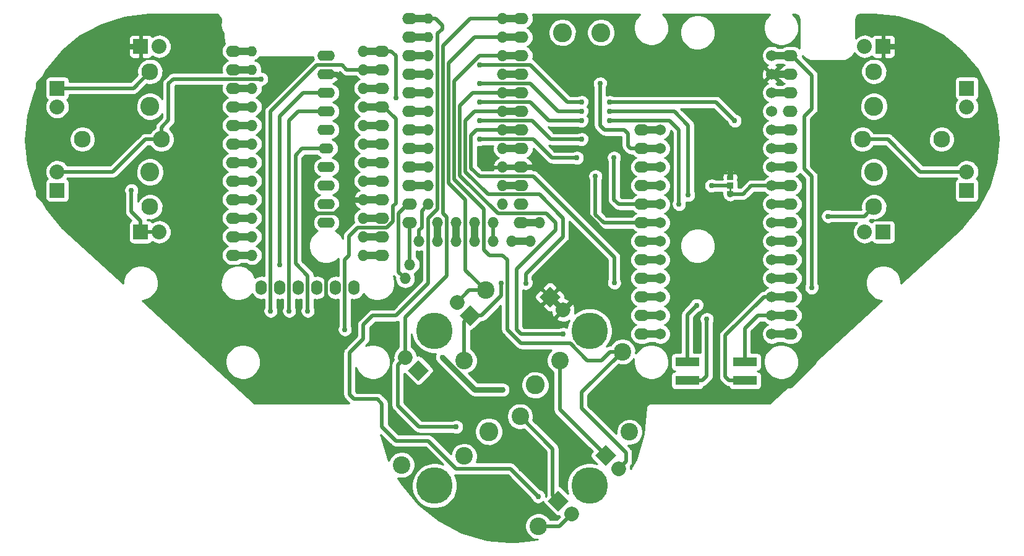
<source format=gtl>
%TF.GenerationSoftware,KiCad,Pcbnew,4.1.0-alpha+201609021633+7109~49~ubuntu16.04.1-product*%
%TF.CreationDate,2016-09-14T14:42:10+05:30*%
%TF.ProjectId,OTS2_main,4F5453325F6D61696E2E6B696361645F,rev?*%
%TF.FileFunction,Copper,L1,Top,Signal*%
%FSLAX46Y46*%
G04 Gerber Fmt 4.6, Leading zero omitted, Abs format (unit mm)*
G04 Created by KiCad (PCBNEW 4.1.0-alpha+201609021633+7109~49~ubuntu16.04.1-product) date Wed Sep 14 14:42:10 2016*
%MOMM*%
%LPD*%
G01*
G04 APERTURE LIST*
%ADD10C,0.101600*%
%ADD11C,2.400000*%
%ADD12C,5.000000*%
%ADD13C,2.600000*%
%ADD14R,3.302000X1.270000*%
%ADD15O,2.413000X1.397000*%
%ADD16O,2.032000X1.397000*%
%ADD17O,2.032000X1.524000*%
%ADD18C,1.524000*%
%ADD19O,1.524000X2.032000*%
%ADD20O,1.524000X1.524000*%
%ADD21O,1.397000X1.397000*%
%ADD22C,2.300000*%
%ADD23C,0.900000*%
%ADD24R,0.900000X0.400000*%
%ADD25R,0.900000X0.900000*%
%ADD26C,2.032000*%
%ADD27R,2.032000X2.032000*%
%ADD28O,2.032000X2.032000*%
%ADD29C,0.762000*%
%ADD30C,1.016000*%
%ADD31C,0.508000*%
%ADD32C,0.762000*%
%ADD33C,0.254000*%
G04 APERTURE END LIST*
D10*
D11*
X93185158Y-78580158D03*
D12*
X81468398Y-66863398D03*
D11*
X85527191Y-84017809D03*
D12*
X102681602Y-88076602D03*
D11*
X98622809Y-70922191D03*
D12*
X81468398Y-88076602D03*
X102681602Y-66863398D03*
D13*
X88893019Y-80651981D03*
X95256981Y-74288019D03*
D11*
X76971199Y-85219890D03*
X85527191Y-70922191D03*
X88468755Y-61319681D03*
X95681245Y-93620319D03*
X108154608Y-80722691D03*
X107178801Y-69720110D03*
D14*
X123952000Y-73660000D03*
X123952000Y-71120000D03*
X116078000Y-71120000D03*
X116078000Y-73660000D03*
D15*
X66675000Y-29210000D03*
X66675000Y-31750000D03*
X66675000Y-34290000D03*
X66675000Y-36830000D03*
X66675000Y-39370000D03*
D16*
X66675000Y-41910000D03*
D15*
X66675000Y-44450000D03*
X66675000Y-46990000D03*
X66675000Y-49530000D03*
X66675000Y-52070000D03*
D17*
X109855000Y-67310000D03*
X109855000Y-64770000D03*
X109855000Y-62230000D03*
X109855000Y-59690000D03*
X109855000Y-57150000D03*
X109855000Y-54610000D03*
X109855000Y-52070000D03*
X109855000Y-49530000D03*
X109855000Y-46990000D03*
X109855000Y-44450000D03*
X109855000Y-41910000D03*
X109855000Y-39370000D03*
X130175000Y-29210000D03*
X130175000Y-31750000D03*
X130175000Y-34290000D03*
X130175000Y-36830000D03*
X130175000Y-39370000D03*
X130175000Y-41910000D03*
X130175000Y-44450000D03*
X130175000Y-46990000D03*
X130175000Y-49530000D03*
X130175000Y-52070000D03*
X130175000Y-54610000D03*
X130175000Y-57150000D03*
X130175000Y-59690000D03*
X130175000Y-62230000D03*
X130175000Y-64770000D03*
X130175000Y-67310000D03*
D18*
X112395000Y-67310000D03*
X112395000Y-64770000D03*
X112395000Y-62230000D03*
X112395000Y-59690000D03*
X112395000Y-57150000D03*
X112395000Y-54610000D03*
X112395000Y-52070000D03*
X112395000Y-49530000D03*
X112395000Y-46990000D03*
X112395000Y-44450000D03*
X112395000Y-41910000D03*
X112395000Y-39370000D03*
X127635000Y-29210000D03*
X127635000Y-31750000D03*
X127635000Y-34290000D03*
X127635000Y-36830000D03*
X127635000Y-39370000D03*
X127635000Y-41910000D03*
X127635000Y-44450000D03*
X127635000Y-46990000D03*
X127635000Y-49530000D03*
X127635000Y-52070000D03*
X127635000Y-54610000D03*
X127635000Y-57150000D03*
X127635000Y-59690000D03*
X127635000Y-62230000D03*
X127635000Y-64770000D03*
X127635000Y-67310000D03*
D17*
X74295000Y-28575000D03*
X74295000Y-31115000D03*
X74295000Y-33655000D03*
X74295000Y-36195000D03*
X74295000Y-38735000D03*
X74295000Y-41275000D03*
X74295000Y-43815000D03*
X74295000Y-46355000D03*
X74295000Y-48895000D03*
X74295000Y-51435000D03*
X74295000Y-53975000D03*
X74295000Y-56515000D03*
D19*
X70485000Y-60960000D03*
X67945000Y-60960000D03*
X65405000Y-60960000D03*
X62865000Y-60960000D03*
X60325000Y-60960000D03*
X57785000Y-60960000D03*
D17*
X53975000Y-56515000D03*
X53975000Y-53975000D03*
X53975000Y-51435000D03*
X53975000Y-48895000D03*
X53975000Y-46355000D03*
X53975000Y-43815000D03*
X53975000Y-41275000D03*
X53975000Y-38735000D03*
X53975000Y-36195000D03*
X53975000Y-33655000D03*
X53975000Y-31115000D03*
X53975000Y-28575000D03*
D20*
X71755000Y-28575000D03*
X71755000Y-31115000D03*
X71755000Y-33655000D03*
X71755000Y-36195000D03*
X71755000Y-38735000D03*
X71755000Y-41275000D03*
X71755000Y-43815000D03*
X71755000Y-46355000D03*
X71755000Y-48895000D03*
X71755000Y-51435000D03*
X71755000Y-53975000D03*
X71755000Y-56515000D03*
X56515000Y-56515000D03*
X56515000Y-53975000D03*
X56515000Y-51435000D03*
X56515000Y-48895000D03*
X56515000Y-46355000D03*
X56515000Y-43815000D03*
X56515000Y-41275000D03*
X56515000Y-38735000D03*
X56515000Y-36195000D03*
X56515000Y-33655000D03*
D21*
X56515000Y-31115000D03*
X56515000Y-28575000D03*
D22*
X44115000Y-40640000D03*
D13*
X42545000Y-36140000D03*
D22*
X42545000Y-31380000D03*
D13*
X42545000Y-45140000D03*
D22*
X42545000Y-49900000D03*
X33285000Y-40640000D03*
X140035000Y-40640000D03*
D13*
X141605000Y-45140000D03*
D22*
X141605000Y-49900000D03*
D13*
X141605000Y-36140000D03*
D22*
X141605000Y-31380000D03*
X150865000Y-40640000D03*
D17*
X93345000Y-24130000D03*
X93345000Y-26670000D03*
X93345000Y-29210000D03*
X93345000Y-31750000D03*
X93345000Y-34290000D03*
X93345000Y-36830000D03*
X93345000Y-39370000D03*
X93345000Y-41910000D03*
X93345000Y-44450000D03*
X93345000Y-46990000D03*
X93345000Y-49530000D03*
X93345000Y-52070000D03*
D20*
X92075000Y-54610000D03*
X89535000Y-54610000D03*
X86995000Y-54610000D03*
X84455000Y-54610000D03*
X81915000Y-54610000D03*
X79375000Y-54610000D03*
D17*
X78105000Y-52069999D03*
X78105000Y-49530000D03*
X78105000Y-46990000D03*
X78105000Y-44450000D03*
X78105000Y-41910000D03*
X78105000Y-39370000D03*
X78105000Y-36830000D03*
X78105000Y-34290000D03*
X78105000Y-31750000D03*
X78105000Y-29210000D03*
X78105000Y-26670000D03*
X78105000Y-24130000D03*
D20*
X90805000Y-24130000D03*
X90805000Y-26670000D03*
X90805000Y-29210000D03*
X90805000Y-31750000D03*
X90805000Y-34290000D03*
X90805000Y-36830000D03*
X90805000Y-39370000D03*
X90805000Y-41910000D03*
X90805000Y-44450000D03*
X90805000Y-46990000D03*
X90805000Y-49530000D03*
X95885000Y-52070000D03*
X94615000Y-54610000D03*
X89535000Y-52070000D03*
X86995000Y-52070000D03*
X84455000Y-52070000D03*
X81915000Y-52070000D03*
X80645000Y-49530000D03*
X78105000Y-57785000D03*
X77470000Y-59690000D03*
X80645000Y-46990000D03*
X80645000Y-44450000D03*
X80645000Y-41910000D03*
X80645000Y-39370000D03*
X80645000Y-36830000D03*
X80645000Y-34290000D03*
X80645000Y-31750000D03*
X80645000Y-29210000D03*
D21*
X80645000Y-26670000D03*
X80645000Y-24130000D03*
D13*
X98950000Y-26035000D03*
X104250000Y-26035000D03*
D23*
X121920000Y-45840000D03*
D24*
X121920000Y-47890000D03*
X121920000Y-46090000D03*
D23*
X121920000Y-48140000D03*
D25*
X121920000Y-46990000D03*
D10*
G36*
X104883949Y-85365790D02*
X103447108Y-83928949D01*
X104883949Y-82492108D01*
X106320790Y-83928949D01*
X104883949Y-85365790D01*
X104883949Y-85365790D01*
G37*
D26*
X106680000Y-85725000D02*
X106680000Y-85725000D01*
D10*
G36*
X98425000Y-91606841D02*
X96988159Y-90170000D01*
X98425000Y-88733159D01*
X99861841Y-90170000D01*
X98425000Y-91606841D01*
X98425000Y-91606841D01*
G37*
D26*
X100221051Y-91966051D02*
X100221051Y-91966051D01*
D10*
G36*
X86360000Y-63333159D02*
X87796841Y-64770000D01*
X86360000Y-66206841D01*
X84923159Y-64770000D01*
X86360000Y-63333159D01*
X86360000Y-63333159D01*
G37*
D26*
X84563949Y-62973949D02*
X84563949Y-62973949D01*
D10*
G36*
X79266040Y-70844221D02*
X80702881Y-72281062D01*
X79266040Y-73717903D01*
X77829199Y-72281062D01*
X79266040Y-70844221D01*
X79266040Y-70844221D01*
G37*
D26*
X77469989Y-70485011D02*
X77469989Y-70485011D01*
D27*
X29845000Y-47625000D03*
D28*
X29845000Y-45085000D03*
D27*
X41275000Y-27940000D03*
D28*
X43815000Y-27940000D03*
D27*
X41275000Y-53340000D03*
D28*
X43815000Y-53340000D03*
D27*
X29845000Y-33655000D03*
D28*
X29845000Y-36195000D03*
D27*
X154305000Y-33655000D03*
D28*
X154305000Y-36195000D03*
D27*
X142875000Y-27940000D03*
D28*
X140335000Y-27940000D03*
D27*
X154305000Y-47625000D03*
D28*
X154305000Y-45085000D03*
D27*
X142875000Y-53340000D03*
D28*
X140335000Y-53340000D03*
D10*
G36*
X97263949Y-63666841D02*
X95827108Y-62230000D01*
X97263949Y-60793159D01*
X98700790Y-62230000D01*
X97263949Y-63666841D01*
X97263949Y-63666841D01*
G37*
D26*
X99060000Y-64026051D02*
X99060000Y-64026051D01*
D29*
X82549994Y-70485000D03*
X90805000Y-74930000D03*
X135890000Y-55245000D03*
X66675000Y-69850000D03*
X41910000Y-56515000D03*
X123825000Y-31750000D03*
X38100000Y-29210000D03*
X46990000Y-29210000D03*
X34290000Y-29210000D03*
X103505000Y-75565000D03*
X98425000Y-80645000D03*
X93345000Y-85725000D03*
X146050000Y-55245000D03*
X148590000Y-55245000D03*
X85725000Y-86995000D03*
X87630000Y-40640000D03*
X100965000Y-43180000D03*
X119380000Y-46990000D03*
X133096000Y-60959986D03*
X104140000Y-33020000D03*
X106073157Y-60276239D03*
X93980000Y-60325000D03*
X90614490Y-60325000D03*
X99060000Y-67310000D03*
X84455000Y-80010000D03*
X95681245Y-89535000D03*
X57785000Y-32385000D03*
X40005000Y-47625000D03*
X101600000Y-35560000D03*
X122555000Y-38100000D03*
X105410000Y-35560000D03*
X87630000Y-30480000D03*
X105410000Y-36830000D03*
X101600000Y-36830000D03*
X87630000Y-33020000D03*
X116205000Y-48260000D03*
X114935000Y-49529990D03*
X135338444Y-51181000D03*
X87630000Y-35560000D03*
X101600000Y-38100000D03*
X105410000Y-38100000D03*
X69215000Y-66675000D03*
X60325000Y-57785000D03*
X61595000Y-64135000D03*
X64135000Y-64135000D03*
X103505000Y-45720000D03*
X117348000Y-63373000D03*
X106045000Y-43180000D03*
X101600000Y-40640000D03*
X87630000Y-38100000D03*
X76200000Y-34925000D03*
X59055000Y-64135000D03*
X118745000Y-65278000D03*
D30*
X71755000Y-33655000D02*
X74295000Y-33655000D01*
X74295000Y-41275000D02*
X71755000Y-41275000D01*
X71755000Y-43815000D02*
X74295000Y-43815000D01*
X74295000Y-46355000D02*
X71755000Y-46355000D01*
X71755000Y-53975000D02*
X74295000Y-53975000D01*
X74295000Y-56515000D02*
X71755000Y-56515000D01*
X53975000Y-56515000D02*
X56515000Y-56515000D01*
X53975000Y-53975000D02*
X56515000Y-53975000D01*
X53975000Y-51435000D02*
X56515000Y-51435000D01*
X53975000Y-48895000D02*
X56515000Y-48895000D01*
X56515000Y-46355000D02*
X53975000Y-46355000D01*
X53975000Y-43815000D02*
X56515000Y-43815000D01*
X56515000Y-41275000D02*
X53975000Y-41275000D01*
X53975000Y-38735000D02*
X56515000Y-38735000D01*
X56515000Y-36195000D02*
X53975000Y-36195000D01*
X53975000Y-33655000D02*
X56515000Y-33655000D01*
X53975000Y-31115000D02*
X56515000Y-31115000D01*
X56515000Y-28575000D02*
X53975000Y-28575000D01*
X109855000Y-67310000D02*
X112395000Y-67310000D01*
X109855000Y-64770000D02*
X112395000Y-64770000D01*
X112395000Y-44450000D02*
X109855000Y-44450000D01*
X112395000Y-39370000D02*
X109855000Y-39370000D01*
X127635000Y-34290000D02*
X130175000Y-34290000D01*
X127635000Y-39370000D02*
X130175000Y-39370000D01*
X127635000Y-41910000D02*
X130175000Y-41910000D01*
X127635000Y-44450000D02*
X130175000Y-44450000D01*
X130175000Y-54610000D02*
X127635000Y-54610000D01*
X130175000Y-57150000D02*
X127635000Y-57150000D01*
X130175000Y-59690000D02*
X127635000Y-59690000D01*
X90805000Y-41910000D02*
X93345000Y-41910000D01*
X90805000Y-46990000D02*
X93345000Y-46990000D01*
X93345000Y-52070000D02*
X95885000Y-52070000D01*
X94615000Y-54610000D02*
X92075000Y-54610000D01*
D31*
X89535000Y-52070000D02*
X89535000Y-54610000D01*
D30*
X86995000Y-52070000D02*
X86995000Y-54610000D01*
X84455000Y-52070000D02*
X84455000Y-54610000D01*
X81915000Y-52070000D02*
X81915000Y-54610000D01*
D31*
X79756000Y-52705000D02*
X79756000Y-50419000D01*
X79756000Y-50419000D02*
X80645000Y-49530000D01*
X79375000Y-54610000D02*
X79375000Y-53086000D01*
X79375000Y-53086000D02*
X79756000Y-52705000D01*
D30*
X78105000Y-46990000D02*
X80645000Y-46990000D01*
X80645000Y-44450000D02*
X78105000Y-44450000D01*
X78105000Y-26670000D02*
X80645000Y-26670000D01*
D32*
X90805000Y-74930000D02*
X86994994Y-74930000D01*
X86994994Y-74930000D02*
X82549994Y-70485000D01*
D30*
X71755000Y-51435000D02*
X74295000Y-51435000D01*
D32*
X34290000Y-29210000D02*
X31115000Y-29210000D01*
X31115000Y-29210000D02*
X27305000Y-33020000D01*
X27305000Y-33020000D02*
X27305000Y-48260000D01*
X27305000Y-48260000D02*
X30480000Y-51435000D01*
X30480000Y-51435000D02*
X32385000Y-51435000D01*
X32385000Y-51435000D02*
X37465000Y-56515000D01*
X37465000Y-56515000D02*
X41275000Y-56515000D01*
X148590000Y-55245000D02*
X148590000Y-48895000D01*
X148590000Y-48895000D02*
X147320000Y-47625000D01*
X147320000Y-47625000D02*
X137795000Y-47625000D01*
X145415000Y-32385000D02*
X145415000Y-28575000D01*
X137795000Y-47625000D02*
X136525000Y-46355000D01*
X136525000Y-34925000D02*
X137795000Y-33655000D01*
X136525000Y-46355000D02*
X136525000Y-34925000D01*
X137795000Y-33655000D02*
X144145000Y-33655000D01*
X144145000Y-33655000D02*
X145415000Y-32385000D01*
X144780000Y-27940000D02*
X142875000Y-27940000D01*
X145415000Y-28575000D02*
X144780000Y-27940000D01*
X107569000Y-56261000D02*
X101600000Y-50292000D01*
X101600000Y-50292000D02*
X101600000Y-44450000D01*
X107569000Y-60960000D02*
X107569000Y-56261000D01*
X106172000Y-62357000D02*
X107569000Y-60960000D01*
X100729051Y-62357000D02*
X106172000Y-62357000D01*
X99060000Y-64026051D02*
X100729051Y-62357000D01*
X97263949Y-62230000D02*
X99060000Y-64026051D01*
X38100000Y-29210000D02*
X38100000Y-27940000D01*
X38100000Y-27940000D02*
X38100000Y-26035000D01*
X41275000Y-27940000D02*
X38100000Y-27940000D01*
X41910000Y-56515000D02*
X41275000Y-56515000D01*
X41275000Y-56515000D02*
X39370000Y-56515000D01*
X120015000Y-76200000D02*
X120015000Y-66929000D01*
X120015000Y-66929000D02*
X123825000Y-63119000D01*
X123825000Y-63119000D02*
X123825000Y-53200298D01*
X118110000Y-44450000D02*
X121920000Y-44450000D01*
X118110000Y-47485298D02*
X118110000Y-44450000D01*
X123825000Y-53200298D02*
X118110000Y-47485298D01*
X45085000Y-24130000D02*
X46990000Y-26035000D01*
X46990000Y-26035000D02*
X46990000Y-29210000D01*
X40005000Y-24130000D02*
X45085000Y-24130000D01*
X38100000Y-26035000D02*
X40005000Y-24130000D01*
D31*
X66675000Y-69850000D02*
X66675000Y-59690000D01*
D32*
X103505000Y-75565000D02*
X108585000Y-75565000D01*
X108585000Y-75565000D02*
X109220000Y-76200000D01*
D31*
X65405000Y-50800000D02*
X67818000Y-50800000D01*
X67818000Y-50800000D02*
X69723000Y-48895000D01*
D32*
X71755000Y-48895000D02*
X69723000Y-48895000D01*
X69723000Y-48895000D02*
X69723000Y-33401000D01*
X69723000Y-33401000D02*
X68072000Y-31750000D01*
D31*
X63881000Y-56896000D02*
X63881000Y-52324000D01*
X63881000Y-52324000D02*
X65405000Y-50800000D01*
X66675000Y-59690000D02*
X63881000Y-56896000D01*
D30*
X74295000Y-48895000D02*
X71755000Y-48895000D01*
X127635000Y-31750000D02*
X130175000Y-31750000D01*
D32*
X109220000Y-76200000D02*
X120015000Y-76200000D01*
X120015000Y-76200000D02*
X125095000Y-76200000D01*
X135890000Y-55245000D02*
X146050000Y-55245000D01*
X135255000Y-55880000D02*
X135890000Y-55245000D01*
X133350000Y-65405000D02*
X135255000Y-63500000D01*
X133350000Y-71120000D02*
X133350000Y-65405000D01*
X130175000Y-74295000D02*
X133350000Y-71120000D01*
X135255000Y-63500000D02*
X135255000Y-55880000D01*
X127000000Y-74295000D02*
X130175000Y-74295000D01*
X125095000Y-76200000D02*
X127000000Y-74295000D01*
X121920000Y-44450000D02*
X123190000Y-44450000D01*
X121920000Y-45840000D02*
X121920000Y-44450000D01*
X123825000Y-31750000D02*
X123825000Y-43815000D01*
X123825000Y-43815000D02*
X123190000Y-44450000D01*
X102870000Y-31750000D02*
X104140000Y-30480000D01*
X102870000Y-43180000D02*
X102870000Y-31750000D01*
X101600000Y-44450000D02*
X102870000Y-43180000D01*
X123825000Y-31750000D02*
X122555000Y-30480000D01*
X122555000Y-30480000D02*
X104140000Y-30480000D01*
X101600000Y-44450000D02*
X93345000Y-44450000D01*
X34290000Y-29210000D02*
X38100000Y-29210000D01*
X148590000Y-55245000D02*
X146050000Y-55245000D01*
X68072000Y-31750000D02*
X66675000Y-31750000D01*
X93345000Y-44450000D02*
X90805000Y-44450000D01*
D31*
X94996000Y-40640000D02*
X97536000Y-43180000D01*
X97536000Y-43180000D02*
X100965000Y-43180000D01*
X87630000Y-40640000D02*
X94996000Y-40640000D01*
D30*
X71755000Y-38735000D02*
X74295000Y-38735000D01*
X130175000Y-49530000D02*
X127635000Y-49530000D01*
D31*
X121920000Y-48140000D02*
X123691000Y-48140000D01*
X123691000Y-48140000D02*
X124841000Y-46990000D01*
X127635000Y-46990000D02*
X124841000Y-46990000D01*
X119380000Y-46990000D02*
X121920000Y-46990000D01*
D30*
X130175000Y-46990000D02*
X127635000Y-46990000D01*
D33*
X121920000Y-48140000D02*
X121920000Y-46990000D01*
D30*
X130175000Y-67310000D02*
X127635000Y-67310000D01*
D31*
X130175000Y-29210000D02*
X130429000Y-29210000D01*
X133096000Y-31877000D02*
X133096000Y-36449000D01*
X132080000Y-44704000D02*
X133096000Y-45720000D01*
X130429000Y-29210000D02*
X133096000Y-31877000D01*
X133096000Y-36449000D02*
X132080000Y-37465000D01*
X132080000Y-37465000D02*
X132080000Y-44704000D01*
X133096000Y-45720000D02*
X133096000Y-60959986D01*
D30*
X127635000Y-29210000D02*
X130175000Y-29210000D01*
X130175000Y-52070000D02*
X127635000Y-52070000D01*
D31*
X104140000Y-33020000D02*
X104140000Y-38735000D01*
X107950000Y-39878000D02*
X107950000Y-41529000D01*
X107950000Y-41529000D02*
X108331000Y-41910000D01*
X104140000Y-38735000D02*
X104775000Y-39370000D01*
X104775000Y-39370000D02*
X107442000Y-39370000D01*
X107442000Y-39370000D02*
X107950000Y-39878000D01*
X108331000Y-41910000D02*
X109855000Y-41910000D01*
D30*
X109855000Y-41910000D02*
X112395000Y-41910000D01*
D31*
X86487000Y-44577000D02*
X87630000Y-45720000D01*
X86487000Y-40132000D02*
X86487000Y-44577000D01*
X94996000Y-45720000D02*
X106073157Y-56797157D01*
X87249000Y-39370000D02*
X86487000Y-40132000D01*
X87630000Y-45720000D02*
X94996000Y-45720000D01*
X106073157Y-56797157D02*
X106073157Y-60276239D01*
X90805000Y-39370000D02*
X87249000Y-39370000D01*
X98622809Y-70922191D02*
X98622809Y-77667809D01*
X98622809Y-77667809D02*
X104883949Y-83928949D01*
D30*
X93345000Y-39370000D02*
X90805000Y-39370000D01*
D31*
X99060000Y-51435000D02*
X99060000Y-53975000D01*
X99060000Y-53975000D02*
X93980000Y-59055000D01*
X93980000Y-59055000D02*
X93980000Y-60325000D01*
X95821501Y-48196501D02*
X99060000Y-51435000D01*
X90614490Y-62052351D02*
X90614490Y-60325000D01*
X87896841Y-64770000D02*
X90614490Y-62052351D01*
X86360000Y-64770000D02*
X87896841Y-64770000D01*
X86360000Y-64770000D02*
X85527191Y-65602809D01*
X85527191Y-65602809D02*
X85527191Y-70922191D01*
X85725000Y-45085000D02*
X88836501Y-48196501D01*
X90805000Y-36830000D02*
X86995000Y-36830000D01*
X86995000Y-36830000D02*
X85725000Y-38100000D01*
X88836501Y-48196501D02*
X95821501Y-48196501D01*
X85725000Y-38100000D02*
X85725000Y-45085000D01*
D30*
X90805000Y-36830000D02*
X93345000Y-36830000D01*
D31*
X92710000Y-66675000D02*
X93345000Y-67310000D01*
X93345000Y-67310000D02*
X99060000Y-67310000D01*
X92710000Y-58420000D02*
X92710000Y-66675000D01*
X98044000Y-53086000D02*
X92710000Y-58420000D01*
X96774000Y-50800000D02*
X98044000Y-52070000D01*
X98044000Y-52070000D02*
X98044000Y-53086000D01*
X90170000Y-50800000D02*
X96774000Y-50800000D01*
X84963000Y-36068000D02*
X84963000Y-45593000D01*
X84963000Y-45593000D02*
X90170000Y-50800000D01*
X90805000Y-34290000D02*
X86741000Y-34290000D01*
X86741000Y-34290000D02*
X84963000Y-36068000D01*
X98425000Y-90170000D02*
X97635870Y-89380870D01*
X97635870Y-89380870D02*
X97635870Y-83030870D01*
X97635870Y-83030870D02*
X93185158Y-78580158D01*
D30*
X93345000Y-34290000D02*
X90805000Y-34290000D01*
D31*
X107178801Y-69720110D02*
X105481745Y-69720110D01*
X105481745Y-69720110D02*
X104281746Y-70920109D01*
X102380451Y-70920109D02*
X100040342Y-68580000D01*
X104281746Y-70920109D02*
X102380451Y-70920109D01*
X88265000Y-50165000D02*
X84201000Y-46101000D01*
X100040342Y-68580000D02*
X93345000Y-68580000D01*
X93345000Y-68580000D02*
X91440000Y-66675000D01*
X91440000Y-66675000D02*
X91440000Y-57150000D01*
X87630000Y-29210000D02*
X90805000Y-29210000D01*
X91440000Y-57150000D02*
X90805000Y-56515000D01*
X90805000Y-56515000D02*
X89027000Y-56515000D01*
X89027000Y-56515000D02*
X88265000Y-55753000D01*
X88265000Y-55753000D02*
X88265000Y-50165000D01*
X84201000Y-46101000D02*
X84201000Y-32639000D01*
X84201000Y-32639000D02*
X87630000Y-29210000D01*
X101600000Y-77470000D02*
X101600000Y-75298911D01*
X101600000Y-75298911D02*
X107178801Y-69720110D01*
X107695999Y-83565999D02*
X101600000Y-77470000D01*
X106680000Y-85725000D02*
X107695999Y-84709001D01*
X107695999Y-84709001D02*
X107695999Y-83565999D01*
D30*
X93345000Y-29210000D02*
X90805000Y-29210000D01*
D31*
X84563949Y-62973949D02*
X86218217Y-61319681D01*
X86218217Y-61319681D02*
X88468755Y-61319681D01*
X90805000Y-26670000D02*
X86995000Y-26670000D01*
X86995000Y-26670000D02*
X83439000Y-30226000D01*
X85725000Y-58575926D02*
X88468755Y-61319681D01*
X83439000Y-30226000D02*
X83439000Y-46609000D01*
X83439000Y-46609000D02*
X85725000Y-48895000D01*
X85725000Y-48895000D02*
X85725000Y-58575926D01*
D30*
X90805000Y-26670000D02*
X93345000Y-26670000D01*
D31*
X77469989Y-70485011D02*
X76453990Y-71501010D01*
X76453990Y-71501010D02*
X76453990Y-77088990D01*
X76453990Y-77088990D02*
X79375000Y-80010000D01*
X79375000Y-80010000D02*
X84455000Y-80010000D01*
X77469989Y-70485011D02*
X77469989Y-65024011D01*
X77469989Y-65024011D02*
X83185000Y-59309000D01*
X86360000Y-24130000D02*
X90805000Y-24130000D01*
X83185000Y-59309000D02*
X83185000Y-51308000D01*
X83185000Y-51308000D02*
X82677000Y-50800000D01*
X82677000Y-50800000D02*
X82677000Y-27813000D01*
X82677000Y-27813000D02*
X86360000Y-24130000D01*
D30*
X93345000Y-24130000D02*
X90805000Y-24130000D01*
D31*
X71755000Y-67945000D02*
X69850000Y-69850000D01*
X80645000Y-24130000D02*
X81632828Y-24130000D01*
X84455000Y-85725000D02*
X91871245Y-85725000D01*
X81632828Y-24130000D02*
X82550000Y-25047172D01*
X81915000Y-50165000D02*
X80645000Y-51435000D01*
X81915000Y-26162000D02*
X81915000Y-50165000D01*
X82550000Y-25047172D02*
X82550000Y-25527000D01*
X82550000Y-25527000D02*
X81915000Y-26162000D01*
X80645000Y-51435000D02*
X80645000Y-60325000D01*
X69850000Y-75565000D02*
X70485000Y-76200000D01*
X80645000Y-60325000D02*
X76200000Y-64770000D01*
X74295000Y-80010000D02*
X76200000Y-81915000D01*
X76200000Y-64770000D02*
X73025000Y-64770000D01*
X73025000Y-64770000D02*
X71755000Y-66040000D01*
X71755000Y-66040000D02*
X71755000Y-67945000D01*
X69850000Y-69850000D02*
X69850000Y-75565000D01*
X70485000Y-76200000D02*
X73660000Y-76200000D01*
X73660000Y-76200000D02*
X74295000Y-76835000D01*
X74295000Y-76835000D02*
X74295000Y-80010000D01*
X91871245Y-85725000D02*
X95681245Y-89535000D01*
X76200000Y-81915000D02*
X80645000Y-81915000D01*
X80645000Y-81915000D02*
X84455000Y-85725000D01*
X100221051Y-91966051D02*
X98566783Y-93620319D01*
X98566783Y-93620319D02*
X95681245Y-93620319D01*
D30*
X80645000Y-24130000D02*
X78105000Y-24130000D01*
D31*
X44115000Y-40640000D02*
X41910000Y-40640000D01*
X41910000Y-40640000D02*
X37465000Y-45085000D01*
X29845000Y-45085000D02*
X37465000Y-45085000D01*
X45085000Y-33020000D02*
X45720000Y-32385000D01*
X45720000Y-32385000D02*
X57785000Y-32385000D01*
X45085000Y-38043655D02*
X45085000Y-33020000D01*
X44115000Y-40640000D02*
X44115000Y-39013655D01*
X44115000Y-39013655D02*
X45085000Y-38043655D01*
D30*
X78105000Y-36830000D02*
X80645000Y-36830000D01*
D31*
X43815000Y-53340000D02*
X41275000Y-53340000D01*
X40005000Y-50546000D02*
X40005000Y-47625000D01*
X41275000Y-53340000D02*
X41275000Y-51816000D01*
X41275000Y-51816000D02*
X40005000Y-50546000D01*
D30*
X80645000Y-39370000D02*
X78105000Y-39370000D01*
D31*
X29845000Y-33655000D02*
X40270000Y-33655000D01*
X40270000Y-33655000D02*
X42545000Y-31380000D01*
D30*
X78105000Y-41910000D02*
X80645000Y-41910000D01*
D31*
X143510000Y-40640000D02*
X147955000Y-45085000D01*
X147955000Y-45085000D02*
X154305000Y-45085000D01*
X140035000Y-40640000D02*
X143510000Y-40640000D01*
X94615000Y-30480000D02*
X87630000Y-30480000D01*
X101600000Y-35560000D02*
X99695000Y-35560000D01*
X99695000Y-35560000D02*
X94615000Y-30480000D01*
X105410000Y-35560000D02*
X120015000Y-35560000D01*
X120015000Y-35560000D02*
X122555000Y-38100000D01*
D30*
X80645000Y-29210000D02*
X78105000Y-29210000D01*
D31*
X98425000Y-36830000D02*
X94615000Y-33020000D01*
X101600000Y-36830000D02*
X98425000Y-36830000D01*
X94615000Y-33020000D02*
X87630000Y-33020000D01*
X105410000Y-36830000D02*
X114300000Y-36830000D01*
X116205000Y-38735000D02*
X116205000Y-48260000D01*
X114300000Y-36830000D02*
X116205000Y-38735000D01*
D30*
X78105000Y-31750000D02*
X80645000Y-31750000D01*
D31*
X114935000Y-39370000D02*
X114935000Y-49529990D01*
X113665000Y-38100000D02*
X114935000Y-39370000D01*
X105410000Y-38100000D02*
X113665000Y-38100000D01*
X140324000Y-51181000D02*
X135338444Y-51181000D01*
X141605000Y-49900000D02*
X140324000Y-51181000D01*
X87630000Y-35560000D02*
X94615000Y-35560000D01*
X101600000Y-38100000D02*
X97155000Y-38100000D01*
X97155000Y-38100000D02*
X94615000Y-35560000D01*
D30*
X80645000Y-34290000D02*
X78105000Y-34290000D01*
D31*
X69786500Y-53911500D02*
X69786500Y-56578500D01*
X69786500Y-56578500D02*
X69215000Y-57150000D01*
X74921763Y-52768499D02*
X70929501Y-52768499D01*
X69215000Y-57150000D02*
X69215000Y-66675000D01*
X70929501Y-52768499D02*
X69786500Y-53911500D01*
X75819000Y-49784000D02*
X75819000Y-51871262D01*
X76200000Y-37846000D02*
X76200000Y-49403000D01*
X74549000Y-36195000D02*
X76200000Y-37846000D01*
X76200000Y-49403000D02*
X75819000Y-49784000D01*
X75819000Y-51871262D02*
X74921763Y-52768499D01*
X74295000Y-36195000D02*
X74549000Y-36195000D01*
D30*
X74295000Y-36195000D02*
X71755000Y-36195000D01*
D31*
X66675000Y-34290000D02*
X63500000Y-34290000D01*
X63500000Y-34290000D02*
X60325000Y-37465000D01*
X60325000Y-37465000D02*
X60325000Y-57785000D01*
D30*
X109855000Y-57150000D02*
X112395000Y-57150000D01*
D31*
X66675000Y-36830000D02*
X62865000Y-36830000D01*
X62865000Y-36830000D02*
X61595000Y-38100000D01*
X61595000Y-38100000D02*
X61595000Y-64135000D01*
D30*
X109855000Y-59690000D02*
X112395000Y-59690000D01*
D33*
X66675000Y-36830000D02*
X67183000Y-36830000D01*
D31*
X64135000Y-64135000D02*
X64135000Y-59309000D01*
X64135000Y-59309000D02*
X62484000Y-57658000D01*
X62484000Y-57658000D02*
X62484000Y-42799000D01*
X62484000Y-42799000D02*
X63373000Y-41910000D01*
X63373000Y-41910000D02*
X66675000Y-41910000D01*
D30*
X109855000Y-62230000D02*
X112395000Y-62230000D01*
D31*
X103505000Y-50927000D02*
X104648000Y-52070000D01*
X104648000Y-52070000D02*
X109855000Y-52070000D01*
X103505000Y-45720000D02*
X103505000Y-50927000D01*
D30*
X109855000Y-52070000D02*
X112395000Y-52070000D01*
X112395000Y-46990000D02*
X109855000Y-46990000D01*
D31*
X127635000Y-62230000D02*
X126557370Y-62230000D01*
X126557370Y-62230000D02*
X121285000Y-67502370D01*
X121285000Y-67502370D02*
X121285000Y-73152000D01*
X121285000Y-73152000D02*
X121793000Y-73660000D01*
X121793000Y-73660000D02*
X123952000Y-73660000D01*
D30*
X130175000Y-62230000D02*
X127635000Y-62230000D01*
D31*
X123952000Y-71120000D02*
X123952000Y-66548000D01*
X123952000Y-66548000D02*
X125730000Y-64770000D01*
X125730000Y-64770000D02*
X127635000Y-64770000D01*
D30*
X130175000Y-64770000D02*
X127635000Y-64770000D01*
X90805000Y-31750000D02*
X93345000Y-31750000D01*
D31*
X116078000Y-64643000D02*
X117348000Y-63373000D01*
X116078000Y-71120000D02*
X116078000Y-64643000D01*
X78105000Y-49530000D02*
X77851000Y-49530000D01*
X77851000Y-49530000D02*
X76581000Y-50800000D01*
X76581000Y-50800000D02*
X76581000Y-58801000D01*
X76581000Y-58801000D02*
X77470000Y-59690000D01*
X87630000Y-38100000D02*
X94869000Y-38100000D01*
X97409000Y-40640000D02*
X94869000Y-38100000D01*
X101600000Y-40640000D02*
X97409000Y-40640000D01*
X74295000Y-28575000D02*
X75565000Y-28575000D01*
X76200000Y-34925000D02*
X76200000Y-29210000D01*
X76200000Y-29210000D02*
X75565000Y-28575000D01*
X109855000Y-49530000D02*
X106680000Y-49530000D01*
X106045000Y-43180000D02*
X106045000Y-48895000D01*
X106045000Y-48895000D02*
X106680000Y-49530000D01*
D30*
X71755000Y-28575000D02*
X74295000Y-28575000D01*
X109855000Y-49530000D02*
X112395000Y-49530000D01*
D33*
X74295000Y-28575000D02*
X74549000Y-28575000D01*
D31*
X71755000Y-31115000D02*
X69469000Y-31115000D01*
X59055000Y-36830000D02*
X65405000Y-30480000D01*
X59055000Y-64135000D02*
X59055000Y-36830000D01*
X68834000Y-30480000D02*
X65405000Y-30480000D01*
X69469000Y-31115000D02*
X68834000Y-30480000D01*
D30*
X74295000Y-31115000D02*
X71755000Y-31115000D01*
X109855000Y-54610000D02*
X112395000Y-54610000D01*
D31*
X78105000Y-52069999D02*
X78105000Y-57785000D01*
X116078000Y-73660000D02*
X118110000Y-73660000D01*
X118110000Y-73660000D02*
X118745000Y-73025000D01*
X118745000Y-73025000D02*
X118745000Y-65278000D01*
D33*
G36*
X75571382Y-82543618D02*
X75634827Y-82595732D01*
X75697744Y-82648526D01*
X75701842Y-82650779D01*
X75705453Y-82653745D01*
X75777825Y-82692551D01*
X75849786Y-82732111D01*
X75854240Y-82733524D01*
X75858362Y-82735734D01*
X75936917Y-82759751D01*
X76015167Y-82784573D01*
X76019812Y-82785094D01*
X76024283Y-82786461D01*
X76106024Y-82794764D01*
X76187588Y-82803913D01*
X76196720Y-82803977D01*
X76196897Y-82803995D01*
X76197062Y-82803979D01*
X76200000Y-82804000D01*
X80276764Y-82804000D01*
X82641716Y-85168952D01*
X82399928Y-85067314D01*
X81797680Y-84943690D01*
X81182890Y-84939398D01*
X80578975Y-85054601D01*
X80008937Y-85284911D01*
X79494490Y-85621556D01*
X79055229Y-86051712D01*
X78707884Y-86558997D01*
X78465686Y-87124086D01*
X78337861Y-87725456D01*
X78329277Y-88340201D01*
X78440261Y-88944906D01*
X78666586Y-89516538D01*
X78999631Y-90033322D01*
X79426711Y-90475576D01*
X79931558Y-90826454D01*
X80494942Y-91072591D01*
X81095405Y-91204611D01*
X81710076Y-91217487D01*
X82315541Y-91110727D01*
X82888738Y-90888398D01*
X83407836Y-90558969D01*
X83853060Y-90134987D01*
X84207454Y-89632602D01*
X84457518Y-89070950D01*
X84593727Y-88471423D01*
X84603533Y-87769199D01*
X84484116Y-87166103D01*
X84249832Y-86597687D01*
X84241780Y-86585568D01*
X84270167Y-86594573D01*
X84274812Y-86595094D01*
X84279283Y-86596461D01*
X84361024Y-86604764D01*
X84442588Y-86613913D01*
X84451720Y-86613977D01*
X84451897Y-86613995D01*
X84452062Y-86613979D01*
X84455000Y-86614000D01*
X91503009Y-86614000D01*
X94698634Y-89809625D01*
X94699878Y-89816403D01*
X94773226Y-90001659D01*
X94881160Y-90169140D01*
X95019569Y-90312467D01*
X95183181Y-90426180D01*
X95365765Y-90505949D01*
X95560364Y-90548734D01*
X95759569Y-90552907D01*
X95955790Y-90518308D01*
X96141553Y-90446255D01*
X96309784Y-90339493D01*
X96361893Y-90289870D01*
X96362347Y-90294482D01*
X96398657Y-90414180D01*
X96457622Y-90524494D01*
X96536974Y-90621185D01*
X97973815Y-92058026D01*
X98070506Y-92137378D01*
X98180820Y-92196343D01*
X98300518Y-92232653D01*
X98425000Y-92244913D01*
X98549482Y-92232653D01*
X98588507Y-92220815D01*
X98594737Y-92286725D01*
X98605853Y-92324013D01*
X98198547Y-92731319D01*
X97293780Y-92731319D01*
X97110149Y-92454933D01*
X96856578Y-92199586D01*
X96558238Y-91998353D01*
X96226495Y-91858901D01*
X95873983Y-91786541D01*
X95514129Y-91784029D01*
X95160642Y-91851460D01*
X94826983Y-91986267D01*
X94525863Y-92183314D01*
X94268752Y-92435096D01*
X94065442Y-92732024D01*
X93923677Y-93062786D01*
X93848857Y-93414784D01*
X93843833Y-93774611D01*
X93908795Y-94128561D01*
X94041269Y-94463152D01*
X94236209Y-94765640D01*
X94486190Y-95024503D01*
X94781691Y-95229882D01*
X95111455Y-95373952D01*
X95462922Y-95451227D01*
X95550860Y-95453069D01*
X92649637Y-95758000D01*
X91687188Y-95758000D01*
X88639290Y-95480619D01*
X85206442Y-94470277D01*
X82035216Y-92812400D01*
X79246401Y-90570137D01*
X76946224Y-87828891D01*
X76486234Y-86992173D01*
X76752876Y-87050798D01*
X77112660Y-87058335D01*
X77467055Y-86995845D01*
X77802563Y-86865710D01*
X78106404Y-86672886D01*
X78367006Y-86424719D01*
X78574442Y-86130659D01*
X78720812Y-85801909D01*
X78800538Y-85450989D01*
X78806278Y-85039959D01*
X78736380Y-84686950D01*
X78599248Y-84354241D01*
X78400103Y-84054504D01*
X78146532Y-83799157D01*
X77848192Y-83597924D01*
X77516449Y-83458472D01*
X77163937Y-83386112D01*
X76804083Y-83383600D01*
X76450596Y-83451031D01*
X76116937Y-83585838D01*
X75815817Y-83782885D01*
X75558706Y-84034667D01*
X75355396Y-84331595D01*
X75213631Y-84662357D01*
X75213197Y-84664397D01*
X74140283Y-81282144D01*
X74118853Y-81091089D01*
X75571382Y-82543618D01*
X75571382Y-82543618D01*
G37*
X75571382Y-82543618D02*
X75634827Y-82595732D01*
X75697744Y-82648526D01*
X75701842Y-82650779D01*
X75705453Y-82653745D01*
X75777825Y-82692551D01*
X75849786Y-82732111D01*
X75854240Y-82733524D01*
X75858362Y-82735734D01*
X75936917Y-82759751D01*
X76015167Y-82784573D01*
X76019812Y-82785094D01*
X76024283Y-82786461D01*
X76106024Y-82794764D01*
X76187588Y-82803913D01*
X76196720Y-82803977D01*
X76196897Y-82803995D01*
X76197062Y-82803979D01*
X76200000Y-82804000D01*
X80276764Y-82804000D01*
X82641716Y-85168952D01*
X82399928Y-85067314D01*
X81797680Y-84943690D01*
X81182890Y-84939398D01*
X80578975Y-85054601D01*
X80008937Y-85284911D01*
X79494490Y-85621556D01*
X79055229Y-86051712D01*
X78707884Y-86558997D01*
X78465686Y-87124086D01*
X78337861Y-87725456D01*
X78329277Y-88340201D01*
X78440261Y-88944906D01*
X78666586Y-89516538D01*
X78999631Y-90033322D01*
X79426711Y-90475576D01*
X79931558Y-90826454D01*
X80494942Y-91072591D01*
X81095405Y-91204611D01*
X81710076Y-91217487D01*
X82315541Y-91110727D01*
X82888738Y-90888398D01*
X83407836Y-90558969D01*
X83853060Y-90134987D01*
X84207454Y-89632602D01*
X84457518Y-89070950D01*
X84593727Y-88471423D01*
X84603533Y-87769199D01*
X84484116Y-87166103D01*
X84249832Y-86597687D01*
X84241780Y-86585568D01*
X84270167Y-86594573D01*
X84274812Y-86595094D01*
X84279283Y-86596461D01*
X84361024Y-86604764D01*
X84442588Y-86613913D01*
X84451720Y-86613977D01*
X84451897Y-86613995D01*
X84452062Y-86613979D01*
X84455000Y-86614000D01*
X91503009Y-86614000D01*
X94698634Y-89809625D01*
X94699878Y-89816403D01*
X94773226Y-90001659D01*
X94881160Y-90169140D01*
X95019569Y-90312467D01*
X95183181Y-90426180D01*
X95365765Y-90505949D01*
X95560364Y-90548734D01*
X95759569Y-90552907D01*
X95955790Y-90518308D01*
X96141553Y-90446255D01*
X96309784Y-90339493D01*
X96361893Y-90289870D01*
X96362347Y-90294482D01*
X96398657Y-90414180D01*
X96457622Y-90524494D01*
X96536974Y-90621185D01*
X97973815Y-92058026D01*
X98070506Y-92137378D01*
X98180820Y-92196343D01*
X98300518Y-92232653D01*
X98425000Y-92244913D01*
X98549482Y-92232653D01*
X98588507Y-92220815D01*
X98594737Y-92286725D01*
X98605853Y-92324013D01*
X98198547Y-92731319D01*
X97293780Y-92731319D01*
X97110149Y-92454933D01*
X96856578Y-92199586D01*
X96558238Y-91998353D01*
X96226495Y-91858901D01*
X95873983Y-91786541D01*
X95514129Y-91784029D01*
X95160642Y-91851460D01*
X94826983Y-91986267D01*
X94525863Y-92183314D01*
X94268752Y-92435096D01*
X94065442Y-92732024D01*
X93923677Y-93062786D01*
X93848857Y-93414784D01*
X93843833Y-93774611D01*
X93908795Y-94128561D01*
X94041269Y-94463152D01*
X94236209Y-94765640D01*
X94486190Y-95024503D01*
X94781691Y-95229882D01*
X95111455Y-95373952D01*
X95462922Y-95451227D01*
X95550860Y-95453069D01*
X92649637Y-95758000D01*
X91687188Y-95758000D01*
X88639290Y-95480619D01*
X85206442Y-94470277D01*
X82035216Y-92812400D01*
X79246401Y-90570137D01*
X76946224Y-87828891D01*
X76486234Y-86992173D01*
X76752876Y-87050798D01*
X77112660Y-87058335D01*
X77467055Y-86995845D01*
X77802563Y-86865710D01*
X78106404Y-86672886D01*
X78367006Y-86424719D01*
X78574442Y-86130659D01*
X78720812Y-85801909D01*
X78800538Y-85450989D01*
X78806278Y-85039959D01*
X78736380Y-84686950D01*
X78599248Y-84354241D01*
X78400103Y-84054504D01*
X78146532Y-83799157D01*
X77848192Y-83597924D01*
X77516449Y-83458472D01*
X77163937Y-83386112D01*
X76804083Y-83383600D01*
X76450596Y-83451031D01*
X76116937Y-83585838D01*
X75815817Y-83782885D01*
X75558706Y-84034667D01*
X75355396Y-84331595D01*
X75213631Y-84662357D01*
X75213197Y-84664397D01*
X74140283Y-81282144D01*
X74118853Y-81091089D01*
X75571382Y-82543618D01*
G36*
X90551000Y-66675000D02*
X90559011Y-66756704D01*
X90566170Y-66838533D01*
X90567475Y-66843025D01*
X90567931Y-66847674D01*
X90591665Y-66926284D01*
X90614577Y-67005146D01*
X90616727Y-67009294D01*
X90618079Y-67013772D01*
X90656647Y-67086309D01*
X90694422Y-67159184D01*
X90697338Y-67162837D01*
X90699533Y-67166965D01*
X90751442Y-67230611D01*
X90802667Y-67294780D01*
X90809084Y-67301288D01*
X90809192Y-67301420D01*
X90809315Y-67301521D01*
X90811382Y-67303618D01*
X92716382Y-69208618D01*
X92779827Y-69260732D01*
X92842744Y-69313526D01*
X92846842Y-69315779D01*
X92850453Y-69318745D01*
X92922825Y-69357551D01*
X92994786Y-69397111D01*
X92999240Y-69398524D01*
X93003362Y-69400734D01*
X93081917Y-69424751D01*
X93160167Y-69449573D01*
X93164812Y-69450094D01*
X93169283Y-69451461D01*
X93251024Y-69459764D01*
X93332588Y-69468913D01*
X93341720Y-69468977D01*
X93341897Y-69468995D01*
X93342062Y-69468979D01*
X93345000Y-69469000D01*
X97492162Y-69469000D01*
X97467427Y-69485186D01*
X97210316Y-69736968D01*
X97007006Y-70033896D01*
X96865241Y-70364658D01*
X96790421Y-70716656D01*
X96785397Y-71076483D01*
X96850359Y-71430433D01*
X96982833Y-71765024D01*
X97177773Y-72067512D01*
X97427754Y-72326375D01*
X97723255Y-72531754D01*
X97733809Y-72536365D01*
X97733809Y-77667809D01*
X97741820Y-77749513D01*
X97748979Y-77831342D01*
X97750284Y-77835834D01*
X97750740Y-77840483D01*
X97774474Y-77919093D01*
X97797386Y-77997955D01*
X97799536Y-78002103D01*
X97800888Y-78006581D01*
X97839456Y-78079118D01*
X97877231Y-78151993D01*
X97880147Y-78155646D01*
X97882342Y-78159774D01*
X97934251Y-78223420D01*
X97985476Y-78287589D01*
X97991893Y-78294097D01*
X97992001Y-78294229D01*
X97992124Y-78294330D01*
X97994191Y-78296427D01*
X103085726Y-83387962D01*
X102995923Y-83477764D01*
X102916571Y-83574455D01*
X102857606Y-83684769D01*
X102821296Y-83804467D01*
X102809036Y-83928949D01*
X102821296Y-84053431D01*
X102857606Y-84173129D01*
X102916571Y-84283443D01*
X102995923Y-84380134D01*
X103733847Y-85118058D01*
X103613132Y-85067314D01*
X103010884Y-84943690D01*
X102396094Y-84939398D01*
X101792179Y-85054601D01*
X101222141Y-85284911D01*
X100707694Y-85621556D01*
X100268433Y-86051712D01*
X99921088Y-86558997D01*
X99678890Y-87124086D01*
X99551065Y-87725456D01*
X99542481Y-88340201D01*
X99653465Y-88944906D01*
X99728412Y-89134201D01*
X98876185Y-88281974D01*
X98779494Y-88202622D01*
X98669180Y-88143657D01*
X98549482Y-88107347D01*
X98524870Y-88104923D01*
X98524870Y-83030870D01*
X98516859Y-82949166D01*
X98509700Y-82867337D01*
X98508395Y-82862845D01*
X98507939Y-82858196D01*
X98484205Y-82779586D01*
X98461293Y-82700724D01*
X98459143Y-82696577D01*
X98457791Y-82692098D01*
X98419202Y-82619522D01*
X98381447Y-82546686D01*
X98378534Y-82543037D01*
X98376337Y-82538905D01*
X98324406Y-82475232D01*
X98273203Y-82411090D01*
X98266786Y-82404582D01*
X98266678Y-82404450D01*
X98266555Y-82404349D01*
X98264488Y-82402252D01*
X94951367Y-79089131D01*
X95014497Y-78811257D01*
X95020237Y-78400227D01*
X94950339Y-78047218D01*
X94813207Y-77714509D01*
X94614062Y-77414772D01*
X94360491Y-77159425D01*
X94062151Y-76958192D01*
X93730408Y-76818740D01*
X93377896Y-76746380D01*
X93018042Y-76743868D01*
X92664555Y-76811299D01*
X92330896Y-76946106D01*
X92029776Y-77143153D01*
X91772665Y-77394935D01*
X91569355Y-77691863D01*
X91427590Y-78022625D01*
X91352770Y-78374623D01*
X91347746Y-78734450D01*
X91412708Y-79088400D01*
X91545182Y-79422991D01*
X91740122Y-79725479D01*
X91990103Y-79984342D01*
X92285604Y-80189721D01*
X92615368Y-80333791D01*
X92966835Y-80411066D01*
X93326619Y-80418603D01*
X93681014Y-80356113D01*
X93697487Y-80349723D01*
X96746870Y-83399106D01*
X96746870Y-89380870D01*
X96754881Y-89462574D01*
X96757965Y-89497824D01*
X96695545Y-89560244D01*
X96697289Y-89435376D01*
X96658588Y-89239923D01*
X96582660Y-89055709D01*
X96472398Y-88889751D01*
X96332001Y-88748371D01*
X96166817Y-88636953D01*
X95983138Y-88559741D01*
X95958078Y-88554597D01*
X92499863Y-85096382D01*
X92436418Y-85044268D01*
X92373501Y-84991474D01*
X92369403Y-84989221D01*
X92365792Y-84986255D01*
X92293420Y-84947449D01*
X92221459Y-84907889D01*
X92217005Y-84906476D01*
X92212883Y-84904266D01*
X92134328Y-84880249D01*
X92056078Y-84855427D01*
X92051433Y-84854906D01*
X92046962Y-84853539D01*
X91965265Y-84845241D01*
X91883657Y-84836087D01*
X91874515Y-84836023D01*
X91874348Y-84836006D01*
X91874193Y-84836021D01*
X91871245Y-84836000D01*
X87171653Y-84836000D01*
X87276804Y-84599828D01*
X87356530Y-84248908D01*
X87362270Y-83837878D01*
X87292372Y-83484869D01*
X87155240Y-83152160D01*
X86956095Y-82852423D01*
X86702524Y-82597076D01*
X86404184Y-82395843D01*
X86072441Y-82256391D01*
X85719929Y-82184031D01*
X85360075Y-82181519D01*
X85006588Y-82248950D01*
X84672929Y-82383757D01*
X84371809Y-82580804D01*
X84114698Y-82832586D01*
X83911388Y-83129514D01*
X83769623Y-83460276D01*
X83713158Y-83725922D01*
X81273618Y-81286382D01*
X81210173Y-81234268D01*
X81147256Y-81181474D01*
X81143158Y-81179221D01*
X81139547Y-81176255D01*
X81067175Y-81137449D01*
X80995214Y-81097889D01*
X80990760Y-81096476D01*
X80986638Y-81094266D01*
X80908083Y-81070249D01*
X80829833Y-81045427D01*
X80825188Y-81044906D01*
X80820717Y-81043539D01*
X80739020Y-81035241D01*
X80657412Y-81026087D01*
X80648270Y-81026023D01*
X80648103Y-81026006D01*
X80647948Y-81026021D01*
X80645000Y-81026000D01*
X76568236Y-81026000D01*
X75184000Y-79641764D01*
X75184000Y-76835000D01*
X75175993Y-76753336D01*
X75168830Y-76671468D01*
X75167525Y-76666976D01*
X75167069Y-76662326D01*
X75143346Y-76583750D01*
X75120424Y-76504854D01*
X75118272Y-76500702D01*
X75116921Y-76496228D01*
X75078371Y-76423727D01*
X75040578Y-76350816D01*
X75037662Y-76347163D01*
X75035467Y-76343035D01*
X74983557Y-76279387D01*
X74932333Y-76215220D01*
X74925916Y-76208712D01*
X74925808Y-76208580D01*
X74925685Y-76208479D01*
X74923618Y-76206382D01*
X74288618Y-75571382D01*
X74225173Y-75519268D01*
X74162256Y-75466474D01*
X74158158Y-75464221D01*
X74154547Y-75461255D01*
X74082175Y-75422449D01*
X74010214Y-75382889D01*
X74005760Y-75381476D01*
X74001638Y-75379266D01*
X73923083Y-75355249D01*
X73844833Y-75330427D01*
X73840188Y-75329906D01*
X73835717Y-75328539D01*
X73754020Y-75320241D01*
X73672412Y-75311087D01*
X73663270Y-75311023D01*
X73663103Y-75311006D01*
X73662948Y-75311021D01*
X73660000Y-75311000D01*
X70853236Y-75311000D01*
X70739000Y-75196764D01*
X70739000Y-71901349D01*
X70868454Y-72228314D01*
X71124798Y-72626081D01*
X71453520Y-72966483D01*
X71842099Y-73236552D01*
X72275734Y-73426003D01*
X72737909Y-73527619D01*
X73211019Y-73537529D01*
X73677043Y-73455356D01*
X74118232Y-73284231D01*
X74517779Y-73030670D01*
X74860467Y-72704333D01*
X75133243Y-72317648D01*
X75325716Y-71885346D01*
X75430556Y-71423892D01*
X75438103Y-70883393D01*
X75346189Y-70419192D01*
X75165861Y-69981684D01*
X74903989Y-69587534D01*
X74570546Y-69251756D01*
X74178234Y-68987138D01*
X73741996Y-68803760D01*
X73278448Y-68708608D01*
X72805245Y-68705304D01*
X72340414Y-68793975D01*
X72043164Y-68914072D01*
X72383618Y-68573618D01*
X72435732Y-68510173D01*
X72488526Y-68447256D01*
X72490779Y-68443158D01*
X72493745Y-68439547D01*
X72532551Y-68367175D01*
X72572111Y-68295214D01*
X72573524Y-68290760D01*
X72575734Y-68286638D01*
X72599751Y-68208083D01*
X72624573Y-68129833D01*
X72625094Y-68125188D01*
X72626461Y-68120717D01*
X72634764Y-68038976D01*
X72643913Y-67957412D01*
X72643977Y-67948280D01*
X72643995Y-67948103D01*
X72643979Y-67947938D01*
X72644000Y-67945000D01*
X72644000Y-66408236D01*
X73393236Y-65659000D01*
X76200000Y-65659000D01*
X76281704Y-65650989D01*
X76363533Y-65643830D01*
X76368025Y-65642525D01*
X76372674Y-65642069D01*
X76451284Y-65618335D01*
X76530146Y-65595423D01*
X76534294Y-65593273D01*
X76538772Y-65591921D01*
X76580989Y-65569474D01*
X76580989Y-69092359D01*
X76576438Y-69094718D01*
X76324618Y-69295743D01*
X76308204Y-69311930D01*
X76296908Y-69323226D01*
X76092386Y-69572215D01*
X75940121Y-69856187D01*
X75845914Y-70164326D01*
X75813351Y-70484896D01*
X75843675Y-70805685D01*
X75854791Y-70842973D01*
X75825372Y-70872392D01*
X75773258Y-70935837D01*
X75720464Y-70998754D01*
X75718211Y-71002852D01*
X75715245Y-71006463D01*
X75676439Y-71078835D01*
X75636879Y-71150796D01*
X75635466Y-71155250D01*
X75633256Y-71159372D01*
X75609239Y-71237927D01*
X75584417Y-71316177D01*
X75583896Y-71320822D01*
X75582529Y-71325293D01*
X75574231Y-71406990D01*
X75565077Y-71488598D01*
X75565013Y-71497740D01*
X75564996Y-71497907D01*
X75565011Y-71498062D01*
X75564990Y-71501010D01*
X75564990Y-77088990D01*
X75573001Y-77170694D01*
X75580160Y-77252523D01*
X75581465Y-77257015D01*
X75581921Y-77261664D01*
X75605655Y-77340274D01*
X75628567Y-77419136D01*
X75630717Y-77423284D01*
X75632069Y-77427762D01*
X75670637Y-77500299D01*
X75708412Y-77573174D01*
X75711328Y-77576827D01*
X75713523Y-77580955D01*
X75765432Y-77644601D01*
X75816657Y-77708770D01*
X75823074Y-77715278D01*
X75823182Y-77715410D01*
X75823305Y-77715511D01*
X75825372Y-77717608D01*
X78746382Y-80638618D01*
X78809827Y-80690732D01*
X78872744Y-80743526D01*
X78876842Y-80745779D01*
X78880453Y-80748745D01*
X78952825Y-80787551D01*
X79024786Y-80827111D01*
X79029240Y-80828524D01*
X79033362Y-80830734D01*
X79111917Y-80854751D01*
X79190167Y-80879573D01*
X79194812Y-80880094D01*
X79199283Y-80881461D01*
X79280980Y-80889759D01*
X79362588Y-80898913D01*
X79371730Y-80898977D01*
X79371897Y-80898994D01*
X79372052Y-80898979D01*
X79375000Y-80899000D01*
X83953799Y-80899000D01*
X83956936Y-80901180D01*
X84139520Y-80980949D01*
X84334119Y-81023734D01*
X84533324Y-81027907D01*
X84729545Y-80993308D01*
X84915308Y-80921255D01*
X85083242Y-80814681D01*
X86955475Y-80814681D01*
X87023977Y-81187920D01*
X87163671Y-81540745D01*
X87369234Y-81859718D01*
X87632839Y-82132688D01*
X87944443Y-82349258D01*
X88292178Y-82501180D01*
X88662799Y-82582666D01*
X89042189Y-82590613D01*
X89415897Y-82524719D01*
X89769689Y-82387492D01*
X90090088Y-82184160D01*
X90364892Y-81922468D01*
X90583633Y-81612383D01*
X90737978Y-81265717D01*
X90822050Y-80895674D01*
X90828102Y-80462244D01*
X90754396Y-80089998D01*
X90609790Y-79739158D01*
X90399792Y-79423087D01*
X90132403Y-79153824D01*
X89817805Y-78941625D01*
X89467983Y-78794573D01*
X89096260Y-78718269D01*
X88716796Y-78715620D01*
X88344045Y-78786726D01*
X87992203Y-78928880D01*
X87674674Y-79136665D01*
X87403551Y-79402169D01*
X87189161Y-79715277D01*
X87039670Y-80064064D01*
X86960773Y-80435245D01*
X86955475Y-80814681D01*
X85083242Y-80814681D01*
X85083539Y-80814493D01*
X85227828Y-80677088D01*
X85342681Y-80514273D01*
X85423723Y-80332251D01*
X85467866Y-80137955D01*
X85471044Y-79910376D01*
X85432343Y-79714923D01*
X85356415Y-79530709D01*
X85246153Y-79364751D01*
X85105756Y-79223371D01*
X84940572Y-79111953D01*
X84756893Y-79034741D01*
X84561715Y-78994677D01*
X84362472Y-78993286D01*
X84166753Y-79030621D01*
X83982014Y-79105261D01*
X83957962Y-79121000D01*
X79743236Y-79121000D01*
X77342990Y-76720754D01*
X77342990Y-72689570D01*
X77378014Y-72732247D01*
X78814855Y-74169088D01*
X78911546Y-74248440D01*
X79021860Y-74307405D01*
X79141558Y-74343715D01*
X79266040Y-74355975D01*
X79390522Y-74343715D01*
X79510220Y-74307405D01*
X79620534Y-74248440D01*
X79717225Y-74169088D01*
X81154066Y-72732247D01*
X81233418Y-72635556D01*
X81292383Y-72525242D01*
X81328693Y-72405544D01*
X81340953Y-72281062D01*
X81328693Y-72156580D01*
X81292383Y-72036882D01*
X81233418Y-71926568D01*
X81154066Y-71829877D01*
X79717225Y-70393036D01*
X79620534Y-70313684D01*
X79510220Y-70254719D01*
X79390522Y-70218409D01*
X79266040Y-70206149D01*
X79141558Y-70218409D01*
X79102533Y-70230247D01*
X79096303Y-70164337D01*
X79004249Y-69855548D01*
X78853971Y-69570519D01*
X78651192Y-69320108D01*
X78403636Y-69113853D01*
X78358989Y-69089510D01*
X78358989Y-67288885D01*
X78440261Y-67731702D01*
X78666586Y-68303334D01*
X78999631Y-68820118D01*
X79426711Y-69262372D01*
X79931558Y-69613250D01*
X80494942Y-69859387D01*
X81095405Y-69991407D01*
X81651124Y-70003048D01*
X81576866Y-70176306D01*
X81535440Y-70371200D01*
X81532658Y-70570428D01*
X81568627Y-70766403D01*
X81641975Y-70951659D01*
X81749909Y-71119140D01*
X81888318Y-71262467D01*
X81895869Y-71267715D01*
X86276573Y-75648420D01*
X86349104Y-75707998D01*
X86420988Y-75768315D01*
X86425669Y-75770888D01*
X86429798Y-75774280D01*
X86512506Y-75818628D01*
X86594749Y-75863842D01*
X86599842Y-75865458D01*
X86604550Y-75867982D01*
X86694280Y-75895415D01*
X86783756Y-75923798D01*
X86789067Y-75924394D01*
X86794174Y-75925955D01*
X86887480Y-75935433D01*
X86980808Y-75945901D01*
X86991259Y-75945974D01*
X86991447Y-75945993D01*
X86991622Y-75945976D01*
X86994994Y-75946000D01*
X90792290Y-75946000D01*
X90883324Y-75947907D01*
X91079545Y-75913308D01*
X91265308Y-75841255D01*
X91433539Y-75734493D01*
X91577828Y-75597088D01*
X91692681Y-75434273D01*
X91773723Y-75252251D01*
X91817866Y-75057955D01*
X91819336Y-74952687D01*
X91820975Y-74937093D01*
X91819743Y-74923554D01*
X91821044Y-74830376D01*
X91782343Y-74634923D01*
X91706420Y-74450719D01*
X93319437Y-74450719D01*
X93387939Y-74823958D01*
X93527633Y-75176783D01*
X93733196Y-75495756D01*
X93996801Y-75768726D01*
X94308405Y-75985296D01*
X94656140Y-76137218D01*
X95026761Y-76218704D01*
X95406151Y-76226651D01*
X95779859Y-76160757D01*
X96133651Y-76023530D01*
X96454050Y-75820198D01*
X96728854Y-75558506D01*
X96947595Y-75248421D01*
X97101940Y-74901755D01*
X97186012Y-74531712D01*
X97192064Y-74098282D01*
X97118358Y-73726036D01*
X96973752Y-73375196D01*
X96763754Y-73059125D01*
X96496365Y-72789862D01*
X96181767Y-72577663D01*
X95831945Y-72430611D01*
X95460222Y-72354307D01*
X95080758Y-72351658D01*
X94708007Y-72422764D01*
X94356165Y-72564918D01*
X94038636Y-72772703D01*
X93767513Y-73038207D01*
X93553123Y-73351315D01*
X93403632Y-73700102D01*
X93324735Y-74071283D01*
X93319437Y-74450719D01*
X91706420Y-74450719D01*
X91706415Y-74450709D01*
X91596153Y-74284751D01*
X91455756Y-74143371D01*
X91290572Y-74031953D01*
X91106893Y-73954741D01*
X90911715Y-73914677D01*
X90712472Y-73913286D01*
X90708729Y-73914000D01*
X87415835Y-73914000D01*
X86150532Y-72648698D01*
X86358555Y-72568011D01*
X86662396Y-72375187D01*
X86922998Y-72127020D01*
X87130434Y-71832960D01*
X87276804Y-71504210D01*
X87356530Y-71153290D01*
X87362270Y-70742260D01*
X87292372Y-70389251D01*
X87155240Y-70056542D01*
X86956095Y-69756805D01*
X86702524Y-69501458D01*
X86416191Y-69308324D01*
X86416191Y-66839379D01*
X86484482Y-66832653D01*
X86604180Y-66796343D01*
X86714494Y-66737378D01*
X86811185Y-66658026D01*
X87810211Y-65659000D01*
X87896841Y-65659000D01*
X87978545Y-65650989D01*
X88060374Y-65643830D01*
X88064866Y-65642525D01*
X88069515Y-65642069D01*
X88148125Y-65618335D01*
X88226987Y-65595423D01*
X88231135Y-65593273D01*
X88235613Y-65591921D01*
X88308150Y-65553353D01*
X88381025Y-65515578D01*
X88384678Y-65512662D01*
X88388806Y-65510467D01*
X88452452Y-65458558D01*
X88516621Y-65407333D01*
X88523129Y-65400916D01*
X88523261Y-65400808D01*
X88523362Y-65400685D01*
X88525459Y-65398618D01*
X90551000Y-63373077D01*
X90551000Y-66675000D01*
X90551000Y-66675000D01*
G37*
X90551000Y-66675000D02*
X90559011Y-66756704D01*
X90566170Y-66838533D01*
X90567475Y-66843025D01*
X90567931Y-66847674D01*
X90591665Y-66926284D01*
X90614577Y-67005146D01*
X90616727Y-67009294D01*
X90618079Y-67013772D01*
X90656647Y-67086309D01*
X90694422Y-67159184D01*
X90697338Y-67162837D01*
X90699533Y-67166965D01*
X90751442Y-67230611D01*
X90802667Y-67294780D01*
X90809084Y-67301288D01*
X90809192Y-67301420D01*
X90809315Y-67301521D01*
X90811382Y-67303618D01*
X92716382Y-69208618D01*
X92779827Y-69260732D01*
X92842744Y-69313526D01*
X92846842Y-69315779D01*
X92850453Y-69318745D01*
X92922825Y-69357551D01*
X92994786Y-69397111D01*
X92999240Y-69398524D01*
X93003362Y-69400734D01*
X93081917Y-69424751D01*
X93160167Y-69449573D01*
X93164812Y-69450094D01*
X93169283Y-69451461D01*
X93251024Y-69459764D01*
X93332588Y-69468913D01*
X93341720Y-69468977D01*
X93341897Y-69468995D01*
X93342062Y-69468979D01*
X93345000Y-69469000D01*
X97492162Y-69469000D01*
X97467427Y-69485186D01*
X97210316Y-69736968D01*
X97007006Y-70033896D01*
X96865241Y-70364658D01*
X96790421Y-70716656D01*
X96785397Y-71076483D01*
X96850359Y-71430433D01*
X96982833Y-71765024D01*
X97177773Y-72067512D01*
X97427754Y-72326375D01*
X97723255Y-72531754D01*
X97733809Y-72536365D01*
X97733809Y-77667809D01*
X97741820Y-77749513D01*
X97748979Y-77831342D01*
X97750284Y-77835834D01*
X97750740Y-77840483D01*
X97774474Y-77919093D01*
X97797386Y-77997955D01*
X97799536Y-78002103D01*
X97800888Y-78006581D01*
X97839456Y-78079118D01*
X97877231Y-78151993D01*
X97880147Y-78155646D01*
X97882342Y-78159774D01*
X97934251Y-78223420D01*
X97985476Y-78287589D01*
X97991893Y-78294097D01*
X97992001Y-78294229D01*
X97992124Y-78294330D01*
X97994191Y-78296427D01*
X103085726Y-83387962D01*
X102995923Y-83477764D01*
X102916571Y-83574455D01*
X102857606Y-83684769D01*
X102821296Y-83804467D01*
X102809036Y-83928949D01*
X102821296Y-84053431D01*
X102857606Y-84173129D01*
X102916571Y-84283443D01*
X102995923Y-84380134D01*
X103733847Y-85118058D01*
X103613132Y-85067314D01*
X103010884Y-84943690D01*
X102396094Y-84939398D01*
X101792179Y-85054601D01*
X101222141Y-85284911D01*
X100707694Y-85621556D01*
X100268433Y-86051712D01*
X99921088Y-86558997D01*
X99678890Y-87124086D01*
X99551065Y-87725456D01*
X99542481Y-88340201D01*
X99653465Y-88944906D01*
X99728412Y-89134201D01*
X98876185Y-88281974D01*
X98779494Y-88202622D01*
X98669180Y-88143657D01*
X98549482Y-88107347D01*
X98524870Y-88104923D01*
X98524870Y-83030870D01*
X98516859Y-82949166D01*
X98509700Y-82867337D01*
X98508395Y-82862845D01*
X98507939Y-82858196D01*
X98484205Y-82779586D01*
X98461293Y-82700724D01*
X98459143Y-82696577D01*
X98457791Y-82692098D01*
X98419202Y-82619522D01*
X98381447Y-82546686D01*
X98378534Y-82543037D01*
X98376337Y-82538905D01*
X98324406Y-82475232D01*
X98273203Y-82411090D01*
X98266786Y-82404582D01*
X98266678Y-82404450D01*
X98266555Y-82404349D01*
X98264488Y-82402252D01*
X94951367Y-79089131D01*
X95014497Y-78811257D01*
X95020237Y-78400227D01*
X94950339Y-78047218D01*
X94813207Y-77714509D01*
X94614062Y-77414772D01*
X94360491Y-77159425D01*
X94062151Y-76958192D01*
X93730408Y-76818740D01*
X93377896Y-76746380D01*
X93018042Y-76743868D01*
X92664555Y-76811299D01*
X92330896Y-76946106D01*
X92029776Y-77143153D01*
X91772665Y-77394935D01*
X91569355Y-77691863D01*
X91427590Y-78022625D01*
X91352770Y-78374623D01*
X91347746Y-78734450D01*
X91412708Y-79088400D01*
X91545182Y-79422991D01*
X91740122Y-79725479D01*
X91990103Y-79984342D01*
X92285604Y-80189721D01*
X92615368Y-80333791D01*
X92966835Y-80411066D01*
X93326619Y-80418603D01*
X93681014Y-80356113D01*
X93697487Y-80349723D01*
X96746870Y-83399106D01*
X96746870Y-89380870D01*
X96754881Y-89462574D01*
X96757965Y-89497824D01*
X96695545Y-89560244D01*
X96697289Y-89435376D01*
X96658588Y-89239923D01*
X96582660Y-89055709D01*
X96472398Y-88889751D01*
X96332001Y-88748371D01*
X96166817Y-88636953D01*
X95983138Y-88559741D01*
X95958078Y-88554597D01*
X92499863Y-85096382D01*
X92436418Y-85044268D01*
X92373501Y-84991474D01*
X92369403Y-84989221D01*
X92365792Y-84986255D01*
X92293420Y-84947449D01*
X92221459Y-84907889D01*
X92217005Y-84906476D01*
X92212883Y-84904266D01*
X92134328Y-84880249D01*
X92056078Y-84855427D01*
X92051433Y-84854906D01*
X92046962Y-84853539D01*
X91965265Y-84845241D01*
X91883657Y-84836087D01*
X91874515Y-84836023D01*
X91874348Y-84836006D01*
X91874193Y-84836021D01*
X91871245Y-84836000D01*
X87171653Y-84836000D01*
X87276804Y-84599828D01*
X87356530Y-84248908D01*
X87362270Y-83837878D01*
X87292372Y-83484869D01*
X87155240Y-83152160D01*
X86956095Y-82852423D01*
X86702524Y-82597076D01*
X86404184Y-82395843D01*
X86072441Y-82256391D01*
X85719929Y-82184031D01*
X85360075Y-82181519D01*
X85006588Y-82248950D01*
X84672929Y-82383757D01*
X84371809Y-82580804D01*
X84114698Y-82832586D01*
X83911388Y-83129514D01*
X83769623Y-83460276D01*
X83713158Y-83725922D01*
X81273618Y-81286382D01*
X81210173Y-81234268D01*
X81147256Y-81181474D01*
X81143158Y-81179221D01*
X81139547Y-81176255D01*
X81067175Y-81137449D01*
X80995214Y-81097889D01*
X80990760Y-81096476D01*
X80986638Y-81094266D01*
X80908083Y-81070249D01*
X80829833Y-81045427D01*
X80825188Y-81044906D01*
X80820717Y-81043539D01*
X80739020Y-81035241D01*
X80657412Y-81026087D01*
X80648270Y-81026023D01*
X80648103Y-81026006D01*
X80647948Y-81026021D01*
X80645000Y-81026000D01*
X76568236Y-81026000D01*
X75184000Y-79641764D01*
X75184000Y-76835000D01*
X75175993Y-76753336D01*
X75168830Y-76671468D01*
X75167525Y-76666976D01*
X75167069Y-76662326D01*
X75143346Y-76583750D01*
X75120424Y-76504854D01*
X75118272Y-76500702D01*
X75116921Y-76496228D01*
X75078371Y-76423727D01*
X75040578Y-76350816D01*
X75037662Y-76347163D01*
X75035467Y-76343035D01*
X74983557Y-76279387D01*
X74932333Y-76215220D01*
X74925916Y-76208712D01*
X74925808Y-76208580D01*
X74925685Y-76208479D01*
X74923618Y-76206382D01*
X74288618Y-75571382D01*
X74225173Y-75519268D01*
X74162256Y-75466474D01*
X74158158Y-75464221D01*
X74154547Y-75461255D01*
X74082175Y-75422449D01*
X74010214Y-75382889D01*
X74005760Y-75381476D01*
X74001638Y-75379266D01*
X73923083Y-75355249D01*
X73844833Y-75330427D01*
X73840188Y-75329906D01*
X73835717Y-75328539D01*
X73754020Y-75320241D01*
X73672412Y-75311087D01*
X73663270Y-75311023D01*
X73663103Y-75311006D01*
X73662948Y-75311021D01*
X73660000Y-75311000D01*
X70853236Y-75311000D01*
X70739000Y-75196764D01*
X70739000Y-71901349D01*
X70868454Y-72228314D01*
X71124798Y-72626081D01*
X71453520Y-72966483D01*
X71842099Y-73236552D01*
X72275734Y-73426003D01*
X72737909Y-73527619D01*
X73211019Y-73537529D01*
X73677043Y-73455356D01*
X74118232Y-73284231D01*
X74517779Y-73030670D01*
X74860467Y-72704333D01*
X75133243Y-72317648D01*
X75325716Y-71885346D01*
X75430556Y-71423892D01*
X75438103Y-70883393D01*
X75346189Y-70419192D01*
X75165861Y-69981684D01*
X74903989Y-69587534D01*
X74570546Y-69251756D01*
X74178234Y-68987138D01*
X73741996Y-68803760D01*
X73278448Y-68708608D01*
X72805245Y-68705304D01*
X72340414Y-68793975D01*
X72043164Y-68914072D01*
X72383618Y-68573618D01*
X72435732Y-68510173D01*
X72488526Y-68447256D01*
X72490779Y-68443158D01*
X72493745Y-68439547D01*
X72532551Y-68367175D01*
X72572111Y-68295214D01*
X72573524Y-68290760D01*
X72575734Y-68286638D01*
X72599751Y-68208083D01*
X72624573Y-68129833D01*
X72625094Y-68125188D01*
X72626461Y-68120717D01*
X72634764Y-68038976D01*
X72643913Y-67957412D01*
X72643977Y-67948280D01*
X72643995Y-67948103D01*
X72643979Y-67947938D01*
X72644000Y-67945000D01*
X72644000Y-66408236D01*
X73393236Y-65659000D01*
X76200000Y-65659000D01*
X76281704Y-65650989D01*
X76363533Y-65643830D01*
X76368025Y-65642525D01*
X76372674Y-65642069D01*
X76451284Y-65618335D01*
X76530146Y-65595423D01*
X76534294Y-65593273D01*
X76538772Y-65591921D01*
X76580989Y-65569474D01*
X76580989Y-69092359D01*
X76576438Y-69094718D01*
X76324618Y-69295743D01*
X76308204Y-69311930D01*
X76296908Y-69323226D01*
X76092386Y-69572215D01*
X75940121Y-69856187D01*
X75845914Y-70164326D01*
X75813351Y-70484896D01*
X75843675Y-70805685D01*
X75854791Y-70842973D01*
X75825372Y-70872392D01*
X75773258Y-70935837D01*
X75720464Y-70998754D01*
X75718211Y-71002852D01*
X75715245Y-71006463D01*
X75676439Y-71078835D01*
X75636879Y-71150796D01*
X75635466Y-71155250D01*
X75633256Y-71159372D01*
X75609239Y-71237927D01*
X75584417Y-71316177D01*
X75583896Y-71320822D01*
X75582529Y-71325293D01*
X75574231Y-71406990D01*
X75565077Y-71488598D01*
X75565013Y-71497740D01*
X75564996Y-71497907D01*
X75565011Y-71498062D01*
X75564990Y-71501010D01*
X75564990Y-77088990D01*
X75573001Y-77170694D01*
X75580160Y-77252523D01*
X75581465Y-77257015D01*
X75581921Y-77261664D01*
X75605655Y-77340274D01*
X75628567Y-77419136D01*
X75630717Y-77423284D01*
X75632069Y-77427762D01*
X75670637Y-77500299D01*
X75708412Y-77573174D01*
X75711328Y-77576827D01*
X75713523Y-77580955D01*
X75765432Y-77644601D01*
X75816657Y-77708770D01*
X75823074Y-77715278D01*
X75823182Y-77715410D01*
X75823305Y-77715511D01*
X75825372Y-77717608D01*
X78746382Y-80638618D01*
X78809827Y-80690732D01*
X78872744Y-80743526D01*
X78876842Y-80745779D01*
X78880453Y-80748745D01*
X78952825Y-80787551D01*
X79024786Y-80827111D01*
X79029240Y-80828524D01*
X79033362Y-80830734D01*
X79111917Y-80854751D01*
X79190167Y-80879573D01*
X79194812Y-80880094D01*
X79199283Y-80881461D01*
X79280980Y-80889759D01*
X79362588Y-80898913D01*
X79371730Y-80898977D01*
X79371897Y-80898994D01*
X79372052Y-80898979D01*
X79375000Y-80899000D01*
X83953799Y-80899000D01*
X83956936Y-80901180D01*
X84139520Y-80980949D01*
X84334119Y-81023734D01*
X84533324Y-81027907D01*
X84729545Y-80993308D01*
X84915308Y-80921255D01*
X85083242Y-80814681D01*
X86955475Y-80814681D01*
X87023977Y-81187920D01*
X87163671Y-81540745D01*
X87369234Y-81859718D01*
X87632839Y-82132688D01*
X87944443Y-82349258D01*
X88292178Y-82501180D01*
X88662799Y-82582666D01*
X89042189Y-82590613D01*
X89415897Y-82524719D01*
X89769689Y-82387492D01*
X90090088Y-82184160D01*
X90364892Y-81922468D01*
X90583633Y-81612383D01*
X90737978Y-81265717D01*
X90822050Y-80895674D01*
X90828102Y-80462244D01*
X90754396Y-80089998D01*
X90609790Y-79739158D01*
X90399792Y-79423087D01*
X90132403Y-79153824D01*
X89817805Y-78941625D01*
X89467983Y-78794573D01*
X89096260Y-78718269D01*
X88716796Y-78715620D01*
X88344045Y-78786726D01*
X87992203Y-78928880D01*
X87674674Y-79136665D01*
X87403551Y-79402169D01*
X87189161Y-79715277D01*
X87039670Y-80064064D01*
X86960773Y-80435245D01*
X86955475Y-80814681D01*
X85083242Y-80814681D01*
X85083539Y-80814493D01*
X85227828Y-80677088D01*
X85342681Y-80514273D01*
X85423723Y-80332251D01*
X85467866Y-80137955D01*
X85471044Y-79910376D01*
X85432343Y-79714923D01*
X85356415Y-79530709D01*
X85246153Y-79364751D01*
X85105756Y-79223371D01*
X84940572Y-79111953D01*
X84756893Y-79034741D01*
X84561715Y-78994677D01*
X84362472Y-78993286D01*
X84166753Y-79030621D01*
X83982014Y-79105261D01*
X83957962Y-79121000D01*
X79743236Y-79121000D01*
X77342990Y-76720754D01*
X77342990Y-72689570D01*
X77378014Y-72732247D01*
X78814855Y-74169088D01*
X78911546Y-74248440D01*
X79021860Y-74307405D01*
X79141558Y-74343715D01*
X79266040Y-74355975D01*
X79390522Y-74343715D01*
X79510220Y-74307405D01*
X79620534Y-74248440D01*
X79717225Y-74169088D01*
X81154066Y-72732247D01*
X81233418Y-72635556D01*
X81292383Y-72525242D01*
X81328693Y-72405544D01*
X81340953Y-72281062D01*
X81328693Y-72156580D01*
X81292383Y-72036882D01*
X81233418Y-71926568D01*
X81154066Y-71829877D01*
X79717225Y-70393036D01*
X79620534Y-70313684D01*
X79510220Y-70254719D01*
X79390522Y-70218409D01*
X79266040Y-70206149D01*
X79141558Y-70218409D01*
X79102533Y-70230247D01*
X79096303Y-70164337D01*
X79004249Y-69855548D01*
X78853971Y-69570519D01*
X78651192Y-69320108D01*
X78403636Y-69113853D01*
X78358989Y-69089510D01*
X78358989Y-67288885D01*
X78440261Y-67731702D01*
X78666586Y-68303334D01*
X78999631Y-68820118D01*
X79426711Y-69262372D01*
X79931558Y-69613250D01*
X80494942Y-69859387D01*
X81095405Y-69991407D01*
X81651124Y-70003048D01*
X81576866Y-70176306D01*
X81535440Y-70371200D01*
X81532658Y-70570428D01*
X81568627Y-70766403D01*
X81641975Y-70951659D01*
X81749909Y-71119140D01*
X81888318Y-71262467D01*
X81895869Y-71267715D01*
X86276573Y-75648420D01*
X86349104Y-75707998D01*
X86420988Y-75768315D01*
X86425669Y-75770888D01*
X86429798Y-75774280D01*
X86512506Y-75818628D01*
X86594749Y-75863842D01*
X86599842Y-75865458D01*
X86604550Y-75867982D01*
X86694280Y-75895415D01*
X86783756Y-75923798D01*
X86789067Y-75924394D01*
X86794174Y-75925955D01*
X86887480Y-75935433D01*
X86980808Y-75945901D01*
X86991259Y-75945974D01*
X86991447Y-75945993D01*
X86991622Y-75945976D01*
X86994994Y-75946000D01*
X90792290Y-75946000D01*
X90883324Y-75947907D01*
X91079545Y-75913308D01*
X91265308Y-75841255D01*
X91433539Y-75734493D01*
X91577828Y-75597088D01*
X91692681Y-75434273D01*
X91773723Y-75252251D01*
X91817866Y-75057955D01*
X91819336Y-74952687D01*
X91820975Y-74937093D01*
X91819743Y-74923554D01*
X91821044Y-74830376D01*
X91782343Y-74634923D01*
X91706420Y-74450719D01*
X93319437Y-74450719D01*
X93387939Y-74823958D01*
X93527633Y-75176783D01*
X93733196Y-75495756D01*
X93996801Y-75768726D01*
X94308405Y-75985296D01*
X94656140Y-76137218D01*
X95026761Y-76218704D01*
X95406151Y-76226651D01*
X95779859Y-76160757D01*
X96133651Y-76023530D01*
X96454050Y-75820198D01*
X96728854Y-75558506D01*
X96947595Y-75248421D01*
X97101940Y-74901755D01*
X97186012Y-74531712D01*
X97192064Y-74098282D01*
X97118358Y-73726036D01*
X96973752Y-73375196D01*
X96763754Y-73059125D01*
X96496365Y-72789862D01*
X96181767Y-72577663D01*
X95831945Y-72430611D01*
X95460222Y-72354307D01*
X95080758Y-72351658D01*
X94708007Y-72422764D01*
X94356165Y-72564918D01*
X94038636Y-72772703D01*
X93767513Y-73038207D01*
X93553123Y-73351315D01*
X93403632Y-73700102D01*
X93324735Y-74071283D01*
X93319437Y-74450719D01*
X91706420Y-74450719D01*
X91706415Y-74450709D01*
X91596153Y-74284751D01*
X91455756Y-74143371D01*
X91290572Y-74031953D01*
X91106893Y-73954741D01*
X90911715Y-73914677D01*
X90712472Y-73913286D01*
X90708729Y-73914000D01*
X87415835Y-73914000D01*
X86150532Y-72648698D01*
X86358555Y-72568011D01*
X86662396Y-72375187D01*
X86922998Y-72127020D01*
X87130434Y-71832960D01*
X87276804Y-71504210D01*
X87356530Y-71153290D01*
X87362270Y-70742260D01*
X87292372Y-70389251D01*
X87155240Y-70056542D01*
X86956095Y-69756805D01*
X86702524Y-69501458D01*
X86416191Y-69308324D01*
X86416191Y-66839379D01*
X86484482Y-66832653D01*
X86604180Y-66796343D01*
X86714494Y-66737378D01*
X86811185Y-66658026D01*
X87810211Y-65659000D01*
X87896841Y-65659000D01*
X87978545Y-65650989D01*
X88060374Y-65643830D01*
X88064866Y-65642525D01*
X88069515Y-65642069D01*
X88148125Y-65618335D01*
X88226987Y-65595423D01*
X88231135Y-65593273D01*
X88235613Y-65591921D01*
X88308150Y-65553353D01*
X88381025Y-65515578D01*
X88384678Y-65512662D01*
X88388806Y-65510467D01*
X88452452Y-65458558D01*
X88516621Y-65407333D01*
X88523129Y-65400916D01*
X88523261Y-65400808D01*
X88523362Y-65400685D01*
X88525459Y-65398618D01*
X90551000Y-63373077D01*
X90551000Y-66675000D01*
G36*
X109267591Y-23841449D02*
X109000241Y-24231904D01*
X108813822Y-24666851D01*
X108715436Y-25129724D01*
X108708829Y-25602892D01*
X108794253Y-26068331D01*
X108968454Y-26508314D01*
X109224798Y-26906081D01*
X109553520Y-27246483D01*
X109942099Y-27516552D01*
X110375734Y-27706003D01*
X110837909Y-27807619D01*
X111311019Y-27817529D01*
X111777043Y-27735356D01*
X112218232Y-27564231D01*
X112617779Y-27310670D01*
X112960467Y-26984333D01*
X113233243Y-26597648D01*
X113393416Y-26237892D01*
X115058829Y-26237892D01*
X115144253Y-26703331D01*
X115318454Y-27143314D01*
X115574798Y-27541081D01*
X115903520Y-27881483D01*
X116292099Y-28151552D01*
X116725734Y-28341003D01*
X117187909Y-28442619D01*
X117661019Y-28452529D01*
X118127043Y-28370356D01*
X118568232Y-28199231D01*
X118967779Y-27945670D01*
X119310467Y-27619333D01*
X119583243Y-27232648D01*
X119775716Y-26800346D01*
X119880556Y-26338892D01*
X119888103Y-25798393D01*
X119796189Y-25334192D01*
X119615861Y-24896684D01*
X119353989Y-24502534D01*
X119020546Y-24166756D01*
X118628234Y-23902138D01*
X118191996Y-23718760D01*
X117728448Y-23623608D01*
X117255245Y-23620304D01*
X116790414Y-23708975D01*
X116351658Y-23886244D01*
X115955689Y-24145359D01*
X115617591Y-24476449D01*
X115350241Y-24866904D01*
X115163822Y-25301851D01*
X115065436Y-25764724D01*
X115058829Y-26237892D01*
X113393416Y-26237892D01*
X113425716Y-26165346D01*
X113530556Y-25703892D01*
X113538103Y-25163393D01*
X113446189Y-24699192D01*
X113265861Y-24261684D01*
X113003989Y-23867534D01*
X112709716Y-23571200D01*
X127323560Y-23571200D01*
X127047591Y-23841449D01*
X126780241Y-24231904D01*
X126593822Y-24666851D01*
X126495436Y-25129724D01*
X126488829Y-25602892D01*
X126574253Y-26068331D01*
X126748454Y-26508314D01*
X127004798Y-26906081D01*
X127333520Y-27246483D01*
X127722099Y-27516552D01*
X128155734Y-27706003D01*
X128617909Y-27807619D01*
X129091019Y-27817529D01*
X129557043Y-27735356D01*
X129998232Y-27564231D01*
X130397779Y-27310670D01*
X130740467Y-26984333D01*
X131013243Y-26597648D01*
X131205716Y-26165346D01*
X131310556Y-25703892D01*
X131318103Y-25163393D01*
X131226189Y-24699192D01*
X131045861Y-24261684D01*
X130783989Y-23867534D01*
X130489716Y-23571200D01*
X130775214Y-23571200D01*
X130917877Y-23585188D01*
X131021641Y-23616517D01*
X131117347Y-23667404D01*
X131201347Y-23735913D01*
X131270438Y-23819428D01*
X131321995Y-23914782D01*
X131354046Y-24018322D01*
X131368800Y-24158699D01*
X131368800Y-27940000D01*
X131368812Y-27940126D01*
X131368804Y-27942487D01*
X131368835Y-27951353D01*
X131371975Y-27982261D01*
X131371758Y-28013322D01*
X131372727Y-28023205D01*
X131390827Y-28195415D01*
X131226247Y-28057316D01*
X130987325Y-27925968D01*
X130727441Y-27843528D01*
X130456493Y-27813136D01*
X130436988Y-27813000D01*
X129913012Y-27813000D01*
X129641667Y-27839606D01*
X129380657Y-27918409D01*
X129139924Y-28046409D01*
X129114677Y-28067000D01*
X128438783Y-28067000D01*
X128302662Y-27975185D01*
X128050103Y-27869019D01*
X127781733Y-27813931D01*
X127507774Y-27812018D01*
X127238661Y-27863354D01*
X126984644Y-27965984D01*
X126755399Y-28115997D01*
X126559658Y-28307681D01*
X126404877Y-28533734D01*
X126296950Y-28785546D01*
X126239989Y-29053524D01*
X126236164Y-29327464D01*
X126285620Y-29596928D01*
X126386474Y-29851655D01*
X126534883Y-30081942D01*
X126725196Y-30279016D01*
X126950163Y-30435372D01*
X127046086Y-30477280D01*
X127031977Y-30482364D01*
X126916020Y-30544344D01*
X126849040Y-30784435D01*
X127635000Y-31570395D01*
X128420960Y-30784435D01*
X128353980Y-30544344D01*
X128220257Y-30481464D01*
X128267923Y-30462975D01*
X128441216Y-30353000D01*
X129112212Y-30353000D01*
X129123753Y-30362684D01*
X129337500Y-30480192D01*
X129269058Y-30507941D01*
X129039271Y-30658994D01*
X128843368Y-30851974D01*
X128740712Y-31003138D01*
X128600565Y-30964040D01*
X127814605Y-31750000D01*
X128600565Y-32535960D01*
X128740712Y-32496862D01*
X128843368Y-32648026D01*
X129039271Y-32841006D01*
X129269058Y-32992059D01*
X129339152Y-33020478D01*
X129139924Y-33126409D01*
X129114677Y-33147000D01*
X128438783Y-33147000D01*
X128302662Y-33055185D01*
X128224731Y-33022426D01*
X128238023Y-33017636D01*
X128353980Y-32955656D01*
X128420960Y-32715565D01*
X127635000Y-31929605D01*
X126849040Y-32715565D01*
X126916020Y-32955656D01*
X127051054Y-33019153D01*
X126984644Y-33045984D01*
X126755399Y-33195997D01*
X126559658Y-33387681D01*
X126404877Y-33613734D01*
X126296950Y-33865546D01*
X126239989Y-34133524D01*
X126236164Y-34407464D01*
X126285620Y-34676928D01*
X126386474Y-34931655D01*
X126534883Y-35161942D01*
X126725196Y-35359016D01*
X126950163Y-35515372D01*
X127050700Y-35559296D01*
X126984644Y-35585984D01*
X126755399Y-35735997D01*
X126559658Y-35927681D01*
X126404877Y-36153734D01*
X126296950Y-36405546D01*
X126239989Y-36673524D01*
X126236164Y-36947464D01*
X126285620Y-37216928D01*
X126386474Y-37471655D01*
X126534883Y-37701942D01*
X126725196Y-37899016D01*
X126950163Y-38055372D01*
X127050700Y-38099296D01*
X126984644Y-38125984D01*
X126755399Y-38275997D01*
X126559658Y-38467681D01*
X126404877Y-38693734D01*
X126296950Y-38945546D01*
X126239989Y-39213524D01*
X126236164Y-39487464D01*
X126285620Y-39756928D01*
X126386474Y-40011655D01*
X126534883Y-40241942D01*
X126725196Y-40439016D01*
X126950163Y-40595372D01*
X127050700Y-40639296D01*
X126984644Y-40665984D01*
X126755399Y-40815997D01*
X126559658Y-41007681D01*
X126404877Y-41233734D01*
X126296950Y-41485546D01*
X126239989Y-41753524D01*
X126236164Y-42027464D01*
X126285620Y-42296928D01*
X126386474Y-42551655D01*
X126534883Y-42781942D01*
X126725196Y-42979016D01*
X126950163Y-43135372D01*
X127050700Y-43179296D01*
X126984644Y-43205984D01*
X126755399Y-43355997D01*
X126559658Y-43547681D01*
X126404877Y-43773734D01*
X126296950Y-44025546D01*
X126239989Y-44293524D01*
X126236164Y-44567464D01*
X126285620Y-44836928D01*
X126386474Y-45091655D01*
X126534883Y-45321942D01*
X126725196Y-45519016D01*
X126950163Y-45675372D01*
X127050700Y-45719296D01*
X126984644Y-45745984D01*
X126755399Y-45895997D01*
X126559658Y-46087681D01*
X126550538Y-46101000D01*
X124841000Y-46101000D01*
X124759336Y-46109007D01*
X124677468Y-46116170D01*
X124672976Y-46117475D01*
X124668326Y-46117931D01*
X124589750Y-46141654D01*
X124510854Y-46164576D01*
X124506702Y-46166728D01*
X124502228Y-46168079D01*
X124429727Y-46206629D01*
X124356816Y-46244422D01*
X124353163Y-46247338D01*
X124349035Y-46249533D01*
X124285389Y-46301442D01*
X124221220Y-46352667D01*
X124214712Y-46359084D01*
X124214580Y-46359192D01*
X124214479Y-46359315D01*
X124212382Y-46361382D01*
X123322764Y-47251000D01*
X123008072Y-47251000D01*
X123008072Y-46540000D01*
X122995812Y-46415518D01*
X122993795Y-46408870D01*
X123005000Y-46352542D01*
X123005000Y-46348750D01*
X122962738Y-46306488D01*
X122959502Y-46295820D01*
X122929484Y-46239662D01*
X122956532Y-46178003D01*
X123002556Y-45969290D01*
X123006979Y-45755610D01*
X122969629Y-45545172D01*
X122891943Y-45346064D01*
X122870675Y-45306275D01*
X122662322Y-45277283D01*
X122629455Y-45310150D01*
X122555223Y-45279403D01*
X122432542Y-45255000D01*
X122325395Y-45255000D01*
X122482717Y-45097678D01*
X122453725Y-44889325D01*
X122258003Y-44803468D01*
X122049290Y-44757444D01*
X121835610Y-44753021D01*
X121625172Y-44790371D01*
X121426064Y-44868057D01*
X121386275Y-44889325D01*
X121357283Y-45097678D01*
X121514605Y-45255000D01*
X121407458Y-45255000D01*
X121284777Y-45279403D01*
X121210545Y-45310150D01*
X121177678Y-45277283D01*
X120969325Y-45306275D01*
X120883468Y-45501997D01*
X120837444Y-45710710D01*
X120835031Y-45827304D01*
X120835000Y-45827458D01*
X120835000Y-45828782D01*
X120833021Y-45924390D01*
X120864367Y-46101000D01*
X119878985Y-46101000D01*
X119865572Y-46091953D01*
X119681893Y-46014741D01*
X119486715Y-45974677D01*
X119287472Y-45973286D01*
X119091753Y-46010621D01*
X118907014Y-46085261D01*
X118740290Y-46194361D01*
X118597933Y-46333768D01*
X118485364Y-46498170D01*
X118406872Y-46681306D01*
X118365446Y-46876200D01*
X118362664Y-47075428D01*
X118398633Y-47271403D01*
X118471981Y-47456659D01*
X118579915Y-47624140D01*
X118718324Y-47767467D01*
X118881936Y-47881180D01*
X119064520Y-47960949D01*
X119259119Y-48003734D01*
X119458324Y-48007907D01*
X119654545Y-47973308D01*
X119840308Y-47901255D01*
X119875376Y-47879000D01*
X120831928Y-47879000D01*
X120831928Y-48090000D01*
X120835097Y-48122175D01*
X120833574Y-48231230D01*
X120871984Y-48440514D01*
X120950314Y-48638351D01*
X121065578Y-48817206D01*
X121213387Y-48970267D01*
X121388111Y-49091703D01*
X121583094Y-49176889D01*
X121790910Y-49222581D01*
X122003643Y-49227037D01*
X122213190Y-49190088D01*
X122411569Y-49113142D01*
X122544156Y-49029000D01*
X123691000Y-49029000D01*
X123772704Y-49020989D01*
X123854533Y-49013830D01*
X123859025Y-49012525D01*
X123863674Y-49012069D01*
X123942284Y-48988335D01*
X124021146Y-48965423D01*
X124025294Y-48963273D01*
X124029772Y-48961921D01*
X124102309Y-48923353D01*
X124175184Y-48885578D01*
X124178837Y-48882662D01*
X124182965Y-48880467D01*
X124246611Y-48828558D01*
X124310780Y-48777333D01*
X124317288Y-48770916D01*
X124317420Y-48770808D01*
X124317521Y-48770685D01*
X124319618Y-48768618D01*
X125209236Y-47879000D01*
X126551356Y-47879000D01*
X126725196Y-48059016D01*
X126950163Y-48215372D01*
X127050700Y-48259296D01*
X126984644Y-48285984D01*
X126755399Y-48435997D01*
X126559658Y-48627681D01*
X126404877Y-48853734D01*
X126296950Y-49105546D01*
X126239989Y-49373524D01*
X126236164Y-49647464D01*
X126285620Y-49916928D01*
X126386474Y-50171655D01*
X126534883Y-50401942D01*
X126725196Y-50599016D01*
X126950163Y-50755372D01*
X127050700Y-50799296D01*
X126984644Y-50825984D01*
X126755399Y-50975997D01*
X126559658Y-51167681D01*
X126404877Y-51393734D01*
X126296950Y-51645546D01*
X126239989Y-51913524D01*
X126236164Y-52187464D01*
X126285620Y-52456928D01*
X126386474Y-52711655D01*
X126534883Y-52941942D01*
X126725196Y-53139016D01*
X126950163Y-53295372D01*
X127050700Y-53339296D01*
X126984644Y-53365984D01*
X126755399Y-53515997D01*
X126559658Y-53707681D01*
X126404877Y-53933734D01*
X126296950Y-54185546D01*
X126239989Y-54453524D01*
X126236164Y-54727464D01*
X126285620Y-54996928D01*
X126386474Y-55251655D01*
X126534883Y-55481942D01*
X126725196Y-55679016D01*
X126950163Y-55835372D01*
X127050700Y-55879296D01*
X126984644Y-55905984D01*
X126755399Y-56055997D01*
X126559658Y-56247681D01*
X126404877Y-56473734D01*
X126296950Y-56725546D01*
X126239989Y-56993524D01*
X126236164Y-57267464D01*
X126285620Y-57536928D01*
X126386474Y-57791655D01*
X126534883Y-58021942D01*
X126725196Y-58219016D01*
X126950163Y-58375372D01*
X127050700Y-58419296D01*
X126984644Y-58445984D01*
X126755399Y-58595997D01*
X126559658Y-58787681D01*
X126404877Y-59013734D01*
X126296950Y-59265546D01*
X126239989Y-59533524D01*
X126236164Y-59807464D01*
X126285620Y-60076928D01*
X126386474Y-60331655D01*
X126534883Y-60561942D01*
X126725196Y-60759016D01*
X126950163Y-60915372D01*
X127050700Y-60959296D01*
X126984644Y-60985984D01*
X126755399Y-61135997D01*
X126559658Y-61327681D01*
X126550047Y-61341718D01*
X126475666Y-61349011D01*
X126393837Y-61356170D01*
X126389345Y-61357475D01*
X126384696Y-61357931D01*
X126306086Y-61381665D01*
X126227224Y-61404577D01*
X126223076Y-61406727D01*
X126218598Y-61408079D01*
X126146061Y-61446647D01*
X126073186Y-61484422D01*
X126069533Y-61487338D01*
X126065405Y-61489533D01*
X126001759Y-61541442D01*
X125937590Y-61592667D01*
X125931082Y-61599084D01*
X125930950Y-61599192D01*
X125930849Y-61599315D01*
X125928752Y-61601382D01*
X120656382Y-66873752D01*
X120604268Y-66937197D01*
X120551474Y-67000114D01*
X120549221Y-67004212D01*
X120546255Y-67007823D01*
X120507464Y-67080168D01*
X120467889Y-67152156D01*
X120466476Y-67156610D01*
X120464266Y-67160732D01*
X120440249Y-67239287D01*
X120415427Y-67317537D01*
X120414906Y-67322182D01*
X120413539Y-67326653D01*
X120405241Y-67408350D01*
X120396087Y-67489958D01*
X120396023Y-67499100D01*
X120396006Y-67499267D01*
X120396021Y-67499422D01*
X120396000Y-67502370D01*
X120396000Y-73152000D01*
X120404011Y-73233704D01*
X120411170Y-73315533D01*
X120412475Y-73320025D01*
X120412931Y-73324674D01*
X120436665Y-73403284D01*
X120459577Y-73482146D01*
X120461727Y-73486294D01*
X120463079Y-73490772D01*
X120501647Y-73563309D01*
X120539422Y-73636184D01*
X120542338Y-73639837D01*
X120544533Y-73643965D01*
X120596442Y-73707611D01*
X120647667Y-73771780D01*
X120654084Y-73778288D01*
X120654192Y-73778420D01*
X120654315Y-73778521D01*
X120656382Y-73780618D01*
X121164382Y-74288618D01*
X121227827Y-74340732D01*
X121290744Y-74393526D01*
X121294842Y-74395779D01*
X121298453Y-74398745D01*
X121370825Y-74437551D01*
X121442786Y-74477111D01*
X121447240Y-74478524D01*
X121451362Y-74480734D01*
X121529929Y-74504755D01*
X121608167Y-74529573D01*
X121612810Y-74530094D01*
X121617282Y-74531461D01*
X121698985Y-74539760D01*
X121712626Y-74541290D01*
X121770463Y-74649494D01*
X121849815Y-74746185D01*
X121946506Y-74825537D01*
X122056820Y-74884502D01*
X122176518Y-74920812D01*
X122301000Y-74933072D01*
X125603000Y-74933072D01*
X125727482Y-74920812D01*
X125847180Y-74884502D01*
X125957494Y-74825537D01*
X126054185Y-74746185D01*
X126133537Y-74649494D01*
X126192502Y-74539180D01*
X126228812Y-74419482D01*
X126241072Y-74295000D01*
X126241072Y-73025000D01*
X126228812Y-72900518D01*
X126192502Y-72780820D01*
X126133537Y-72670506D01*
X126054185Y-72573815D01*
X125957494Y-72494463D01*
X125847180Y-72435498D01*
X125727482Y-72399188D01*
X125634192Y-72390000D01*
X125727482Y-72380812D01*
X125847180Y-72344502D01*
X125957494Y-72285537D01*
X126054185Y-72206185D01*
X126133537Y-72109494D01*
X126192502Y-71999180D01*
X126228812Y-71879482D01*
X126241072Y-71755000D01*
X126241072Y-71322892D01*
X126488829Y-71322892D01*
X126574253Y-71788331D01*
X126748454Y-72228314D01*
X127004798Y-72626081D01*
X127333520Y-72966483D01*
X127722099Y-73236552D01*
X128155734Y-73426003D01*
X128617909Y-73527619D01*
X129091019Y-73537529D01*
X129557043Y-73455356D01*
X129998232Y-73284231D01*
X130397779Y-73030670D01*
X130740467Y-72704333D01*
X131013243Y-72317648D01*
X131205716Y-71885346D01*
X131310556Y-71423892D01*
X131318103Y-70883393D01*
X131226189Y-70419192D01*
X131045861Y-69981684D01*
X130783989Y-69587534D01*
X130450546Y-69251756D01*
X130058234Y-68987138D01*
X129621996Y-68803760D01*
X129158448Y-68708608D01*
X128685245Y-68705304D01*
X128220414Y-68793975D01*
X127781658Y-68971244D01*
X127385689Y-69230359D01*
X127047591Y-69561449D01*
X126780241Y-69951904D01*
X126593822Y-70386851D01*
X126495436Y-70849724D01*
X126488829Y-71322892D01*
X126241072Y-71322892D01*
X126241072Y-70485000D01*
X126228812Y-70360518D01*
X126192502Y-70240820D01*
X126133537Y-70130506D01*
X126054185Y-70033815D01*
X125957494Y-69954463D01*
X125847180Y-69895498D01*
X125727482Y-69859188D01*
X125603000Y-69846928D01*
X124841000Y-69846928D01*
X124841000Y-66916236D01*
X126098236Y-65659000D01*
X126551356Y-65659000D01*
X126725196Y-65839016D01*
X126950163Y-65995372D01*
X127050700Y-66039296D01*
X126984644Y-66065984D01*
X126755399Y-66215997D01*
X126559658Y-66407681D01*
X126404877Y-66633734D01*
X126296950Y-66885546D01*
X126239989Y-67153524D01*
X126236164Y-67427464D01*
X126285620Y-67696928D01*
X126386474Y-67951655D01*
X126534883Y-68181942D01*
X126725196Y-68379016D01*
X126950163Y-68535372D01*
X127201215Y-68645054D01*
X127468789Y-68703884D01*
X127742695Y-68709622D01*
X128012499Y-68662048D01*
X128267923Y-68562975D01*
X128441216Y-68453000D01*
X129112212Y-68453000D01*
X129123753Y-68462684D01*
X129362675Y-68594032D01*
X129622559Y-68676472D01*
X129893507Y-68706864D01*
X129913012Y-68707000D01*
X130436988Y-68707000D01*
X130708333Y-68680394D01*
X130969343Y-68601591D01*
X131210076Y-68473591D01*
X131421362Y-68301270D01*
X131595153Y-68091192D01*
X131724831Y-67851359D01*
X131805455Y-67590906D01*
X131833954Y-67319753D01*
X131809243Y-67048228D01*
X131732264Y-66786675D01*
X131605948Y-66545054D01*
X131435106Y-66332570D01*
X131226247Y-66157316D01*
X131011424Y-66039216D01*
X131210076Y-65933591D01*
X131421362Y-65761270D01*
X131595153Y-65551192D01*
X131724831Y-65311359D01*
X131805455Y-65050906D01*
X131833954Y-64779753D01*
X131809243Y-64508228D01*
X131732264Y-64246675D01*
X131605948Y-64005054D01*
X131435106Y-63792570D01*
X131226247Y-63617316D01*
X131011424Y-63499216D01*
X131210076Y-63393591D01*
X131421362Y-63221270D01*
X131595153Y-63011192D01*
X131724831Y-62771359D01*
X131805455Y-62510906D01*
X131833954Y-62239753D01*
X131809243Y-61968228D01*
X131732264Y-61706675D01*
X131605948Y-61465054D01*
X131435106Y-61252570D01*
X131226247Y-61077316D01*
X131011424Y-60959216D01*
X131210076Y-60853591D01*
X131421362Y-60681270D01*
X131595153Y-60471192D01*
X131724831Y-60231359D01*
X131805455Y-59970906D01*
X131833954Y-59699753D01*
X131809243Y-59428228D01*
X131732264Y-59166675D01*
X131605948Y-58925054D01*
X131435106Y-58712570D01*
X131226247Y-58537316D01*
X131011424Y-58419216D01*
X131210076Y-58313591D01*
X131421362Y-58141270D01*
X131595153Y-57931192D01*
X131724831Y-57691359D01*
X131805455Y-57430906D01*
X131833954Y-57159753D01*
X131809243Y-56888228D01*
X131732264Y-56626675D01*
X131605948Y-56385054D01*
X131435106Y-56172570D01*
X131226247Y-55997316D01*
X131011424Y-55879216D01*
X131210076Y-55773591D01*
X131421362Y-55601270D01*
X131595153Y-55391192D01*
X131724831Y-55151359D01*
X131805455Y-54890906D01*
X131833954Y-54619753D01*
X131809243Y-54348228D01*
X131732264Y-54086675D01*
X131605948Y-53845054D01*
X131435106Y-53632570D01*
X131226247Y-53457316D01*
X131011424Y-53339216D01*
X131210076Y-53233591D01*
X131421362Y-53061270D01*
X131595153Y-52851192D01*
X131724831Y-52611359D01*
X131805455Y-52350906D01*
X131833954Y-52079753D01*
X131809243Y-51808228D01*
X131732264Y-51546675D01*
X131605948Y-51305054D01*
X131435106Y-51092570D01*
X131226247Y-50917316D01*
X131011424Y-50799216D01*
X131210076Y-50693591D01*
X131421362Y-50521270D01*
X131595153Y-50311192D01*
X131724831Y-50071359D01*
X131805455Y-49810906D01*
X131833954Y-49539753D01*
X131809243Y-49268228D01*
X131732264Y-49006675D01*
X131605948Y-48765054D01*
X131435106Y-48552570D01*
X131226247Y-48377316D01*
X131011424Y-48259216D01*
X131210076Y-48153591D01*
X131421362Y-47981270D01*
X131595153Y-47771192D01*
X131724831Y-47531359D01*
X131805455Y-47270906D01*
X131833954Y-46999753D01*
X131809243Y-46728228D01*
X131732264Y-46466675D01*
X131605948Y-46225054D01*
X131435106Y-46012570D01*
X131226247Y-45837316D01*
X131011424Y-45719216D01*
X131210076Y-45613591D01*
X131421362Y-45441270D01*
X131484144Y-45365380D01*
X132207000Y-46088236D01*
X132207000Y-60459925D01*
X132201364Y-60468156D01*
X132122872Y-60651292D01*
X132081446Y-60846186D01*
X132078664Y-61045414D01*
X132114633Y-61241389D01*
X132187981Y-61426645D01*
X132295915Y-61594126D01*
X132434324Y-61737453D01*
X132597936Y-61851166D01*
X132780520Y-61930935D01*
X132975119Y-61973720D01*
X133174324Y-61977893D01*
X133370545Y-61943294D01*
X133556308Y-61871241D01*
X133724539Y-61764479D01*
X133868828Y-61627074D01*
X133983681Y-61464259D01*
X134064723Y-61282237D01*
X134108866Y-61087941D01*
X134112044Y-60860362D01*
X134073343Y-60664909D01*
X133997415Y-60480695D01*
X133985000Y-60462009D01*
X133985000Y-51266428D01*
X134321108Y-51266428D01*
X134357077Y-51462403D01*
X134430425Y-51647659D01*
X134538359Y-51815140D01*
X134676768Y-51958467D01*
X134840380Y-52072180D01*
X135022964Y-52151949D01*
X135217563Y-52194734D01*
X135416768Y-52198907D01*
X135612989Y-52164308D01*
X135798752Y-52092255D01*
X135833820Y-52070000D01*
X139282363Y-52070000D01*
X139179856Y-52152418D01*
X138972738Y-52399251D01*
X138817508Y-52681614D01*
X138720078Y-52988750D01*
X138684161Y-53308960D01*
X138684000Y-53332012D01*
X138684000Y-53347988D01*
X138715443Y-53668669D01*
X138808574Y-53977135D01*
X138959847Y-54261637D01*
X139163499Y-54511339D01*
X139411773Y-54716729D01*
X139695212Y-54869984D01*
X140003020Y-54965267D01*
X140323474Y-54998948D01*
X140644367Y-54969744D01*
X140953475Y-54878769D01*
X141239027Y-54729486D01*
X141308680Y-54673483D01*
X141328463Y-54710494D01*
X141407815Y-54807185D01*
X141504506Y-54886537D01*
X141614820Y-54945502D01*
X141734518Y-54981812D01*
X141859000Y-54994072D01*
X143891000Y-54994072D01*
X144015482Y-54981812D01*
X144135180Y-54945502D01*
X144245494Y-54886537D01*
X144342185Y-54807185D01*
X144421537Y-54710494D01*
X144480502Y-54600180D01*
X144516812Y-54480482D01*
X144529072Y-54356000D01*
X144529072Y-52324000D01*
X144516812Y-52199518D01*
X144480502Y-52079820D01*
X144421537Y-51969506D01*
X144342185Y-51872815D01*
X144245494Y-51793463D01*
X144135180Y-51734498D01*
X144015482Y-51698188D01*
X143891000Y-51685928D01*
X141859000Y-51685928D01*
X141734518Y-51698188D01*
X141614820Y-51734498D01*
X141504506Y-51793463D01*
X141407815Y-51872815D01*
X141328463Y-51969506D01*
X141309239Y-52005472D01*
X141258227Y-51963271D01*
X140974788Y-51810016D01*
X140957555Y-51804681D01*
X141137344Y-51624892D01*
X141392626Y-51681020D01*
X141742606Y-51688351D01*
X142087345Y-51627564D01*
X142413711Y-51500975D01*
X142709273Y-51313405D01*
X142962774Y-51071999D01*
X143164558Y-50785952D01*
X143306939Y-50466160D01*
X143384494Y-50124802D01*
X143390077Y-49724972D01*
X143322084Y-49381582D01*
X143188687Y-49057938D01*
X142994969Y-48766369D01*
X142748307Y-48517979D01*
X142458097Y-48322230D01*
X142135393Y-48186577D01*
X141792486Y-48116189D01*
X141442438Y-48113745D01*
X141098582Y-48179339D01*
X140774015Y-48310472D01*
X140481100Y-48502151D01*
X140230994Y-48747072D01*
X140033224Y-49035909D01*
X139895322Y-49357658D01*
X139822541Y-49700065D01*
X139817654Y-50050088D01*
X139862053Y-50292000D01*
X135837429Y-50292000D01*
X135824016Y-50282953D01*
X135640337Y-50205741D01*
X135445159Y-50165677D01*
X135245916Y-50164286D01*
X135050197Y-50201621D01*
X134865458Y-50276261D01*
X134698734Y-50385361D01*
X134556377Y-50524768D01*
X134443808Y-50689170D01*
X134365316Y-50872306D01*
X134323890Y-51067200D01*
X134321108Y-51266428D01*
X133985000Y-51266428D01*
X133985000Y-45720000D01*
X133976989Y-45638296D01*
X133969830Y-45556467D01*
X133968525Y-45551975D01*
X133968069Y-45547326D01*
X133944335Y-45468716D01*
X133921423Y-45389854D01*
X133919273Y-45385706D01*
X133917921Y-45381228D01*
X133879353Y-45308691D01*
X133876248Y-45302700D01*
X139667456Y-45302700D01*
X139735958Y-45675939D01*
X139875652Y-46028764D01*
X140081215Y-46347737D01*
X140344820Y-46620707D01*
X140656424Y-46837277D01*
X141004159Y-46989199D01*
X141374780Y-47070685D01*
X141754170Y-47078632D01*
X142127878Y-47012738D01*
X142481670Y-46875511D01*
X142802069Y-46672179D01*
X143076873Y-46410487D01*
X143295614Y-46100402D01*
X143449959Y-45753736D01*
X143534031Y-45383693D01*
X143540083Y-44950263D01*
X143466377Y-44578017D01*
X143321771Y-44227177D01*
X143111773Y-43911106D01*
X142844384Y-43641843D01*
X142529786Y-43429644D01*
X142179964Y-43282592D01*
X141808241Y-43206288D01*
X141428777Y-43203639D01*
X141056026Y-43274745D01*
X140704184Y-43416899D01*
X140386655Y-43624684D01*
X140115532Y-43890188D01*
X139901142Y-44203296D01*
X139751651Y-44552083D01*
X139672754Y-44923264D01*
X139667456Y-45302700D01*
X133876248Y-45302700D01*
X133841578Y-45235816D01*
X133838662Y-45232163D01*
X133836467Y-45228035D01*
X133784558Y-45164389D01*
X133733333Y-45100220D01*
X133726916Y-45093712D01*
X133726808Y-45093580D01*
X133726685Y-45093479D01*
X133724618Y-45091382D01*
X132969000Y-44335764D01*
X132969000Y-40790088D01*
X138247654Y-40790088D01*
X138310845Y-41134393D01*
X138439710Y-41459868D01*
X138629338Y-41754114D01*
X138872508Y-42005923D01*
X139159957Y-42205705D01*
X139480736Y-42345850D01*
X139822626Y-42421020D01*
X140172606Y-42428351D01*
X140517345Y-42367564D01*
X140843711Y-42240975D01*
X141139273Y-42053405D01*
X141392774Y-41811999D01*
X141592408Y-41529000D01*
X143141764Y-41529000D01*
X147326382Y-45713618D01*
X147389827Y-45765732D01*
X147452744Y-45818526D01*
X147456842Y-45820779D01*
X147460453Y-45823745D01*
X147532825Y-45862551D01*
X147604786Y-45902111D01*
X147609240Y-45903524D01*
X147613362Y-45905734D01*
X147691929Y-45929755D01*
X147770167Y-45954573D01*
X147774810Y-45955094D01*
X147779282Y-45956461D01*
X147860985Y-45964760D01*
X147942588Y-45973913D01*
X147951730Y-45973977D01*
X147951897Y-45973994D01*
X147952052Y-45973979D01*
X147955000Y-45974000D01*
X152907658Y-45974000D01*
X152915514Y-45989027D01*
X152971517Y-46058680D01*
X152934506Y-46078463D01*
X152837815Y-46157815D01*
X152758463Y-46254506D01*
X152699498Y-46364820D01*
X152663188Y-46484518D01*
X152650928Y-46609000D01*
X152650928Y-48641000D01*
X152663188Y-48765482D01*
X152699498Y-48885180D01*
X152758463Y-48995494D01*
X152837815Y-49092185D01*
X152934506Y-49171537D01*
X153044820Y-49230502D01*
X153164518Y-49266812D01*
X153289000Y-49279072D01*
X155321000Y-49279072D01*
X155445482Y-49266812D01*
X155565180Y-49230502D01*
X155675494Y-49171537D01*
X155772185Y-49092185D01*
X155851537Y-48995494D01*
X155910502Y-48885180D01*
X155946812Y-48765482D01*
X155959072Y-48641000D01*
X155959072Y-46609000D01*
X155946812Y-46484518D01*
X155910502Y-46364820D01*
X155851537Y-46254506D01*
X155772185Y-46157815D01*
X155675494Y-46078463D01*
X155639528Y-46059239D01*
X155681729Y-46008227D01*
X155834984Y-45724788D01*
X155930267Y-45416980D01*
X155963948Y-45096526D01*
X155934744Y-44775633D01*
X155843769Y-44466525D01*
X155694486Y-44180973D01*
X155492582Y-43929856D01*
X155245749Y-43722738D01*
X154963386Y-43567508D01*
X154656250Y-43470078D01*
X154336040Y-43434161D01*
X154312988Y-43434000D01*
X154297012Y-43434000D01*
X153976331Y-43465443D01*
X153667865Y-43558574D01*
X153383363Y-43709847D01*
X153133661Y-43913499D01*
X152928271Y-44161773D01*
X152909765Y-44196000D01*
X148323236Y-44196000D01*
X144917324Y-40790088D01*
X149077654Y-40790088D01*
X149140845Y-41134393D01*
X149269710Y-41459868D01*
X149459338Y-41754114D01*
X149702508Y-42005923D01*
X149989957Y-42205705D01*
X150310736Y-42345850D01*
X150652626Y-42421020D01*
X151002606Y-42428351D01*
X151347345Y-42367564D01*
X151673711Y-42240975D01*
X151969273Y-42053405D01*
X152222774Y-41811999D01*
X152424558Y-41525952D01*
X152566939Y-41206160D01*
X152644494Y-40864802D01*
X152650077Y-40464972D01*
X152582084Y-40121582D01*
X152448687Y-39797938D01*
X152254969Y-39506369D01*
X152008307Y-39257979D01*
X151718097Y-39062230D01*
X151395393Y-38926577D01*
X151052486Y-38856189D01*
X150702438Y-38853745D01*
X150358582Y-38919339D01*
X150034015Y-39050472D01*
X149741100Y-39242151D01*
X149490994Y-39487072D01*
X149293224Y-39775909D01*
X149155322Y-40097658D01*
X149082541Y-40440065D01*
X149077654Y-40790088D01*
X144917324Y-40790088D01*
X144138618Y-40011382D01*
X144075173Y-39959268D01*
X144012256Y-39906474D01*
X144008158Y-39904221D01*
X144004547Y-39901255D01*
X143932175Y-39862449D01*
X143860214Y-39822889D01*
X143855760Y-39821476D01*
X143851638Y-39819266D01*
X143773083Y-39795249D01*
X143694833Y-39770427D01*
X143690188Y-39769906D01*
X143685717Y-39768539D01*
X143604020Y-39760241D01*
X143522412Y-39751087D01*
X143513270Y-39751023D01*
X143513103Y-39751006D01*
X143512948Y-39751021D01*
X143510000Y-39751000D01*
X141587501Y-39751000D01*
X141424969Y-39506369D01*
X141178307Y-39257979D01*
X140888097Y-39062230D01*
X140565393Y-38926577D01*
X140222486Y-38856189D01*
X139872438Y-38853745D01*
X139528582Y-38919339D01*
X139204015Y-39050472D01*
X138911100Y-39242151D01*
X138660994Y-39487072D01*
X138463224Y-39775909D01*
X138325322Y-40097658D01*
X138252541Y-40440065D01*
X138247654Y-40790088D01*
X132969000Y-40790088D01*
X132969000Y-37833236D01*
X133724618Y-37077618D01*
X133776732Y-37014173D01*
X133829526Y-36951256D01*
X133831779Y-36947158D01*
X133834745Y-36943547D01*
X133873551Y-36871175D01*
X133913111Y-36799214D01*
X133914524Y-36794760D01*
X133916734Y-36790638D01*
X133940751Y-36712083D01*
X133965573Y-36633833D01*
X133966094Y-36629188D01*
X133967461Y-36624717D01*
X133975759Y-36543020D01*
X133984913Y-36461412D01*
X133984977Y-36452270D01*
X133984994Y-36452103D01*
X133984979Y-36451948D01*
X133985000Y-36449000D01*
X133985000Y-36302700D01*
X139667456Y-36302700D01*
X139735958Y-36675939D01*
X139875652Y-37028764D01*
X140081215Y-37347737D01*
X140344820Y-37620707D01*
X140656424Y-37837277D01*
X141004159Y-37989199D01*
X141374780Y-38070685D01*
X141754170Y-38078632D01*
X142127878Y-38012738D01*
X142481670Y-37875511D01*
X142802069Y-37672179D01*
X143076873Y-37410487D01*
X143295614Y-37100402D01*
X143449959Y-36753736D01*
X143534031Y-36383693D01*
X143536826Y-36183474D01*
X152646052Y-36183474D01*
X152675256Y-36504367D01*
X152766231Y-36813475D01*
X152915514Y-37099027D01*
X153117418Y-37350144D01*
X153364251Y-37557262D01*
X153646614Y-37712492D01*
X153953750Y-37809922D01*
X154273960Y-37845839D01*
X154297012Y-37846000D01*
X154312988Y-37846000D01*
X154633669Y-37814557D01*
X154942135Y-37721426D01*
X155226637Y-37570153D01*
X155476339Y-37366501D01*
X155681729Y-37118227D01*
X155834984Y-36834788D01*
X155930267Y-36526980D01*
X155963948Y-36206526D01*
X155934744Y-35885633D01*
X155843769Y-35576525D01*
X155694486Y-35290973D01*
X155638483Y-35221320D01*
X155675494Y-35201537D01*
X155772185Y-35122185D01*
X155851537Y-35025494D01*
X155910502Y-34915180D01*
X155946812Y-34795482D01*
X155959072Y-34671000D01*
X155959072Y-32639000D01*
X155946812Y-32514518D01*
X155910502Y-32394820D01*
X155851537Y-32284506D01*
X155772185Y-32187815D01*
X155675494Y-32108463D01*
X155565180Y-32049498D01*
X155445482Y-32013188D01*
X155321000Y-32000928D01*
X153289000Y-32000928D01*
X153164518Y-32013188D01*
X153044820Y-32049498D01*
X152934506Y-32108463D01*
X152837815Y-32187815D01*
X152758463Y-32284506D01*
X152699498Y-32394820D01*
X152663188Y-32514518D01*
X152650928Y-32639000D01*
X152650928Y-34671000D01*
X152663188Y-34795482D01*
X152699498Y-34915180D01*
X152758463Y-35025494D01*
X152837815Y-35122185D01*
X152934506Y-35201537D01*
X152970472Y-35220761D01*
X152928271Y-35271773D01*
X152775016Y-35555212D01*
X152679733Y-35863020D01*
X152646052Y-36183474D01*
X143536826Y-36183474D01*
X143540083Y-35950263D01*
X143466377Y-35578017D01*
X143321771Y-35227177D01*
X143111773Y-34911106D01*
X142844384Y-34641843D01*
X142529786Y-34429644D01*
X142179964Y-34282592D01*
X141808241Y-34206288D01*
X141428777Y-34203639D01*
X141056026Y-34274745D01*
X140704184Y-34416899D01*
X140386655Y-34624684D01*
X140115532Y-34890188D01*
X139901142Y-35203296D01*
X139751651Y-35552083D01*
X139672754Y-35923264D01*
X139667456Y-36302700D01*
X133985000Y-36302700D01*
X133985000Y-31877000D01*
X133976993Y-31795336D01*
X133969830Y-31713468D01*
X133968525Y-31708976D01*
X133968069Y-31704326D01*
X133944346Y-31625750D01*
X133921424Y-31546854D01*
X133919272Y-31542702D01*
X133917921Y-31538228D01*
X133913593Y-31530088D01*
X139817654Y-31530088D01*
X139880845Y-31874393D01*
X140009710Y-32199868D01*
X140199338Y-32494114D01*
X140442508Y-32745923D01*
X140729957Y-32945705D01*
X141050736Y-33085850D01*
X141392626Y-33161020D01*
X141742606Y-33168351D01*
X142087345Y-33107564D01*
X142413711Y-32980975D01*
X142709273Y-32793405D01*
X142962774Y-32551999D01*
X143164558Y-32265952D01*
X143306939Y-31946160D01*
X143384494Y-31604802D01*
X143390077Y-31204972D01*
X143322084Y-30861582D01*
X143188687Y-30537938D01*
X142994969Y-30246369D01*
X142748307Y-29997979D01*
X142458097Y-29802230D01*
X142135393Y-29666577D01*
X141792486Y-29596189D01*
X141442438Y-29593745D01*
X141098582Y-29659339D01*
X140774015Y-29790472D01*
X140481100Y-29982151D01*
X140230994Y-30227072D01*
X140033224Y-30515909D01*
X139895322Y-30837658D01*
X139822541Y-31180065D01*
X139817654Y-31530088D01*
X133913593Y-31530088D01*
X133879371Y-31465727D01*
X133841578Y-31392816D01*
X133838662Y-31389163D01*
X133836467Y-31385035D01*
X133784539Y-31321365D01*
X133733333Y-31257221D01*
X133726917Y-31250714D01*
X133726808Y-31250580D01*
X133726684Y-31250478D01*
X133724618Y-31248382D01*
X131820833Y-29344597D01*
X131833954Y-29219753D01*
X131832552Y-29204347D01*
X131907127Y-29294492D01*
X131952820Y-29339867D01*
X131997964Y-29385966D01*
X132005616Y-29392296D01*
X132197693Y-29548950D01*
X132251373Y-29584615D01*
X132304571Y-29621040D01*
X132313306Y-29625763D01*
X132532154Y-29742126D01*
X132591704Y-29766670D01*
X132650994Y-29792082D01*
X132660480Y-29795018D01*
X132897761Y-29866658D01*
X132960932Y-29879166D01*
X133024045Y-29892581D01*
X133033921Y-29893619D01*
X133280599Y-29917806D01*
X133310425Y-29917806D01*
X133340070Y-29921131D01*
X133350000Y-29921200D01*
X137160000Y-29921200D01*
X137160126Y-29921188D01*
X137162487Y-29921196D01*
X137171353Y-29921165D01*
X137202261Y-29918025D01*
X137233322Y-29918242D01*
X137243205Y-29917273D01*
X137489708Y-29891365D01*
X137552816Y-29878411D01*
X137616172Y-29866325D01*
X137625678Y-29863454D01*
X137862454Y-29790159D01*
X137921816Y-29765205D01*
X137981640Y-29741035D01*
X137990408Y-29736373D01*
X138208438Y-29618485D01*
X138261846Y-29582461D01*
X138315817Y-29547143D01*
X138323512Y-29540866D01*
X138514492Y-29382873D01*
X138559867Y-29337180D01*
X138605966Y-29292036D01*
X138612296Y-29284384D01*
X138768950Y-29092307D01*
X138804615Y-29038627D01*
X138841040Y-28985429D01*
X138845763Y-28976694D01*
X138933393Y-28811885D01*
X138959847Y-28861637D01*
X139163499Y-29111339D01*
X139411773Y-29316729D01*
X139695212Y-29469984D01*
X140003020Y-29565267D01*
X140323474Y-29598948D01*
X140644367Y-29569744D01*
X140953475Y-29478769D01*
X141239027Y-29329486D01*
X141307865Y-29274138D01*
X141365763Y-29360789D01*
X141454211Y-29449237D01*
X141558215Y-29518730D01*
X141673777Y-29566597D01*
X141796458Y-29591000D01*
X142589250Y-29591000D01*
X142748000Y-29432250D01*
X142748000Y-28067000D01*
X143002000Y-28067000D01*
X143002000Y-29432250D01*
X143160750Y-29591000D01*
X143953542Y-29591000D01*
X144076223Y-29566597D01*
X144191785Y-29518730D01*
X144295789Y-29449237D01*
X144384237Y-29360789D01*
X144453730Y-29256785D01*
X144501597Y-29141223D01*
X144526000Y-29018542D01*
X144526000Y-28225750D01*
X144367250Y-28067000D01*
X143002000Y-28067000D01*
X142748000Y-28067000D01*
X142728000Y-28067000D01*
X142728000Y-27813000D01*
X142748000Y-27813000D01*
X142748000Y-26447750D01*
X143002000Y-26447750D01*
X143002000Y-27813000D01*
X144367250Y-27813000D01*
X144526000Y-27654250D01*
X144526000Y-26861458D01*
X144501597Y-26738777D01*
X144453730Y-26623215D01*
X144384237Y-26519211D01*
X144295789Y-26430763D01*
X144191785Y-26361270D01*
X144076223Y-26313403D01*
X143953542Y-26289000D01*
X143160750Y-26289000D01*
X143002000Y-26447750D01*
X142748000Y-26447750D01*
X142589250Y-26289000D01*
X141796458Y-26289000D01*
X141673777Y-26313403D01*
X141558215Y-26361270D01*
X141454211Y-26430763D01*
X141365763Y-26519211D01*
X141308522Y-26604879D01*
X141258227Y-26563271D01*
X140974788Y-26410016D01*
X140666980Y-26314733D01*
X140346526Y-26281052D01*
X140025633Y-26310256D01*
X139716525Y-26401231D01*
X139430973Y-26550514D01*
X139179856Y-26752418D01*
X139141200Y-26798486D01*
X139141200Y-24164786D01*
X139155188Y-24022123D01*
X139186517Y-23918359D01*
X139237404Y-23822653D01*
X139305913Y-23738653D01*
X139389428Y-23669562D01*
X139484782Y-23618005D01*
X139588322Y-23585954D01*
X139728699Y-23571200D01*
X141570214Y-23571200D01*
X144919684Y-23899618D01*
X148108117Y-24862263D01*
X151048844Y-26425874D01*
X153629858Y-28530899D01*
X155752849Y-31097155D01*
X157336953Y-34026895D01*
X158321833Y-37208526D01*
X158669974Y-40520862D01*
X158368114Y-43837736D01*
X157427754Y-47032807D01*
X155884709Y-49984379D01*
X153777023Y-52605812D01*
X153671836Y-52712107D01*
X153671796Y-52712156D01*
X145284066Y-60377498D01*
X145288103Y-60088393D01*
X145196189Y-59624192D01*
X145015861Y-59186684D01*
X144753989Y-58792534D01*
X144420546Y-58456756D01*
X144028234Y-58192138D01*
X143591996Y-58008760D01*
X143128448Y-57913608D01*
X142655245Y-57910304D01*
X142190414Y-57998975D01*
X141751658Y-58176244D01*
X141355689Y-58435359D01*
X141017591Y-58766449D01*
X140750241Y-59156904D01*
X140563822Y-59591851D01*
X140465436Y-60054724D01*
X140458829Y-60527892D01*
X140544253Y-60993331D01*
X140718454Y-61433314D01*
X140974798Y-61831081D01*
X141303520Y-62171483D01*
X141692099Y-62441552D01*
X142125734Y-62631003D01*
X142587909Y-62732619D01*
X142704328Y-62735058D01*
X127358976Y-76758800D01*
X111125000Y-76758800D01*
X111092849Y-76761953D01*
X111060542Y-76761727D01*
X111023940Y-76768709D01*
X110986861Y-76772345D01*
X110955936Y-76781682D01*
X110924199Y-76787736D01*
X110889651Y-76801694D01*
X110853983Y-76812463D01*
X110825458Y-76827630D01*
X110795504Y-76839732D01*
X110764328Y-76860133D01*
X110731428Y-76877626D01*
X110706390Y-76898046D01*
X110679359Y-76915735D01*
X110652739Y-76941803D01*
X110623864Y-76965353D01*
X110603271Y-76990245D01*
X110580189Y-77012849D01*
X110559139Y-77043591D01*
X110535388Y-77072302D01*
X110520020Y-77100724D01*
X110501771Y-77127377D01*
X110487093Y-77161623D01*
X110469371Y-77194399D01*
X110459820Y-77225254D01*
X110447090Y-77254954D01*
X110439342Y-77291407D01*
X110428326Y-77326993D01*
X110424949Y-77359120D01*
X110418232Y-77390723D01*
X110417194Y-77400599D01*
X110061195Y-81031362D01*
X109026911Y-84457077D01*
X108332849Y-85762417D01*
X108336638Y-85725115D01*
X108306314Y-85404326D01*
X108295198Y-85367038D01*
X108324617Y-85337619D01*
X108376731Y-85274174D01*
X108429525Y-85211257D01*
X108431778Y-85207159D01*
X108434744Y-85203548D01*
X108473550Y-85131176D01*
X108513110Y-85059215D01*
X108514523Y-85054761D01*
X108516733Y-85050639D01*
X108540750Y-84972084D01*
X108565572Y-84893834D01*
X108566093Y-84889189D01*
X108567460Y-84884718D01*
X108575763Y-84802981D01*
X108584912Y-84721413D01*
X108584976Y-84712280D01*
X108584994Y-84712103D01*
X108584978Y-84711938D01*
X108584999Y-84709001D01*
X108584999Y-83565999D01*
X108576988Y-83484295D01*
X108569829Y-83402466D01*
X108568524Y-83397974D01*
X108568068Y-83393325D01*
X108544334Y-83314715D01*
X108521422Y-83235853D01*
X108519272Y-83231705D01*
X108517920Y-83227227D01*
X108479342Y-83154671D01*
X108441576Y-83081814D01*
X108438661Y-83078163D01*
X108436466Y-83074034D01*
X108384553Y-83010382D01*
X108333332Y-82946219D01*
X108326915Y-82939711D01*
X108326807Y-82939579D01*
X108326684Y-82939478D01*
X108324617Y-82937381D01*
X107940932Y-82553696D01*
X108296069Y-82561136D01*
X108650464Y-82498646D01*
X108985972Y-82368511D01*
X109289813Y-82175687D01*
X109550415Y-81927520D01*
X109757851Y-81633460D01*
X109904221Y-81304710D01*
X109983947Y-80953790D01*
X109989687Y-80542760D01*
X109919789Y-80189751D01*
X109782657Y-79857042D01*
X109583512Y-79557305D01*
X109329941Y-79301958D01*
X109031601Y-79100725D01*
X108699858Y-78961273D01*
X108347346Y-78888913D01*
X107987492Y-78886401D01*
X107634005Y-78953832D01*
X107300346Y-79088639D01*
X106999226Y-79285686D01*
X106742115Y-79537468D01*
X106538805Y-79834396D01*
X106397040Y-80165158D01*
X106322220Y-80517156D01*
X106317196Y-80876983D01*
X106329105Y-80941869D01*
X102489000Y-77101764D01*
X102489000Y-75667147D01*
X106669176Y-71486971D01*
X106960478Y-71551018D01*
X107320262Y-71558555D01*
X107674657Y-71496065D01*
X108010165Y-71365930D01*
X108314006Y-71173106D01*
X108574608Y-70924939D01*
X108753288Y-70671643D01*
X108715436Y-70849724D01*
X108708829Y-71322892D01*
X108794253Y-71788331D01*
X108968454Y-72228314D01*
X109224798Y-72626081D01*
X109553520Y-72966483D01*
X109942099Y-73236552D01*
X110375734Y-73426003D01*
X110837909Y-73527619D01*
X111311019Y-73537529D01*
X111777043Y-73455356D01*
X112218232Y-73284231D01*
X112617779Y-73030670D01*
X112960467Y-72704333D01*
X113233243Y-72317648D01*
X113425716Y-71885346D01*
X113530556Y-71423892D01*
X113538103Y-70883393D01*
X113459220Y-70485000D01*
X113788928Y-70485000D01*
X113788928Y-71755000D01*
X113801188Y-71879482D01*
X113837498Y-71999180D01*
X113896463Y-72109494D01*
X113975815Y-72206185D01*
X114072506Y-72285537D01*
X114182820Y-72344502D01*
X114302518Y-72380812D01*
X114395808Y-72390000D01*
X114302518Y-72399188D01*
X114182820Y-72435498D01*
X114072506Y-72494463D01*
X113975815Y-72573815D01*
X113896463Y-72670506D01*
X113837498Y-72780820D01*
X113801188Y-72900518D01*
X113788928Y-73025000D01*
X113788928Y-74295000D01*
X113801188Y-74419482D01*
X113837498Y-74539180D01*
X113896463Y-74649494D01*
X113975815Y-74746185D01*
X114072506Y-74825537D01*
X114182820Y-74884502D01*
X114302518Y-74920812D01*
X114427000Y-74933072D01*
X117729000Y-74933072D01*
X117853482Y-74920812D01*
X117973180Y-74884502D01*
X118083494Y-74825537D01*
X118180185Y-74746185D01*
X118259537Y-74649494D01*
X118318502Y-74539180D01*
X118324489Y-74519444D01*
X118361284Y-74508335D01*
X118440146Y-74485423D01*
X118444294Y-74483273D01*
X118448772Y-74481921D01*
X118521309Y-74443353D01*
X118594184Y-74405578D01*
X118597837Y-74402662D01*
X118601965Y-74400467D01*
X118665611Y-74348558D01*
X118729780Y-74297333D01*
X118736288Y-74290916D01*
X118736420Y-74290808D01*
X118736521Y-74290685D01*
X118738618Y-74288618D01*
X119373618Y-73653618D01*
X119425732Y-73590173D01*
X119478526Y-73527256D01*
X119480779Y-73523158D01*
X119483745Y-73519547D01*
X119522551Y-73447175D01*
X119562111Y-73375214D01*
X119563524Y-73370760D01*
X119565734Y-73366638D01*
X119589751Y-73288083D01*
X119614573Y-73209833D01*
X119615094Y-73205188D01*
X119616461Y-73200717D01*
X119624764Y-73118976D01*
X119633913Y-73037412D01*
X119633977Y-73028280D01*
X119633995Y-73028103D01*
X119633979Y-73027938D01*
X119634000Y-73025000D01*
X119634000Y-65779310D01*
X119713723Y-65600251D01*
X119757866Y-65405955D01*
X119761044Y-65178376D01*
X119722343Y-64982923D01*
X119646415Y-64798709D01*
X119536153Y-64632751D01*
X119395756Y-64491371D01*
X119230572Y-64379953D01*
X119046893Y-64302741D01*
X118851715Y-64262677D01*
X118652472Y-64261286D01*
X118456753Y-64298621D01*
X118272014Y-64373261D01*
X118105290Y-64482361D01*
X117962933Y-64621768D01*
X117850364Y-64786170D01*
X117771872Y-64969306D01*
X117730446Y-65164200D01*
X117727664Y-65363428D01*
X117763633Y-65559403D01*
X117836981Y-65744659D01*
X117856000Y-65774171D01*
X117856000Y-69859952D01*
X117853482Y-69859188D01*
X117729000Y-69846928D01*
X116967000Y-69846928D01*
X116967000Y-65011236D01*
X117621796Y-64356440D01*
X117622545Y-64356308D01*
X117808308Y-64284255D01*
X117976539Y-64177493D01*
X118120828Y-64040088D01*
X118235681Y-63877273D01*
X118316723Y-63695251D01*
X118360866Y-63500955D01*
X118364044Y-63273376D01*
X118325343Y-63077923D01*
X118249415Y-62893709D01*
X118139153Y-62727751D01*
X117998756Y-62586371D01*
X117833572Y-62474953D01*
X117649893Y-62397741D01*
X117454715Y-62357677D01*
X117255472Y-62356286D01*
X117059753Y-62393621D01*
X116875014Y-62468261D01*
X116708290Y-62577361D01*
X116565933Y-62716768D01*
X116453364Y-62881170D01*
X116374872Y-63064306D01*
X116368235Y-63095529D01*
X115449382Y-64014382D01*
X115397268Y-64077827D01*
X115344474Y-64140744D01*
X115342221Y-64144842D01*
X115339255Y-64148453D01*
X115300449Y-64220825D01*
X115260889Y-64292786D01*
X115259476Y-64297240D01*
X115257266Y-64301362D01*
X115233249Y-64379917D01*
X115208427Y-64458167D01*
X115207906Y-64462812D01*
X115206539Y-64467283D01*
X115198241Y-64548980D01*
X115189087Y-64630588D01*
X115189023Y-64639730D01*
X115189006Y-64639897D01*
X115189021Y-64640052D01*
X115189000Y-64643000D01*
X115189000Y-69846928D01*
X114427000Y-69846928D01*
X114302518Y-69859188D01*
X114182820Y-69895498D01*
X114072506Y-69954463D01*
X113975815Y-70033815D01*
X113896463Y-70130506D01*
X113837498Y-70240820D01*
X113801188Y-70360518D01*
X113788928Y-70485000D01*
X113459220Y-70485000D01*
X113446189Y-70419192D01*
X113265861Y-69981684D01*
X113003989Y-69587534D01*
X112670546Y-69251756D01*
X112278234Y-68987138D01*
X111841996Y-68803760D01*
X111378448Y-68708608D01*
X110905245Y-68705304D01*
X110440414Y-68793975D01*
X110001658Y-68971244D01*
X109605689Y-69230359D01*
X109267591Y-69561449D01*
X109008295Y-69940142D01*
X109013880Y-69540179D01*
X108943982Y-69187170D01*
X108806850Y-68854461D01*
X108607705Y-68554724D01*
X108354134Y-68299377D01*
X108055794Y-68098144D01*
X107724051Y-67958692D01*
X107371539Y-67886332D01*
X107011685Y-67883820D01*
X106658198Y-67951251D01*
X106324539Y-68086058D01*
X106023419Y-68283105D01*
X105766308Y-68534887D01*
X105563481Y-68831110D01*
X105481745Y-68831110D01*
X105400036Y-68839122D01*
X105318213Y-68846280D01*
X105313721Y-68847585D01*
X105309071Y-68848041D01*
X105230495Y-68871764D01*
X105151599Y-68894686D01*
X105147447Y-68896838D01*
X105142973Y-68898189D01*
X105070472Y-68936739D01*
X105026773Y-68959390D01*
X105066264Y-68921783D01*
X105420658Y-68419398D01*
X105670722Y-67857746D01*
X105806931Y-67258219D01*
X105816737Y-66555995D01*
X105697320Y-65952899D01*
X105463036Y-65384483D01*
X105122808Y-64872399D01*
X104689595Y-64436151D01*
X104179899Y-64092356D01*
X103613132Y-63854110D01*
X103010884Y-63730486D01*
X102396094Y-63726194D01*
X101792179Y-63841397D01*
X101222141Y-64071707D01*
X100707694Y-64408352D01*
X100641294Y-64473376D01*
X100690278Y-64286837D01*
X100709829Y-63963774D01*
X100665979Y-63643105D01*
X100560411Y-63337152D01*
X100466378Y-63161237D01*
X100201154Y-63064502D01*
X99239605Y-64026051D01*
X99253748Y-64040194D01*
X99074143Y-64219799D01*
X99060000Y-64205656D01*
X98098451Y-65167205D01*
X98195186Y-65432429D01*
X98371101Y-65526462D01*
X98677054Y-65632030D01*
X98997723Y-65675880D01*
X99320786Y-65656329D01*
X99633826Y-65574126D01*
X99873177Y-65457576D01*
X99678890Y-65910882D01*
X99569022Y-66427770D01*
X99545572Y-66411953D01*
X99361893Y-66334741D01*
X99166715Y-66294677D01*
X98967472Y-66293286D01*
X98771753Y-66330621D01*
X98587014Y-66405261D01*
X98562962Y-66421000D01*
X93713236Y-66421000D01*
X93599000Y-66306764D01*
X93599000Y-63374983D01*
X96298571Y-63374983D01*
X96298571Y-63599489D01*
X96859160Y-64160078D01*
X96963164Y-64229571D01*
X97078726Y-64277438D01*
X97201407Y-64301841D01*
X97326491Y-64301841D01*
X97436379Y-64279983D01*
X97454021Y-64408997D01*
X97559589Y-64714950D01*
X97653622Y-64890865D01*
X97918846Y-64987600D01*
X98880395Y-64026051D01*
X97263949Y-62409605D01*
X96298571Y-63374983D01*
X93599000Y-63374983D01*
X93599000Y-62167458D01*
X95192108Y-62167458D01*
X95192108Y-62292542D01*
X95216511Y-62415223D01*
X95264378Y-62530785D01*
X95333871Y-62634789D01*
X95894460Y-63195378D01*
X96118966Y-63195378D01*
X97084344Y-62230000D01*
X97443554Y-62230000D01*
X99060000Y-63846446D01*
X100021549Y-62884897D01*
X99924814Y-62619673D01*
X99748899Y-62525640D01*
X99442946Y-62420072D01*
X99313932Y-62402430D01*
X99335790Y-62292542D01*
X99335790Y-62167458D01*
X99311387Y-62044777D01*
X99263520Y-61929215D01*
X99194027Y-61825211D01*
X98633438Y-61264622D01*
X98408932Y-61264622D01*
X97443554Y-62230000D01*
X97084344Y-62230000D01*
X96118966Y-61264622D01*
X95894460Y-61264622D01*
X95333871Y-61825211D01*
X95264378Y-61929215D01*
X95216511Y-62044777D01*
X95192108Y-62167458D01*
X93599000Y-62167458D01*
X93599000Y-61267324D01*
X93664520Y-61295949D01*
X93859119Y-61338734D01*
X94058324Y-61342907D01*
X94254545Y-61308308D01*
X94440308Y-61236255D01*
X94608539Y-61129493D01*
X94752828Y-60992088D01*
X94845645Y-60860511D01*
X96298571Y-60860511D01*
X96298571Y-61085017D01*
X97263949Y-62050395D01*
X98229327Y-61085017D01*
X98229327Y-60860511D01*
X97668738Y-60299922D01*
X97564734Y-60230429D01*
X97449172Y-60182562D01*
X97326491Y-60158159D01*
X97201407Y-60158159D01*
X97078726Y-60182562D01*
X96963164Y-60230429D01*
X96859160Y-60299922D01*
X96298571Y-60860511D01*
X94845645Y-60860511D01*
X94867681Y-60829273D01*
X94948723Y-60647251D01*
X94992866Y-60452955D01*
X94996044Y-60225376D01*
X94957343Y-60029923D01*
X94881415Y-59845709D01*
X94869000Y-59827023D01*
X94869000Y-59423236D01*
X99688618Y-54603618D01*
X99740732Y-54540173D01*
X99793526Y-54477256D01*
X99795779Y-54473158D01*
X99798745Y-54469547D01*
X99837551Y-54397175D01*
X99877111Y-54325214D01*
X99878524Y-54320760D01*
X99880734Y-54316638D01*
X99904751Y-54238083D01*
X99929573Y-54159833D01*
X99930094Y-54155188D01*
X99931461Y-54150717D01*
X99939764Y-54068976D01*
X99948913Y-53987412D01*
X99948977Y-53978280D01*
X99948995Y-53978103D01*
X99948979Y-53977938D01*
X99949000Y-53975000D01*
X99949000Y-51930236D01*
X105184157Y-57165393D01*
X105184157Y-59776178D01*
X105178521Y-59784409D01*
X105100029Y-59967545D01*
X105058603Y-60162439D01*
X105055821Y-60361667D01*
X105091790Y-60557642D01*
X105165138Y-60742898D01*
X105273072Y-60910379D01*
X105411481Y-61053706D01*
X105575093Y-61167419D01*
X105757677Y-61247188D01*
X105952276Y-61289973D01*
X106151481Y-61294146D01*
X106347702Y-61259547D01*
X106533465Y-61187494D01*
X106701696Y-61080732D01*
X106845985Y-60943327D01*
X106960838Y-60780512D01*
X107041880Y-60598490D01*
X107086023Y-60404194D01*
X107089201Y-60176615D01*
X107050500Y-59981162D01*
X106974572Y-59796948D01*
X106962157Y-59778262D01*
X106962157Y-56797157D01*
X106954150Y-56715493D01*
X106946987Y-56633625D01*
X106945682Y-56629133D01*
X106945226Y-56624483D01*
X106921503Y-56545907D01*
X106898581Y-56467011D01*
X106896429Y-56462859D01*
X106895078Y-56458385D01*
X106856528Y-56385884D01*
X106818735Y-56312973D01*
X106815819Y-56309320D01*
X106813624Y-56305192D01*
X106761715Y-56241546D01*
X106710490Y-56177377D01*
X106704073Y-56170869D01*
X106703965Y-56170737D01*
X106703842Y-56170636D01*
X106701775Y-56168539D01*
X96338664Y-45805428D01*
X102487664Y-45805428D01*
X102523633Y-46001403D01*
X102596981Y-46186659D01*
X102616000Y-46216171D01*
X102616000Y-50927000D01*
X102624011Y-51008704D01*
X102631170Y-51090533D01*
X102632475Y-51095025D01*
X102632931Y-51099674D01*
X102656665Y-51178284D01*
X102679577Y-51257146D01*
X102681727Y-51261294D01*
X102683079Y-51265772D01*
X102721647Y-51338309D01*
X102759422Y-51411184D01*
X102762338Y-51414837D01*
X102764533Y-51418965D01*
X102816442Y-51482611D01*
X102867667Y-51546780D01*
X102874084Y-51553288D01*
X102874192Y-51553420D01*
X102874315Y-51553521D01*
X102876382Y-51555618D01*
X104019382Y-52698618D01*
X104082827Y-52750732D01*
X104145744Y-52803526D01*
X104149842Y-52805779D01*
X104153453Y-52808745D01*
X104225825Y-52847551D01*
X104297786Y-52887111D01*
X104302240Y-52888524D01*
X104306362Y-52890734D01*
X104384929Y-52914755D01*
X104463167Y-52939573D01*
X104467810Y-52940094D01*
X104472282Y-52941461D01*
X104553985Y-52949760D01*
X104635588Y-52958913D01*
X104644730Y-52958977D01*
X104644897Y-52958994D01*
X104645052Y-52958979D01*
X104648000Y-52959000D01*
X108523794Y-52959000D01*
X108594894Y-53047430D01*
X108803753Y-53222684D01*
X109018576Y-53340784D01*
X108819924Y-53446409D01*
X108608638Y-53618730D01*
X108434847Y-53828808D01*
X108305169Y-54068641D01*
X108224545Y-54329094D01*
X108196046Y-54600247D01*
X108220757Y-54871772D01*
X108297736Y-55133325D01*
X108424052Y-55374946D01*
X108594894Y-55587430D01*
X108803753Y-55762684D01*
X109018576Y-55880784D01*
X108819924Y-55986409D01*
X108608638Y-56158730D01*
X108434847Y-56368808D01*
X108305169Y-56608641D01*
X108224545Y-56869094D01*
X108196046Y-57140247D01*
X108220757Y-57411772D01*
X108297736Y-57673325D01*
X108424052Y-57914946D01*
X108594894Y-58127430D01*
X108803753Y-58302684D01*
X109018576Y-58420784D01*
X108819924Y-58526409D01*
X108608638Y-58698730D01*
X108434847Y-58908808D01*
X108305169Y-59148641D01*
X108224545Y-59409094D01*
X108196046Y-59680247D01*
X108220757Y-59951772D01*
X108297736Y-60213325D01*
X108424052Y-60454946D01*
X108594894Y-60667430D01*
X108803753Y-60842684D01*
X109018576Y-60960784D01*
X108819924Y-61066409D01*
X108608638Y-61238730D01*
X108434847Y-61448808D01*
X108305169Y-61688641D01*
X108224545Y-61949094D01*
X108196046Y-62220247D01*
X108220757Y-62491772D01*
X108297736Y-62753325D01*
X108424052Y-62994946D01*
X108594894Y-63207430D01*
X108803753Y-63382684D01*
X109018576Y-63500784D01*
X108819924Y-63606409D01*
X108608638Y-63778730D01*
X108434847Y-63988808D01*
X108305169Y-64228641D01*
X108224545Y-64489094D01*
X108196046Y-64760247D01*
X108220757Y-65031772D01*
X108297736Y-65293325D01*
X108424052Y-65534946D01*
X108594894Y-65747430D01*
X108803753Y-65922684D01*
X109018576Y-66040784D01*
X108819924Y-66146409D01*
X108608638Y-66318730D01*
X108434847Y-66528808D01*
X108305169Y-66768641D01*
X108224545Y-67029094D01*
X108196046Y-67300247D01*
X108220757Y-67571772D01*
X108297736Y-67833325D01*
X108424052Y-68074946D01*
X108594894Y-68287430D01*
X108803753Y-68462684D01*
X109042675Y-68594032D01*
X109302559Y-68676472D01*
X109573507Y-68706864D01*
X109593012Y-68707000D01*
X110116988Y-68707000D01*
X110388333Y-68680394D01*
X110649343Y-68601591D01*
X110890076Y-68473591D01*
X110915323Y-68453000D01*
X111591645Y-68453000D01*
X111710163Y-68535372D01*
X111961215Y-68645054D01*
X112228789Y-68703884D01*
X112502695Y-68709622D01*
X112772499Y-68662048D01*
X113027923Y-68562975D01*
X113259240Y-68416177D01*
X113457639Y-68227245D01*
X113615561Y-68003375D01*
X113726993Y-67753095D01*
X113787690Y-67485938D01*
X113792059Y-67173017D01*
X113738846Y-66904269D01*
X113634446Y-66650975D01*
X113482835Y-66422783D01*
X113289790Y-66228385D01*
X113062662Y-66075185D01*
X112981393Y-66041023D01*
X113027923Y-66022975D01*
X113259240Y-65876177D01*
X113457639Y-65687245D01*
X113615561Y-65463375D01*
X113726993Y-65213095D01*
X113787690Y-64945938D01*
X113792059Y-64633017D01*
X113738846Y-64364269D01*
X113634446Y-64110975D01*
X113482835Y-63882783D01*
X113289790Y-63688385D01*
X113062662Y-63535185D01*
X112981393Y-63501023D01*
X113027923Y-63482975D01*
X113259240Y-63336177D01*
X113457639Y-63147245D01*
X113615561Y-62923375D01*
X113726993Y-62673095D01*
X113787690Y-62405938D01*
X113792059Y-62093017D01*
X113738846Y-61824269D01*
X113634446Y-61570975D01*
X113482835Y-61342783D01*
X113289790Y-61148385D01*
X113062662Y-60995185D01*
X112981393Y-60961023D01*
X113027923Y-60942975D01*
X113259240Y-60796177D01*
X113457639Y-60607245D01*
X113615561Y-60383375D01*
X113726993Y-60133095D01*
X113787690Y-59865938D01*
X113792059Y-59553017D01*
X113738846Y-59284269D01*
X113634446Y-59030975D01*
X113482835Y-58802783D01*
X113289790Y-58608385D01*
X113062662Y-58455185D01*
X112981393Y-58421023D01*
X113027923Y-58402975D01*
X113259240Y-58256177D01*
X113457639Y-58067245D01*
X113615561Y-57843375D01*
X113726993Y-57593095D01*
X113787690Y-57325938D01*
X113792059Y-57013017D01*
X113738846Y-56744269D01*
X113634446Y-56490975D01*
X113482835Y-56262783D01*
X113289790Y-56068385D01*
X113062662Y-55915185D01*
X112981393Y-55881023D01*
X113027923Y-55862975D01*
X113259240Y-55716177D01*
X113457639Y-55527245D01*
X113513616Y-55447892D01*
X115058829Y-55447892D01*
X115144253Y-55913331D01*
X115318454Y-56353314D01*
X115574798Y-56751081D01*
X115903520Y-57091483D01*
X116292099Y-57361552D01*
X116725734Y-57551003D01*
X117187909Y-57652619D01*
X117661019Y-57662529D01*
X118127043Y-57580356D01*
X118568232Y-57409231D01*
X118967779Y-57155670D01*
X119310467Y-56829333D01*
X119583243Y-56442648D01*
X119775716Y-56010346D01*
X119880556Y-55548892D01*
X119888103Y-55008393D01*
X119796189Y-54544192D01*
X119615861Y-54106684D01*
X119353989Y-53712534D01*
X119020546Y-53376756D01*
X118628234Y-53112138D01*
X118191996Y-52928760D01*
X117728448Y-52833608D01*
X117255245Y-52830304D01*
X116790414Y-52918975D01*
X116351658Y-53096244D01*
X115955689Y-53355359D01*
X115617591Y-53686449D01*
X115350241Y-54076904D01*
X115163822Y-54511851D01*
X115065436Y-54974724D01*
X115058829Y-55447892D01*
X113513616Y-55447892D01*
X113615561Y-55303375D01*
X113726993Y-55053095D01*
X113787690Y-54785938D01*
X113792059Y-54473017D01*
X113738846Y-54204269D01*
X113634446Y-53950975D01*
X113482835Y-53722783D01*
X113289790Y-53528385D01*
X113062662Y-53375185D01*
X112981393Y-53341023D01*
X113027923Y-53322975D01*
X113259240Y-53176177D01*
X113457639Y-52987245D01*
X113615561Y-52763375D01*
X113726993Y-52513095D01*
X113787690Y-52245938D01*
X113792059Y-51933017D01*
X113738846Y-51664269D01*
X113634446Y-51410975D01*
X113482835Y-51182783D01*
X113289790Y-50988385D01*
X113062662Y-50835185D01*
X112981393Y-50801023D01*
X113027923Y-50782975D01*
X113259240Y-50636177D01*
X113457639Y-50447245D01*
X113615561Y-50223375D01*
X113726993Y-49973095D01*
X113787690Y-49705938D01*
X113792059Y-49393017D01*
X113738846Y-49124269D01*
X113634446Y-48870975D01*
X113482835Y-48642783D01*
X113289790Y-48448385D01*
X113062662Y-48295185D01*
X112981393Y-48261023D01*
X113027923Y-48242975D01*
X113259240Y-48096177D01*
X113457639Y-47907245D01*
X113615561Y-47683375D01*
X113726993Y-47433095D01*
X113787690Y-47165938D01*
X113792059Y-46853017D01*
X113738846Y-46584269D01*
X113634446Y-46330975D01*
X113482835Y-46102783D01*
X113289790Y-45908385D01*
X113062662Y-45755185D01*
X112981393Y-45721023D01*
X113027923Y-45702975D01*
X113259240Y-45556177D01*
X113457639Y-45367245D01*
X113615561Y-45143375D01*
X113726993Y-44893095D01*
X113787690Y-44625938D01*
X113792059Y-44313017D01*
X113738846Y-44044269D01*
X113634446Y-43790975D01*
X113482835Y-43562783D01*
X113289790Y-43368385D01*
X113062662Y-43215185D01*
X112981393Y-43181023D01*
X113027923Y-43162975D01*
X113259240Y-43016177D01*
X113457639Y-42827245D01*
X113615561Y-42603375D01*
X113726993Y-42353095D01*
X113787690Y-42085938D01*
X113792059Y-41773017D01*
X113738846Y-41504269D01*
X113634446Y-41250975D01*
X113482835Y-41022783D01*
X113289790Y-40828385D01*
X113062662Y-40675185D01*
X112981393Y-40641023D01*
X113027923Y-40622975D01*
X113259240Y-40476177D01*
X113457639Y-40287245D01*
X113615561Y-40063375D01*
X113726993Y-39813095D01*
X113787690Y-39545938D01*
X113788599Y-39480835D01*
X114046000Y-39738236D01*
X114046000Y-49029929D01*
X114040364Y-49038160D01*
X113961872Y-49221296D01*
X113920446Y-49416190D01*
X113917664Y-49615418D01*
X113953633Y-49811393D01*
X114026981Y-49996649D01*
X114134915Y-50164130D01*
X114273324Y-50307457D01*
X114436936Y-50421170D01*
X114619520Y-50500939D01*
X114814119Y-50543724D01*
X115013324Y-50547897D01*
X115209545Y-50513298D01*
X115395308Y-50441245D01*
X115563539Y-50334483D01*
X115707828Y-50197078D01*
X115822681Y-50034263D01*
X115903723Y-49852241D01*
X115947866Y-49657945D01*
X115951044Y-49430366D01*
X115912561Y-49236015D01*
X116084119Y-49273734D01*
X116283324Y-49277907D01*
X116479545Y-49243308D01*
X116665308Y-49171255D01*
X116833539Y-49064493D01*
X116977828Y-48927088D01*
X117092681Y-48764273D01*
X117173723Y-48582251D01*
X117217866Y-48387955D01*
X117221044Y-48160376D01*
X117182343Y-47964923D01*
X117106415Y-47780709D01*
X117094000Y-47762023D01*
X117094000Y-38735000D01*
X117085988Y-38653291D01*
X117078830Y-38571468D01*
X117077525Y-38566976D01*
X117077069Y-38562326D01*
X117053346Y-38483750D01*
X117030424Y-38404854D01*
X117028272Y-38400702D01*
X117026921Y-38396228D01*
X116988371Y-38323727D01*
X116950578Y-38250816D01*
X116947662Y-38247163D01*
X116945467Y-38243035D01*
X116893558Y-38179389D01*
X116842333Y-38115220D01*
X116835916Y-38108712D01*
X116835808Y-38108580D01*
X116835685Y-38108479D01*
X116833618Y-38106382D01*
X115176236Y-36449000D01*
X119646764Y-36449000D01*
X121572389Y-38374625D01*
X121573633Y-38381403D01*
X121646981Y-38566659D01*
X121754915Y-38734140D01*
X121893324Y-38877467D01*
X122056936Y-38991180D01*
X122239520Y-39070949D01*
X122434119Y-39113734D01*
X122633324Y-39117907D01*
X122829545Y-39083308D01*
X123015308Y-39011255D01*
X123183539Y-38904493D01*
X123327828Y-38767088D01*
X123442681Y-38604273D01*
X123523723Y-38422251D01*
X123567866Y-38227955D01*
X123571044Y-38000376D01*
X123532343Y-37804923D01*
X123456415Y-37620709D01*
X123346153Y-37454751D01*
X123205756Y-37313371D01*
X123040572Y-37201953D01*
X122856893Y-37124741D01*
X122831833Y-37119597D01*
X120643618Y-34931382D01*
X120580173Y-34879268D01*
X120517256Y-34826474D01*
X120513158Y-34824221D01*
X120509547Y-34821255D01*
X120437175Y-34782449D01*
X120365214Y-34742889D01*
X120360760Y-34741476D01*
X120356638Y-34739266D01*
X120278083Y-34715249D01*
X120199833Y-34690427D01*
X120195188Y-34689906D01*
X120190717Y-34688539D01*
X120109020Y-34680241D01*
X120027412Y-34671087D01*
X120018270Y-34671023D01*
X120018103Y-34671006D01*
X120017948Y-34671021D01*
X120015000Y-34671000D01*
X105908985Y-34671000D01*
X105895572Y-34661953D01*
X105711893Y-34584741D01*
X105516715Y-34544677D01*
X105317472Y-34543286D01*
X105121753Y-34580621D01*
X105029000Y-34618096D01*
X105029000Y-33521310D01*
X105108723Y-33342251D01*
X105152866Y-33147955D01*
X105156044Y-32920376D01*
X105117343Y-32724923D01*
X105041415Y-32540709D01*
X104931153Y-32374751D01*
X104790756Y-32233371D01*
X104625572Y-32121953D01*
X104441893Y-32044741D01*
X104246715Y-32004677D01*
X104047472Y-32003286D01*
X103851753Y-32040621D01*
X103667014Y-32115261D01*
X103500290Y-32224361D01*
X103357933Y-32363768D01*
X103245364Y-32528170D01*
X103166872Y-32711306D01*
X103125446Y-32906200D01*
X103122664Y-33105428D01*
X103158633Y-33301403D01*
X103231981Y-33486659D01*
X103251000Y-33516171D01*
X103251000Y-38735000D01*
X103259011Y-38816704D01*
X103266170Y-38898533D01*
X103267475Y-38903025D01*
X103267931Y-38907674D01*
X103291665Y-38986284D01*
X103314577Y-39065146D01*
X103316727Y-39069294D01*
X103318079Y-39073772D01*
X103356647Y-39146309D01*
X103394422Y-39219184D01*
X103397338Y-39222837D01*
X103399533Y-39226965D01*
X103451442Y-39290611D01*
X103502667Y-39354780D01*
X103509084Y-39361288D01*
X103509192Y-39361420D01*
X103509315Y-39361521D01*
X103511382Y-39363618D01*
X104146382Y-39998618D01*
X104209827Y-40050732D01*
X104272744Y-40103526D01*
X104276842Y-40105779D01*
X104280453Y-40108745D01*
X104352825Y-40147551D01*
X104424786Y-40187111D01*
X104429240Y-40188524D01*
X104433362Y-40190734D01*
X104511917Y-40214751D01*
X104590167Y-40239573D01*
X104594812Y-40240094D01*
X104599283Y-40241461D01*
X104681024Y-40249764D01*
X104762588Y-40258913D01*
X104771720Y-40258977D01*
X104771897Y-40258995D01*
X104772062Y-40258979D01*
X104775000Y-40259000D01*
X107061000Y-40259000D01*
X107061000Y-41529000D01*
X107069011Y-41610704D01*
X107076170Y-41692533D01*
X107077475Y-41697025D01*
X107077931Y-41701674D01*
X107101665Y-41780284D01*
X107124577Y-41859146D01*
X107126727Y-41863294D01*
X107128079Y-41867772D01*
X107166647Y-41940309D01*
X107204422Y-42013184D01*
X107207338Y-42016837D01*
X107209533Y-42020965D01*
X107261442Y-42084611D01*
X107312667Y-42148780D01*
X107319084Y-42155288D01*
X107319192Y-42155420D01*
X107319315Y-42155521D01*
X107321382Y-42157618D01*
X107702382Y-42538618D01*
X107765827Y-42590732D01*
X107828744Y-42643526D01*
X107832842Y-42645779D01*
X107836453Y-42648745D01*
X107908825Y-42687551D01*
X107980786Y-42727111D01*
X107985240Y-42728524D01*
X107989362Y-42730734D01*
X108067929Y-42754755D01*
X108146167Y-42779573D01*
X108150810Y-42780094D01*
X108155282Y-42781461D01*
X108236985Y-42789760D01*
X108318588Y-42798913D01*
X108327730Y-42798977D01*
X108327897Y-42798994D01*
X108328052Y-42798979D01*
X108331000Y-42799000D01*
X108523794Y-42799000D01*
X108594894Y-42887430D01*
X108803753Y-43062684D01*
X109018576Y-43180784D01*
X108819924Y-43286409D01*
X108608638Y-43458730D01*
X108434847Y-43668808D01*
X108305169Y-43908641D01*
X108224545Y-44169094D01*
X108196046Y-44440247D01*
X108220757Y-44711772D01*
X108297736Y-44973325D01*
X108424052Y-45214946D01*
X108594894Y-45427430D01*
X108803753Y-45602684D01*
X109018576Y-45720784D01*
X108819924Y-45826409D01*
X108608638Y-45998730D01*
X108434847Y-46208808D01*
X108305169Y-46448641D01*
X108224545Y-46709094D01*
X108196046Y-46980247D01*
X108220757Y-47251772D01*
X108297736Y-47513325D01*
X108424052Y-47754946D01*
X108594894Y-47967430D01*
X108803753Y-48142684D01*
X109018576Y-48260784D01*
X108819924Y-48366409D01*
X108608638Y-48538730D01*
X108524033Y-48641000D01*
X107048236Y-48641000D01*
X106934000Y-48526764D01*
X106934000Y-43681310D01*
X107013723Y-43502251D01*
X107057866Y-43307955D01*
X107061044Y-43080376D01*
X107022343Y-42884923D01*
X106946415Y-42700709D01*
X106836153Y-42534751D01*
X106695756Y-42393371D01*
X106530572Y-42281953D01*
X106346893Y-42204741D01*
X106151715Y-42164677D01*
X105952472Y-42163286D01*
X105756753Y-42200621D01*
X105572014Y-42275261D01*
X105405290Y-42384361D01*
X105262933Y-42523768D01*
X105150364Y-42688170D01*
X105071872Y-42871306D01*
X105030446Y-43066200D01*
X105027664Y-43265428D01*
X105063633Y-43461403D01*
X105136981Y-43646659D01*
X105156000Y-43676171D01*
X105156000Y-48895000D01*
X105164011Y-48976704D01*
X105171170Y-49058533D01*
X105172475Y-49063025D01*
X105172931Y-49067674D01*
X105196665Y-49146284D01*
X105219577Y-49225146D01*
X105221727Y-49229294D01*
X105223079Y-49233772D01*
X105261647Y-49306309D01*
X105299422Y-49379184D01*
X105302338Y-49382837D01*
X105304533Y-49386965D01*
X105356442Y-49450611D01*
X105407667Y-49514780D01*
X105414084Y-49521288D01*
X105414192Y-49521420D01*
X105414315Y-49521521D01*
X105416382Y-49523618D01*
X106051382Y-50158618D01*
X106114827Y-50210732D01*
X106177744Y-50263526D01*
X106181842Y-50265779D01*
X106185453Y-50268745D01*
X106257825Y-50307551D01*
X106329786Y-50347111D01*
X106334240Y-50348524D01*
X106338362Y-50350734D01*
X106416917Y-50374751D01*
X106495167Y-50399573D01*
X106499812Y-50400094D01*
X106504283Y-50401461D01*
X106586024Y-50409764D01*
X106667588Y-50418913D01*
X106676720Y-50418977D01*
X106676897Y-50418995D01*
X106677062Y-50418979D01*
X106680000Y-50419000D01*
X108523794Y-50419000D01*
X108594894Y-50507430D01*
X108803753Y-50682684D01*
X109018576Y-50800784D01*
X108819924Y-50906409D01*
X108608638Y-51078730D01*
X108524033Y-51181000D01*
X105016236Y-51181000D01*
X104394000Y-50558764D01*
X104394000Y-46221310D01*
X104473723Y-46042251D01*
X104517866Y-45847955D01*
X104521044Y-45620376D01*
X104482343Y-45424923D01*
X104406415Y-45240709D01*
X104296153Y-45074751D01*
X104155756Y-44933371D01*
X103990572Y-44821953D01*
X103806893Y-44744741D01*
X103611715Y-44704677D01*
X103412472Y-44703286D01*
X103216753Y-44740621D01*
X103032014Y-44815261D01*
X102865290Y-44924361D01*
X102722933Y-45063768D01*
X102610364Y-45228170D01*
X102531872Y-45411306D01*
X102490446Y-45606200D01*
X102487664Y-45805428D01*
X96338664Y-45805428D01*
X95624618Y-45091382D01*
X95561173Y-45039268D01*
X95498256Y-44986474D01*
X95494158Y-44984221D01*
X95490547Y-44981255D01*
X95418175Y-44942449D01*
X95346214Y-44902889D01*
X95341760Y-44901476D01*
X95337638Y-44899266D01*
X95259083Y-44875249D01*
X95180833Y-44850427D01*
X95176188Y-44849906D01*
X95171717Y-44848539D01*
X95090020Y-44840241D01*
X95008412Y-44831087D01*
X94999270Y-44831023D01*
X94999103Y-44831006D01*
X94998948Y-44831021D01*
X94996000Y-44831000D01*
X94945574Y-44831000D01*
X94953220Y-44793070D01*
X94830720Y-44577000D01*
X93472000Y-44577000D01*
X93472000Y-44597000D01*
X93218000Y-44597000D01*
X93218000Y-44577000D01*
X90932000Y-44577000D01*
X90932000Y-44597000D01*
X90678000Y-44597000D01*
X90678000Y-44577000D01*
X89572530Y-44577000D01*
X89450775Y-44793071D01*
X89464461Y-44831000D01*
X87998236Y-44831000D01*
X87376000Y-44208764D01*
X87376000Y-41624466D01*
X87509119Y-41653734D01*
X87708324Y-41657907D01*
X87904545Y-41623308D01*
X88090308Y-41551255D01*
X88125376Y-41529000D01*
X89465107Y-41529000D01*
X89438528Y-41612788D01*
X89408136Y-41883736D01*
X89408000Y-41903241D01*
X89408000Y-41916759D01*
X89434606Y-42188104D01*
X89513409Y-42449114D01*
X89641409Y-42689847D01*
X89813730Y-42901133D01*
X90023808Y-43074924D01*
X90227689Y-43185163D01*
X90090006Y-43249831D01*
X89869603Y-43412380D01*
X89685147Y-43614804D01*
X89543726Y-43849325D01*
X89450775Y-44106929D01*
X89572530Y-44323000D01*
X90678000Y-44323000D01*
X90678000Y-44303000D01*
X90932000Y-44303000D01*
X90932000Y-44323000D01*
X93218000Y-44323000D01*
X93218000Y-44303000D01*
X93472000Y-44303000D01*
X93472000Y-44323000D01*
X94830720Y-44323000D01*
X94953220Y-44106930D01*
X94938262Y-44032724D01*
X94831122Y-43779465D01*
X94676632Y-43551974D01*
X94480729Y-43358994D01*
X94250942Y-43207941D01*
X94180848Y-43179522D01*
X94380076Y-43073591D01*
X94591362Y-42901270D01*
X94765153Y-42691192D01*
X94894831Y-42451359D01*
X94975455Y-42190906D01*
X95003954Y-41919753D01*
X95002496Y-41903732D01*
X96907382Y-43808618D01*
X96970827Y-43860732D01*
X97033744Y-43913526D01*
X97037842Y-43915779D01*
X97041453Y-43918745D01*
X97113825Y-43957551D01*
X97185786Y-43997111D01*
X97190240Y-43998524D01*
X97194362Y-44000734D01*
X97272929Y-44024755D01*
X97351167Y-44049573D01*
X97355810Y-44050094D01*
X97360282Y-44051461D01*
X97441985Y-44059760D01*
X97523588Y-44068913D01*
X97532730Y-44068977D01*
X97532897Y-44068994D01*
X97533052Y-44068979D01*
X97536000Y-44069000D01*
X100463799Y-44069000D01*
X100466936Y-44071180D01*
X100649520Y-44150949D01*
X100844119Y-44193734D01*
X101043324Y-44197907D01*
X101239545Y-44163308D01*
X101425308Y-44091255D01*
X101593539Y-43984493D01*
X101737828Y-43847088D01*
X101852681Y-43684273D01*
X101933723Y-43502251D01*
X101977866Y-43307955D01*
X101981044Y-43080376D01*
X101942343Y-42884923D01*
X101866415Y-42700709D01*
X101756153Y-42534751D01*
X101615756Y-42393371D01*
X101450572Y-42281953D01*
X101266893Y-42204741D01*
X101071715Y-42164677D01*
X100872472Y-42163286D01*
X100676753Y-42200621D01*
X100492014Y-42275261D01*
X100467962Y-42291000D01*
X97904236Y-42291000D01*
X97076880Y-41463644D01*
X97145929Y-41484755D01*
X97224167Y-41509573D01*
X97228810Y-41510094D01*
X97233282Y-41511461D01*
X97314985Y-41519760D01*
X97396588Y-41528913D01*
X97405730Y-41528977D01*
X97405897Y-41528994D01*
X97406052Y-41528979D01*
X97409000Y-41529000D01*
X101098799Y-41529000D01*
X101101936Y-41531180D01*
X101284520Y-41610949D01*
X101479119Y-41653734D01*
X101678324Y-41657907D01*
X101874545Y-41623308D01*
X102060308Y-41551255D01*
X102228539Y-41444493D01*
X102372828Y-41307088D01*
X102487681Y-41144273D01*
X102568723Y-40962251D01*
X102612866Y-40767955D01*
X102616044Y-40540376D01*
X102577343Y-40344923D01*
X102501415Y-40160709D01*
X102391153Y-39994751D01*
X102250756Y-39853371D01*
X102085572Y-39741953D01*
X101901893Y-39664741D01*
X101706715Y-39624677D01*
X101507472Y-39623286D01*
X101311753Y-39660621D01*
X101127014Y-39735261D01*
X101102962Y-39751000D01*
X97777236Y-39751000D01*
X96999779Y-38973543D01*
X97060985Y-38979760D01*
X97142588Y-38988913D01*
X97151730Y-38988977D01*
X97151897Y-38988994D01*
X97152052Y-38988979D01*
X97155000Y-38989000D01*
X101098799Y-38989000D01*
X101101936Y-38991180D01*
X101284520Y-39070949D01*
X101479119Y-39113734D01*
X101678324Y-39117907D01*
X101874545Y-39083308D01*
X102060308Y-39011255D01*
X102228539Y-38904493D01*
X102372828Y-38767088D01*
X102487681Y-38604273D01*
X102568723Y-38422251D01*
X102612866Y-38227955D01*
X102616044Y-38000376D01*
X102577343Y-37804923D01*
X102501415Y-37620709D01*
X102396750Y-37463176D01*
X102487681Y-37334273D01*
X102568723Y-37152251D01*
X102612866Y-36957955D01*
X102616044Y-36730376D01*
X102577343Y-36534923D01*
X102501415Y-36350709D01*
X102396750Y-36193176D01*
X102487681Y-36064273D01*
X102568723Y-35882251D01*
X102612866Y-35687955D01*
X102616044Y-35460376D01*
X102577343Y-35264923D01*
X102501415Y-35080709D01*
X102391153Y-34914751D01*
X102250756Y-34773371D01*
X102085572Y-34661953D01*
X101901893Y-34584741D01*
X101706715Y-34544677D01*
X101507472Y-34543286D01*
X101311753Y-34580621D01*
X101127014Y-34655261D01*
X101102962Y-34671000D01*
X100063236Y-34671000D01*
X97214253Y-31822017D01*
X126233090Y-31822017D01*
X126274078Y-32094133D01*
X126367364Y-32353023D01*
X126429344Y-32468980D01*
X126669435Y-32535960D01*
X127455395Y-31750000D01*
X126669435Y-30964040D01*
X126429344Y-31031020D01*
X126312244Y-31280048D01*
X126245977Y-31547135D01*
X126233090Y-31822017D01*
X97214253Y-31822017D01*
X95243618Y-29851382D01*
X95180173Y-29799268D01*
X95117256Y-29746474D01*
X95113158Y-29744221D01*
X95109547Y-29741255D01*
X95037175Y-29702449D01*
X94965214Y-29662889D01*
X94960760Y-29661476D01*
X94956638Y-29659266D01*
X94926218Y-29649966D01*
X94975455Y-29490906D01*
X95003954Y-29219753D01*
X94979243Y-28948228D01*
X94902264Y-28686675D01*
X94775948Y-28445054D01*
X94605106Y-28232570D01*
X94396247Y-28057316D01*
X94181424Y-27939216D01*
X94380076Y-27833591D01*
X94591362Y-27661270D01*
X94765153Y-27451192D01*
X94894831Y-27211359D01*
X94975455Y-26950906D01*
X95003954Y-26679753D01*
X94979243Y-26408228D01*
X94917282Y-26197700D01*
X97012456Y-26197700D01*
X97080958Y-26570939D01*
X97220652Y-26923764D01*
X97426215Y-27242737D01*
X97689820Y-27515707D01*
X98001424Y-27732277D01*
X98349159Y-27884199D01*
X98719780Y-27965685D01*
X99099170Y-27973632D01*
X99472878Y-27907738D01*
X99826670Y-27770511D01*
X100147069Y-27567179D01*
X100421873Y-27305487D01*
X100640614Y-26995402D01*
X100794959Y-26648736D01*
X100879031Y-26278693D01*
X100880161Y-26197700D01*
X102312456Y-26197700D01*
X102380958Y-26570939D01*
X102520652Y-26923764D01*
X102726215Y-27242737D01*
X102989820Y-27515707D01*
X103301424Y-27732277D01*
X103649159Y-27884199D01*
X104019780Y-27965685D01*
X104399170Y-27973632D01*
X104772878Y-27907738D01*
X105126670Y-27770511D01*
X105447069Y-27567179D01*
X105721873Y-27305487D01*
X105940614Y-26995402D01*
X106094959Y-26648736D01*
X106179031Y-26278693D01*
X106185083Y-25845263D01*
X106111377Y-25473017D01*
X105966771Y-25122177D01*
X105756773Y-24806106D01*
X105489384Y-24536843D01*
X105174786Y-24324644D01*
X104824964Y-24177592D01*
X104453241Y-24101288D01*
X104073777Y-24098639D01*
X103701026Y-24169745D01*
X103349184Y-24311899D01*
X103031655Y-24519684D01*
X102760532Y-24785188D01*
X102546142Y-25098296D01*
X102396651Y-25447083D01*
X102317754Y-25818264D01*
X102312456Y-26197700D01*
X100880161Y-26197700D01*
X100885083Y-25845263D01*
X100811377Y-25473017D01*
X100666771Y-25122177D01*
X100456773Y-24806106D01*
X100189384Y-24536843D01*
X99874786Y-24324644D01*
X99524964Y-24177592D01*
X99153241Y-24101288D01*
X98773777Y-24098639D01*
X98401026Y-24169745D01*
X98049184Y-24311899D01*
X97731655Y-24519684D01*
X97460532Y-24785188D01*
X97246142Y-25098296D01*
X97096651Y-25447083D01*
X97017754Y-25818264D01*
X97012456Y-26197700D01*
X94917282Y-26197700D01*
X94902264Y-26146675D01*
X94775948Y-25905054D01*
X94605106Y-25692570D01*
X94396247Y-25517316D01*
X94181424Y-25399216D01*
X94380076Y-25293591D01*
X94591362Y-25121270D01*
X94765153Y-24911192D01*
X94894831Y-24671359D01*
X94975455Y-24410906D01*
X95003954Y-24139753D01*
X94979243Y-23868228D01*
X94902264Y-23606675D01*
X94883718Y-23571200D01*
X109543560Y-23571200D01*
X109267591Y-23841449D01*
X109267591Y-23841449D01*
G37*
X109267591Y-23841449D02*
X109000241Y-24231904D01*
X108813822Y-24666851D01*
X108715436Y-25129724D01*
X108708829Y-25602892D01*
X108794253Y-26068331D01*
X108968454Y-26508314D01*
X109224798Y-26906081D01*
X109553520Y-27246483D01*
X109942099Y-27516552D01*
X110375734Y-27706003D01*
X110837909Y-27807619D01*
X111311019Y-27817529D01*
X111777043Y-27735356D01*
X112218232Y-27564231D01*
X112617779Y-27310670D01*
X112960467Y-26984333D01*
X113233243Y-26597648D01*
X113393416Y-26237892D01*
X115058829Y-26237892D01*
X115144253Y-26703331D01*
X115318454Y-27143314D01*
X115574798Y-27541081D01*
X115903520Y-27881483D01*
X116292099Y-28151552D01*
X116725734Y-28341003D01*
X117187909Y-28442619D01*
X117661019Y-28452529D01*
X118127043Y-28370356D01*
X118568232Y-28199231D01*
X118967779Y-27945670D01*
X119310467Y-27619333D01*
X119583243Y-27232648D01*
X119775716Y-26800346D01*
X119880556Y-26338892D01*
X119888103Y-25798393D01*
X119796189Y-25334192D01*
X119615861Y-24896684D01*
X119353989Y-24502534D01*
X119020546Y-24166756D01*
X118628234Y-23902138D01*
X118191996Y-23718760D01*
X117728448Y-23623608D01*
X117255245Y-23620304D01*
X116790414Y-23708975D01*
X116351658Y-23886244D01*
X115955689Y-24145359D01*
X115617591Y-24476449D01*
X115350241Y-24866904D01*
X115163822Y-25301851D01*
X115065436Y-25764724D01*
X115058829Y-26237892D01*
X113393416Y-26237892D01*
X113425716Y-26165346D01*
X113530556Y-25703892D01*
X113538103Y-25163393D01*
X113446189Y-24699192D01*
X113265861Y-24261684D01*
X113003989Y-23867534D01*
X112709716Y-23571200D01*
X127323560Y-23571200D01*
X127047591Y-23841449D01*
X126780241Y-24231904D01*
X126593822Y-24666851D01*
X126495436Y-25129724D01*
X126488829Y-25602892D01*
X126574253Y-26068331D01*
X126748454Y-26508314D01*
X127004798Y-26906081D01*
X127333520Y-27246483D01*
X127722099Y-27516552D01*
X128155734Y-27706003D01*
X128617909Y-27807619D01*
X129091019Y-27817529D01*
X129557043Y-27735356D01*
X129998232Y-27564231D01*
X130397779Y-27310670D01*
X130740467Y-26984333D01*
X131013243Y-26597648D01*
X131205716Y-26165346D01*
X131310556Y-25703892D01*
X131318103Y-25163393D01*
X131226189Y-24699192D01*
X131045861Y-24261684D01*
X130783989Y-23867534D01*
X130489716Y-23571200D01*
X130775214Y-23571200D01*
X130917877Y-23585188D01*
X131021641Y-23616517D01*
X131117347Y-23667404D01*
X131201347Y-23735913D01*
X131270438Y-23819428D01*
X131321995Y-23914782D01*
X131354046Y-24018322D01*
X131368800Y-24158699D01*
X131368800Y-27940000D01*
X131368812Y-27940126D01*
X131368804Y-27942487D01*
X131368835Y-27951353D01*
X131371975Y-27982261D01*
X131371758Y-28013322D01*
X131372727Y-28023205D01*
X131390827Y-28195415D01*
X131226247Y-28057316D01*
X130987325Y-27925968D01*
X130727441Y-27843528D01*
X130456493Y-27813136D01*
X130436988Y-27813000D01*
X129913012Y-27813000D01*
X129641667Y-27839606D01*
X129380657Y-27918409D01*
X129139924Y-28046409D01*
X129114677Y-28067000D01*
X128438783Y-28067000D01*
X128302662Y-27975185D01*
X128050103Y-27869019D01*
X127781733Y-27813931D01*
X127507774Y-27812018D01*
X127238661Y-27863354D01*
X126984644Y-27965984D01*
X126755399Y-28115997D01*
X126559658Y-28307681D01*
X126404877Y-28533734D01*
X126296950Y-28785546D01*
X126239989Y-29053524D01*
X126236164Y-29327464D01*
X126285620Y-29596928D01*
X126386474Y-29851655D01*
X126534883Y-30081942D01*
X126725196Y-30279016D01*
X126950163Y-30435372D01*
X127046086Y-30477280D01*
X127031977Y-30482364D01*
X126916020Y-30544344D01*
X126849040Y-30784435D01*
X127635000Y-31570395D01*
X128420960Y-30784435D01*
X128353980Y-30544344D01*
X128220257Y-30481464D01*
X128267923Y-30462975D01*
X128441216Y-30353000D01*
X129112212Y-30353000D01*
X129123753Y-30362684D01*
X129337500Y-30480192D01*
X129269058Y-30507941D01*
X129039271Y-30658994D01*
X128843368Y-30851974D01*
X128740712Y-31003138D01*
X128600565Y-30964040D01*
X127814605Y-31750000D01*
X128600565Y-32535960D01*
X128740712Y-32496862D01*
X128843368Y-32648026D01*
X129039271Y-32841006D01*
X129269058Y-32992059D01*
X129339152Y-33020478D01*
X129139924Y-33126409D01*
X129114677Y-33147000D01*
X128438783Y-33147000D01*
X128302662Y-33055185D01*
X128224731Y-33022426D01*
X128238023Y-33017636D01*
X128353980Y-32955656D01*
X128420960Y-32715565D01*
X127635000Y-31929605D01*
X126849040Y-32715565D01*
X126916020Y-32955656D01*
X127051054Y-33019153D01*
X126984644Y-33045984D01*
X126755399Y-33195997D01*
X126559658Y-33387681D01*
X126404877Y-33613734D01*
X126296950Y-33865546D01*
X126239989Y-34133524D01*
X126236164Y-34407464D01*
X126285620Y-34676928D01*
X126386474Y-34931655D01*
X126534883Y-35161942D01*
X126725196Y-35359016D01*
X126950163Y-35515372D01*
X127050700Y-35559296D01*
X126984644Y-35585984D01*
X126755399Y-35735997D01*
X126559658Y-35927681D01*
X126404877Y-36153734D01*
X126296950Y-36405546D01*
X126239989Y-36673524D01*
X126236164Y-36947464D01*
X126285620Y-37216928D01*
X126386474Y-37471655D01*
X126534883Y-37701942D01*
X126725196Y-37899016D01*
X126950163Y-38055372D01*
X127050700Y-38099296D01*
X126984644Y-38125984D01*
X126755399Y-38275997D01*
X126559658Y-38467681D01*
X126404877Y-38693734D01*
X126296950Y-38945546D01*
X126239989Y-39213524D01*
X126236164Y-39487464D01*
X126285620Y-39756928D01*
X126386474Y-40011655D01*
X126534883Y-40241942D01*
X126725196Y-40439016D01*
X126950163Y-40595372D01*
X127050700Y-40639296D01*
X126984644Y-40665984D01*
X126755399Y-40815997D01*
X126559658Y-41007681D01*
X126404877Y-41233734D01*
X126296950Y-41485546D01*
X126239989Y-41753524D01*
X126236164Y-42027464D01*
X126285620Y-42296928D01*
X126386474Y-42551655D01*
X126534883Y-42781942D01*
X126725196Y-42979016D01*
X126950163Y-43135372D01*
X127050700Y-43179296D01*
X126984644Y-43205984D01*
X126755399Y-43355997D01*
X126559658Y-43547681D01*
X126404877Y-43773734D01*
X126296950Y-44025546D01*
X126239989Y-44293524D01*
X126236164Y-44567464D01*
X126285620Y-44836928D01*
X126386474Y-45091655D01*
X126534883Y-45321942D01*
X126725196Y-45519016D01*
X126950163Y-45675372D01*
X127050700Y-45719296D01*
X126984644Y-45745984D01*
X126755399Y-45895997D01*
X126559658Y-46087681D01*
X126550538Y-46101000D01*
X124841000Y-46101000D01*
X124759336Y-46109007D01*
X124677468Y-46116170D01*
X124672976Y-46117475D01*
X124668326Y-46117931D01*
X124589750Y-46141654D01*
X124510854Y-46164576D01*
X124506702Y-46166728D01*
X124502228Y-46168079D01*
X124429727Y-46206629D01*
X124356816Y-46244422D01*
X124353163Y-46247338D01*
X124349035Y-46249533D01*
X124285389Y-46301442D01*
X124221220Y-46352667D01*
X124214712Y-46359084D01*
X124214580Y-46359192D01*
X124214479Y-46359315D01*
X124212382Y-46361382D01*
X123322764Y-47251000D01*
X123008072Y-47251000D01*
X123008072Y-46540000D01*
X122995812Y-46415518D01*
X122993795Y-46408870D01*
X123005000Y-46352542D01*
X123005000Y-46348750D01*
X122962738Y-46306488D01*
X122959502Y-46295820D01*
X122929484Y-46239662D01*
X122956532Y-46178003D01*
X123002556Y-45969290D01*
X123006979Y-45755610D01*
X122969629Y-45545172D01*
X122891943Y-45346064D01*
X122870675Y-45306275D01*
X122662322Y-45277283D01*
X122629455Y-45310150D01*
X122555223Y-45279403D01*
X122432542Y-45255000D01*
X122325395Y-45255000D01*
X122482717Y-45097678D01*
X122453725Y-44889325D01*
X122258003Y-44803468D01*
X122049290Y-44757444D01*
X121835610Y-44753021D01*
X121625172Y-44790371D01*
X121426064Y-44868057D01*
X121386275Y-44889325D01*
X121357283Y-45097678D01*
X121514605Y-45255000D01*
X121407458Y-45255000D01*
X121284777Y-45279403D01*
X121210545Y-45310150D01*
X121177678Y-45277283D01*
X120969325Y-45306275D01*
X120883468Y-45501997D01*
X120837444Y-45710710D01*
X120835031Y-45827304D01*
X120835000Y-45827458D01*
X120835000Y-45828782D01*
X120833021Y-45924390D01*
X120864367Y-46101000D01*
X119878985Y-46101000D01*
X119865572Y-46091953D01*
X119681893Y-46014741D01*
X119486715Y-45974677D01*
X119287472Y-45973286D01*
X119091753Y-46010621D01*
X118907014Y-46085261D01*
X118740290Y-46194361D01*
X118597933Y-46333768D01*
X118485364Y-46498170D01*
X118406872Y-46681306D01*
X118365446Y-46876200D01*
X118362664Y-47075428D01*
X118398633Y-47271403D01*
X118471981Y-47456659D01*
X118579915Y-47624140D01*
X118718324Y-47767467D01*
X118881936Y-47881180D01*
X119064520Y-47960949D01*
X119259119Y-48003734D01*
X119458324Y-48007907D01*
X119654545Y-47973308D01*
X119840308Y-47901255D01*
X119875376Y-47879000D01*
X120831928Y-47879000D01*
X120831928Y-48090000D01*
X120835097Y-48122175D01*
X120833574Y-48231230D01*
X120871984Y-48440514D01*
X120950314Y-48638351D01*
X121065578Y-48817206D01*
X121213387Y-48970267D01*
X121388111Y-49091703D01*
X121583094Y-49176889D01*
X121790910Y-49222581D01*
X122003643Y-49227037D01*
X122213190Y-49190088D01*
X122411569Y-49113142D01*
X122544156Y-49029000D01*
X123691000Y-49029000D01*
X123772704Y-49020989D01*
X123854533Y-49013830D01*
X123859025Y-49012525D01*
X123863674Y-49012069D01*
X123942284Y-48988335D01*
X124021146Y-48965423D01*
X124025294Y-48963273D01*
X124029772Y-48961921D01*
X124102309Y-48923353D01*
X124175184Y-48885578D01*
X124178837Y-48882662D01*
X124182965Y-48880467D01*
X124246611Y-48828558D01*
X124310780Y-48777333D01*
X124317288Y-48770916D01*
X124317420Y-48770808D01*
X124317521Y-48770685D01*
X124319618Y-48768618D01*
X125209236Y-47879000D01*
X126551356Y-47879000D01*
X126725196Y-48059016D01*
X126950163Y-48215372D01*
X127050700Y-48259296D01*
X126984644Y-48285984D01*
X126755399Y-48435997D01*
X126559658Y-48627681D01*
X126404877Y-48853734D01*
X126296950Y-49105546D01*
X126239989Y-49373524D01*
X126236164Y-49647464D01*
X126285620Y-49916928D01*
X126386474Y-50171655D01*
X126534883Y-50401942D01*
X126725196Y-50599016D01*
X126950163Y-50755372D01*
X127050700Y-50799296D01*
X126984644Y-50825984D01*
X126755399Y-50975997D01*
X126559658Y-51167681D01*
X126404877Y-51393734D01*
X126296950Y-51645546D01*
X126239989Y-51913524D01*
X126236164Y-52187464D01*
X126285620Y-52456928D01*
X126386474Y-52711655D01*
X126534883Y-52941942D01*
X126725196Y-53139016D01*
X126950163Y-53295372D01*
X127050700Y-53339296D01*
X126984644Y-53365984D01*
X126755399Y-53515997D01*
X126559658Y-53707681D01*
X126404877Y-53933734D01*
X126296950Y-54185546D01*
X126239989Y-54453524D01*
X126236164Y-54727464D01*
X126285620Y-54996928D01*
X126386474Y-55251655D01*
X126534883Y-55481942D01*
X126725196Y-55679016D01*
X126950163Y-55835372D01*
X127050700Y-55879296D01*
X126984644Y-55905984D01*
X126755399Y-56055997D01*
X126559658Y-56247681D01*
X126404877Y-56473734D01*
X126296950Y-56725546D01*
X126239989Y-56993524D01*
X126236164Y-57267464D01*
X126285620Y-57536928D01*
X126386474Y-57791655D01*
X126534883Y-58021942D01*
X126725196Y-58219016D01*
X126950163Y-58375372D01*
X127050700Y-58419296D01*
X126984644Y-58445984D01*
X126755399Y-58595997D01*
X126559658Y-58787681D01*
X126404877Y-59013734D01*
X126296950Y-59265546D01*
X126239989Y-59533524D01*
X126236164Y-59807464D01*
X126285620Y-60076928D01*
X126386474Y-60331655D01*
X126534883Y-60561942D01*
X126725196Y-60759016D01*
X126950163Y-60915372D01*
X127050700Y-60959296D01*
X126984644Y-60985984D01*
X126755399Y-61135997D01*
X126559658Y-61327681D01*
X126550047Y-61341718D01*
X126475666Y-61349011D01*
X126393837Y-61356170D01*
X126389345Y-61357475D01*
X126384696Y-61357931D01*
X126306086Y-61381665D01*
X126227224Y-61404577D01*
X126223076Y-61406727D01*
X126218598Y-61408079D01*
X126146061Y-61446647D01*
X126073186Y-61484422D01*
X126069533Y-61487338D01*
X126065405Y-61489533D01*
X126001759Y-61541442D01*
X125937590Y-61592667D01*
X125931082Y-61599084D01*
X125930950Y-61599192D01*
X125930849Y-61599315D01*
X125928752Y-61601382D01*
X120656382Y-66873752D01*
X120604268Y-66937197D01*
X120551474Y-67000114D01*
X120549221Y-67004212D01*
X120546255Y-67007823D01*
X120507464Y-67080168D01*
X120467889Y-67152156D01*
X120466476Y-67156610D01*
X120464266Y-67160732D01*
X120440249Y-67239287D01*
X120415427Y-67317537D01*
X120414906Y-67322182D01*
X120413539Y-67326653D01*
X120405241Y-67408350D01*
X120396087Y-67489958D01*
X120396023Y-67499100D01*
X120396006Y-67499267D01*
X120396021Y-67499422D01*
X120396000Y-67502370D01*
X120396000Y-73152000D01*
X120404011Y-73233704D01*
X120411170Y-73315533D01*
X120412475Y-73320025D01*
X120412931Y-73324674D01*
X120436665Y-73403284D01*
X120459577Y-73482146D01*
X120461727Y-73486294D01*
X120463079Y-73490772D01*
X120501647Y-73563309D01*
X120539422Y-73636184D01*
X120542338Y-73639837D01*
X120544533Y-73643965D01*
X120596442Y-73707611D01*
X120647667Y-73771780D01*
X120654084Y-73778288D01*
X120654192Y-73778420D01*
X120654315Y-73778521D01*
X120656382Y-73780618D01*
X121164382Y-74288618D01*
X121227827Y-74340732D01*
X121290744Y-74393526D01*
X121294842Y-74395779D01*
X121298453Y-74398745D01*
X121370825Y-74437551D01*
X121442786Y-74477111D01*
X121447240Y-74478524D01*
X121451362Y-74480734D01*
X121529929Y-74504755D01*
X121608167Y-74529573D01*
X121612810Y-74530094D01*
X121617282Y-74531461D01*
X121698985Y-74539760D01*
X121712626Y-74541290D01*
X121770463Y-74649494D01*
X121849815Y-74746185D01*
X121946506Y-74825537D01*
X122056820Y-74884502D01*
X122176518Y-74920812D01*
X122301000Y-74933072D01*
X125603000Y-74933072D01*
X125727482Y-74920812D01*
X125847180Y-74884502D01*
X125957494Y-74825537D01*
X126054185Y-74746185D01*
X126133537Y-74649494D01*
X126192502Y-74539180D01*
X126228812Y-74419482D01*
X126241072Y-74295000D01*
X126241072Y-73025000D01*
X126228812Y-72900518D01*
X126192502Y-72780820D01*
X126133537Y-72670506D01*
X126054185Y-72573815D01*
X125957494Y-72494463D01*
X125847180Y-72435498D01*
X125727482Y-72399188D01*
X125634192Y-72390000D01*
X125727482Y-72380812D01*
X125847180Y-72344502D01*
X125957494Y-72285537D01*
X126054185Y-72206185D01*
X126133537Y-72109494D01*
X126192502Y-71999180D01*
X126228812Y-71879482D01*
X126241072Y-71755000D01*
X126241072Y-71322892D01*
X126488829Y-71322892D01*
X126574253Y-71788331D01*
X126748454Y-72228314D01*
X127004798Y-72626081D01*
X127333520Y-72966483D01*
X127722099Y-73236552D01*
X128155734Y-73426003D01*
X128617909Y-73527619D01*
X129091019Y-73537529D01*
X129557043Y-73455356D01*
X129998232Y-73284231D01*
X130397779Y-73030670D01*
X130740467Y-72704333D01*
X131013243Y-72317648D01*
X131205716Y-71885346D01*
X131310556Y-71423892D01*
X131318103Y-70883393D01*
X131226189Y-70419192D01*
X131045861Y-69981684D01*
X130783989Y-69587534D01*
X130450546Y-69251756D01*
X130058234Y-68987138D01*
X129621996Y-68803760D01*
X129158448Y-68708608D01*
X128685245Y-68705304D01*
X128220414Y-68793975D01*
X127781658Y-68971244D01*
X127385689Y-69230359D01*
X127047591Y-69561449D01*
X126780241Y-69951904D01*
X126593822Y-70386851D01*
X126495436Y-70849724D01*
X126488829Y-71322892D01*
X126241072Y-71322892D01*
X126241072Y-70485000D01*
X126228812Y-70360518D01*
X126192502Y-70240820D01*
X126133537Y-70130506D01*
X126054185Y-70033815D01*
X125957494Y-69954463D01*
X125847180Y-69895498D01*
X125727482Y-69859188D01*
X125603000Y-69846928D01*
X124841000Y-69846928D01*
X124841000Y-66916236D01*
X126098236Y-65659000D01*
X126551356Y-65659000D01*
X126725196Y-65839016D01*
X126950163Y-65995372D01*
X127050700Y-66039296D01*
X126984644Y-66065984D01*
X126755399Y-66215997D01*
X126559658Y-66407681D01*
X126404877Y-66633734D01*
X126296950Y-66885546D01*
X126239989Y-67153524D01*
X126236164Y-67427464D01*
X126285620Y-67696928D01*
X126386474Y-67951655D01*
X126534883Y-68181942D01*
X126725196Y-68379016D01*
X126950163Y-68535372D01*
X127201215Y-68645054D01*
X127468789Y-68703884D01*
X127742695Y-68709622D01*
X128012499Y-68662048D01*
X128267923Y-68562975D01*
X128441216Y-68453000D01*
X129112212Y-68453000D01*
X129123753Y-68462684D01*
X129362675Y-68594032D01*
X129622559Y-68676472D01*
X129893507Y-68706864D01*
X129913012Y-68707000D01*
X130436988Y-68707000D01*
X130708333Y-68680394D01*
X130969343Y-68601591D01*
X131210076Y-68473591D01*
X131421362Y-68301270D01*
X131595153Y-68091192D01*
X131724831Y-67851359D01*
X131805455Y-67590906D01*
X131833954Y-67319753D01*
X131809243Y-67048228D01*
X131732264Y-66786675D01*
X131605948Y-66545054D01*
X131435106Y-66332570D01*
X131226247Y-66157316D01*
X131011424Y-66039216D01*
X131210076Y-65933591D01*
X131421362Y-65761270D01*
X131595153Y-65551192D01*
X131724831Y-65311359D01*
X131805455Y-65050906D01*
X131833954Y-64779753D01*
X131809243Y-64508228D01*
X131732264Y-64246675D01*
X131605948Y-64005054D01*
X131435106Y-63792570D01*
X131226247Y-63617316D01*
X131011424Y-63499216D01*
X131210076Y-63393591D01*
X131421362Y-63221270D01*
X131595153Y-63011192D01*
X131724831Y-62771359D01*
X131805455Y-62510906D01*
X131833954Y-62239753D01*
X131809243Y-61968228D01*
X131732264Y-61706675D01*
X131605948Y-61465054D01*
X131435106Y-61252570D01*
X131226247Y-61077316D01*
X131011424Y-60959216D01*
X131210076Y-60853591D01*
X131421362Y-60681270D01*
X131595153Y-60471192D01*
X131724831Y-60231359D01*
X131805455Y-59970906D01*
X131833954Y-59699753D01*
X131809243Y-59428228D01*
X131732264Y-59166675D01*
X131605948Y-58925054D01*
X131435106Y-58712570D01*
X131226247Y-58537316D01*
X131011424Y-58419216D01*
X131210076Y-58313591D01*
X131421362Y-58141270D01*
X131595153Y-57931192D01*
X131724831Y-57691359D01*
X131805455Y-57430906D01*
X131833954Y-57159753D01*
X131809243Y-56888228D01*
X131732264Y-56626675D01*
X131605948Y-56385054D01*
X131435106Y-56172570D01*
X131226247Y-55997316D01*
X131011424Y-55879216D01*
X131210076Y-55773591D01*
X131421362Y-55601270D01*
X131595153Y-55391192D01*
X131724831Y-55151359D01*
X131805455Y-54890906D01*
X131833954Y-54619753D01*
X131809243Y-54348228D01*
X131732264Y-54086675D01*
X131605948Y-53845054D01*
X131435106Y-53632570D01*
X131226247Y-53457316D01*
X131011424Y-53339216D01*
X131210076Y-53233591D01*
X131421362Y-53061270D01*
X131595153Y-52851192D01*
X131724831Y-52611359D01*
X131805455Y-52350906D01*
X131833954Y-52079753D01*
X131809243Y-51808228D01*
X131732264Y-51546675D01*
X131605948Y-51305054D01*
X131435106Y-51092570D01*
X131226247Y-50917316D01*
X131011424Y-50799216D01*
X131210076Y-50693591D01*
X131421362Y-50521270D01*
X131595153Y-50311192D01*
X131724831Y-50071359D01*
X131805455Y-49810906D01*
X131833954Y-49539753D01*
X131809243Y-49268228D01*
X131732264Y-49006675D01*
X131605948Y-48765054D01*
X131435106Y-48552570D01*
X131226247Y-48377316D01*
X131011424Y-48259216D01*
X131210076Y-48153591D01*
X131421362Y-47981270D01*
X131595153Y-47771192D01*
X131724831Y-47531359D01*
X131805455Y-47270906D01*
X131833954Y-46999753D01*
X131809243Y-46728228D01*
X131732264Y-46466675D01*
X131605948Y-46225054D01*
X131435106Y-46012570D01*
X131226247Y-45837316D01*
X131011424Y-45719216D01*
X131210076Y-45613591D01*
X131421362Y-45441270D01*
X131484144Y-45365380D01*
X132207000Y-46088236D01*
X132207000Y-60459925D01*
X132201364Y-60468156D01*
X132122872Y-60651292D01*
X132081446Y-60846186D01*
X132078664Y-61045414D01*
X132114633Y-61241389D01*
X132187981Y-61426645D01*
X132295915Y-61594126D01*
X132434324Y-61737453D01*
X132597936Y-61851166D01*
X132780520Y-61930935D01*
X132975119Y-61973720D01*
X133174324Y-61977893D01*
X133370545Y-61943294D01*
X133556308Y-61871241D01*
X133724539Y-61764479D01*
X133868828Y-61627074D01*
X133983681Y-61464259D01*
X134064723Y-61282237D01*
X134108866Y-61087941D01*
X134112044Y-60860362D01*
X134073343Y-60664909D01*
X133997415Y-60480695D01*
X133985000Y-60462009D01*
X133985000Y-51266428D01*
X134321108Y-51266428D01*
X134357077Y-51462403D01*
X134430425Y-51647659D01*
X134538359Y-51815140D01*
X134676768Y-51958467D01*
X134840380Y-52072180D01*
X135022964Y-52151949D01*
X135217563Y-52194734D01*
X135416768Y-52198907D01*
X135612989Y-52164308D01*
X135798752Y-52092255D01*
X135833820Y-52070000D01*
X139282363Y-52070000D01*
X139179856Y-52152418D01*
X138972738Y-52399251D01*
X138817508Y-52681614D01*
X138720078Y-52988750D01*
X138684161Y-53308960D01*
X138684000Y-53332012D01*
X138684000Y-53347988D01*
X138715443Y-53668669D01*
X138808574Y-53977135D01*
X138959847Y-54261637D01*
X139163499Y-54511339D01*
X139411773Y-54716729D01*
X139695212Y-54869984D01*
X140003020Y-54965267D01*
X140323474Y-54998948D01*
X140644367Y-54969744D01*
X140953475Y-54878769D01*
X141239027Y-54729486D01*
X141308680Y-54673483D01*
X141328463Y-54710494D01*
X141407815Y-54807185D01*
X141504506Y-54886537D01*
X141614820Y-54945502D01*
X141734518Y-54981812D01*
X141859000Y-54994072D01*
X143891000Y-54994072D01*
X144015482Y-54981812D01*
X144135180Y-54945502D01*
X144245494Y-54886537D01*
X144342185Y-54807185D01*
X144421537Y-54710494D01*
X144480502Y-54600180D01*
X144516812Y-54480482D01*
X144529072Y-54356000D01*
X144529072Y-52324000D01*
X144516812Y-52199518D01*
X144480502Y-52079820D01*
X144421537Y-51969506D01*
X144342185Y-51872815D01*
X144245494Y-51793463D01*
X144135180Y-51734498D01*
X144015482Y-51698188D01*
X143891000Y-51685928D01*
X141859000Y-51685928D01*
X141734518Y-51698188D01*
X141614820Y-51734498D01*
X141504506Y-51793463D01*
X141407815Y-51872815D01*
X141328463Y-51969506D01*
X141309239Y-52005472D01*
X141258227Y-51963271D01*
X140974788Y-51810016D01*
X140957555Y-51804681D01*
X141137344Y-51624892D01*
X141392626Y-51681020D01*
X141742606Y-51688351D01*
X142087345Y-51627564D01*
X142413711Y-51500975D01*
X142709273Y-51313405D01*
X142962774Y-51071999D01*
X143164558Y-50785952D01*
X143306939Y-50466160D01*
X143384494Y-50124802D01*
X143390077Y-49724972D01*
X143322084Y-49381582D01*
X143188687Y-49057938D01*
X142994969Y-48766369D01*
X142748307Y-48517979D01*
X142458097Y-48322230D01*
X142135393Y-48186577D01*
X141792486Y-48116189D01*
X141442438Y-48113745D01*
X141098582Y-48179339D01*
X140774015Y-48310472D01*
X140481100Y-48502151D01*
X140230994Y-48747072D01*
X140033224Y-49035909D01*
X139895322Y-49357658D01*
X139822541Y-49700065D01*
X139817654Y-50050088D01*
X139862053Y-50292000D01*
X135837429Y-50292000D01*
X135824016Y-50282953D01*
X135640337Y-50205741D01*
X135445159Y-50165677D01*
X135245916Y-50164286D01*
X135050197Y-50201621D01*
X134865458Y-50276261D01*
X134698734Y-50385361D01*
X134556377Y-50524768D01*
X134443808Y-50689170D01*
X134365316Y-50872306D01*
X134323890Y-51067200D01*
X134321108Y-51266428D01*
X133985000Y-51266428D01*
X133985000Y-45720000D01*
X133976989Y-45638296D01*
X133969830Y-45556467D01*
X133968525Y-45551975D01*
X133968069Y-45547326D01*
X133944335Y-45468716D01*
X133921423Y-45389854D01*
X133919273Y-45385706D01*
X133917921Y-45381228D01*
X133879353Y-45308691D01*
X133876248Y-45302700D01*
X139667456Y-45302700D01*
X139735958Y-45675939D01*
X139875652Y-46028764D01*
X140081215Y-46347737D01*
X140344820Y-46620707D01*
X140656424Y-46837277D01*
X141004159Y-46989199D01*
X141374780Y-47070685D01*
X141754170Y-47078632D01*
X142127878Y-47012738D01*
X142481670Y-46875511D01*
X142802069Y-46672179D01*
X143076873Y-46410487D01*
X143295614Y-46100402D01*
X143449959Y-45753736D01*
X143534031Y-45383693D01*
X143540083Y-44950263D01*
X143466377Y-44578017D01*
X143321771Y-44227177D01*
X143111773Y-43911106D01*
X142844384Y-43641843D01*
X142529786Y-43429644D01*
X142179964Y-43282592D01*
X141808241Y-43206288D01*
X141428777Y-43203639D01*
X141056026Y-43274745D01*
X140704184Y-43416899D01*
X140386655Y-43624684D01*
X140115532Y-43890188D01*
X139901142Y-44203296D01*
X139751651Y-44552083D01*
X139672754Y-44923264D01*
X139667456Y-45302700D01*
X133876248Y-45302700D01*
X133841578Y-45235816D01*
X133838662Y-45232163D01*
X133836467Y-45228035D01*
X133784558Y-45164389D01*
X133733333Y-45100220D01*
X133726916Y-45093712D01*
X133726808Y-45093580D01*
X133726685Y-45093479D01*
X133724618Y-45091382D01*
X132969000Y-44335764D01*
X132969000Y-40790088D01*
X138247654Y-40790088D01*
X138310845Y-41134393D01*
X138439710Y-41459868D01*
X138629338Y-41754114D01*
X138872508Y-42005923D01*
X139159957Y-42205705D01*
X139480736Y-42345850D01*
X139822626Y-42421020D01*
X140172606Y-42428351D01*
X140517345Y-42367564D01*
X140843711Y-42240975D01*
X141139273Y-42053405D01*
X141392774Y-41811999D01*
X141592408Y-41529000D01*
X143141764Y-41529000D01*
X147326382Y-45713618D01*
X147389827Y-45765732D01*
X147452744Y-45818526D01*
X147456842Y-45820779D01*
X147460453Y-45823745D01*
X147532825Y-45862551D01*
X147604786Y-45902111D01*
X147609240Y-45903524D01*
X147613362Y-45905734D01*
X147691929Y-45929755D01*
X147770167Y-45954573D01*
X147774810Y-45955094D01*
X147779282Y-45956461D01*
X147860985Y-45964760D01*
X147942588Y-45973913D01*
X147951730Y-45973977D01*
X147951897Y-45973994D01*
X147952052Y-45973979D01*
X147955000Y-45974000D01*
X152907658Y-45974000D01*
X152915514Y-45989027D01*
X152971517Y-46058680D01*
X152934506Y-46078463D01*
X152837815Y-46157815D01*
X152758463Y-46254506D01*
X152699498Y-46364820D01*
X152663188Y-46484518D01*
X152650928Y-46609000D01*
X152650928Y-48641000D01*
X152663188Y-48765482D01*
X152699498Y-48885180D01*
X152758463Y-48995494D01*
X152837815Y-49092185D01*
X152934506Y-49171537D01*
X153044820Y-49230502D01*
X153164518Y-49266812D01*
X153289000Y-49279072D01*
X155321000Y-49279072D01*
X155445482Y-49266812D01*
X155565180Y-49230502D01*
X155675494Y-49171537D01*
X155772185Y-49092185D01*
X155851537Y-48995494D01*
X155910502Y-48885180D01*
X155946812Y-48765482D01*
X155959072Y-48641000D01*
X155959072Y-46609000D01*
X155946812Y-46484518D01*
X155910502Y-46364820D01*
X155851537Y-46254506D01*
X155772185Y-46157815D01*
X155675494Y-46078463D01*
X155639528Y-46059239D01*
X155681729Y-46008227D01*
X155834984Y-45724788D01*
X155930267Y-45416980D01*
X155963948Y-45096526D01*
X155934744Y-44775633D01*
X155843769Y-44466525D01*
X155694486Y-44180973D01*
X155492582Y-43929856D01*
X155245749Y-43722738D01*
X154963386Y-43567508D01*
X154656250Y-43470078D01*
X154336040Y-43434161D01*
X154312988Y-43434000D01*
X154297012Y-43434000D01*
X153976331Y-43465443D01*
X153667865Y-43558574D01*
X153383363Y-43709847D01*
X153133661Y-43913499D01*
X152928271Y-44161773D01*
X152909765Y-44196000D01*
X148323236Y-44196000D01*
X144917324Y-40790088D01*
X149077654Y-40790088D01*
X149140845Y-41134393D01*
X149269710Y-41459868D01*
X149459338Y-41754114D01*
X149702508Y-42005923D01*
X149989957Y-42205705D01*
X150310736Y-42345850D01*
X150652626Y-42421020D01*
X151002606Y-42428351D01*
X151347345Y-42367564D01*
X151673711Y-42240975D01*
X151969273Y-42053405D01*
X152222774Y-41811999D01*
X152424558Y-41525952D01*
X152566939Y-41206160D01*
X152644494Y-40864802D01*
X152650077Y-40464972D01*
X152582084Y-40121582D01*
X152448687Y-39797938D01*
X152254969Y-39506369D01*
X152008307Y-39257979D01*
X151718097Y-39062230D01*
X151395393Y-38926577D01*
X151052486Y-38856189D01*
X150702438Y-38853745D01*
X150358582Y-38919339D01*
X150034015Y-39050472D01*
X149741100Y-39242151D01*
X149490994Y-39487072D01*
X149293224Y-39775909D01*
X149155322Y-40097658D01*
X149082541Y-40440065D01*
X149077654Y-40790088D01*
X144917324Y-40790088D01*
X144138618Y-40011382D01*
X144075173Y-39959268D01*
X144012256Y-39906474D01*
X144008158Y-39904221D01*
X144004547Y-39901255D01*
X143932175Y-39862449D01*
X143860214Y-39822889D01*
X143855760Y-39821476D01*
X143851638Y-39819266D01*
X143773083Y-39795249D01*
X143694833Y-39770427D01*
X143690188Y-39769906D01*
X143685717Y-39768539D01*
X143604020Y-39760241D01*
X143522412Y-39751087D01*
X143513270Y-39751023D01*
X143513103Y-39751006D01*
X143512948Y-39751021D01*
X143510000Y-39751000D01*
X141587501Y-39751000D01*
X141424969Y-39506369D01*
X141178307Y-39257979D01*
X140888097Y-39062230D01*
X140565393Y-38926577D01*
X140222486Y-38856189D01*
X139872438Y-38853745D01*
X139528582Y-38919339D01*
X139204015Y-39050472D01*
X138911100Y-39242151D01*
X138660994Y-39487072D01*
X138463224Y-39775909D01*
X138325322Y-40097658D01*
X138252541Y-40440065D01*
X138247654Y-40790088D01*
X132969000Y-40790088D01*
X132969000Y-37833236D01*
X133724618Y-37077618D01*
X133776732Y-37014173D01*
X133829526Y-36951256D01*
X133831779Y-36947158D01*
X133834745Y-36943547D01*
X133873551Y-36871175D01*
X133913111Y-36799214D01*
X133914524Y-36794760D01*
X133916734Y-36790638D01*
X133940751Y-36712083D01*
X133965573Y-36633833D01*
X133966094Y-36629188D01*
X133967461Y-36624717D01*
X133975759Y-36543020D01*
X133984913Y-36461412D01*
X133984977Y-36452270D01*
X133984994Y-36452103D01*
X133984979Y-36451948D01*
X133985000Y-36449000D01*
X133985000Y-36302700D01*
X139667456Y-36302700D01*
X139735958Y-36675939D01*
X139875652Y-37028764D01*
X140081215Y-37347737D01*
X140344820Y-37620707D01*
X140656424Y-37837277D01*
X141004159Y-37989199D01*
X141374780Y-38070685D01*
X141754170Y-38078632D01*
X142127878Y-38012738D01*
X142481670Y-37875511D01*
X142802069Y-37672179D01*
X143076873Y-37410487D01*
X143295614Y-37100402D01*
X143449959Y-36753736D01*
X143534031Y-36383693D01*
X143536826Y-36183474D01*
X152646052Y-36183474D01*
X152675256Y-36504367D01*
X152766231Y-36813475D01*
X152915514Y-37099027D01*
X153117418Y-37350144D01*
X153364251Y-37557262D01*
X153646614Y-37712492D01*
X153953750Y-37809922D01*
X154273960Y-37845839D01*
X154297012Y-37846000D01*
X154312988Y-37846000D01*
X154633669Y-37814557D01*
X154942135Y-37721426D01*
X155226637Y-37570153D01*
X155476339Y-37366501D01*
X155681729Y-37118227D01*
X155834984Y-36834788D01*
X155930267Y-36526980D01*
X155963948Y-36206526D01*
X155934744Y-35885633D01*
X155843769Y-35576525D01*
X155694486Y-35290973D01*
X155638483Y-35221320D01*
X155675494Y-35201537D01*
X155772185Y-35122185D01*
X155851537Y-35025494D01*
X155910502Y-34915180D01*
X155946812Y-34795482D01*
X155959072Y-34671000D01*
X155959072Y-32639000D01*
X155946812Y-32514518D01*
X155910502Y-32394820D01*
X155851537Y-32284506D01*
X155772185Y-32187815D01*
X155675494Y-32108463D01*
X155565180Y-32049498D01*
X155445482Y-32013188D01*
X155321000Y-32000928D01*
X153289000Y-32000928D01*
X153164518Y-32013188D01*
X153044820Y-32049498D01*
X152934506Y-32108463D01*
X152837815Y-32187815D01*
X152758463Y-32284506D01*
X152699498Y-32394820D01*
X152663188Y-32514518D01*
X152650928Y-32639000D01*
X152650928Y-34671000D01*
X152663188Y-34795482D01*
X152699498Y-34915180D01*
X152758463Y-35025494D01*
X152837815Y-35122185D01*
X152934506Y-35201537D01*
X152970472Y-35220761D01*
X152928271Y-35271773D01*
X152775016Y-35555212D01*
X152679733Y-35863020D01*
X152646052Y-36183474D01*
X143536826Y-36183474D01*
X143540083Y-35950263D01*
X143466377Y-35578017D01*
X143321771Y-35227177D01*
X143111773Y-34911106D01*
X142844384Y-34641843D01*
X142529786Y-34429644D01*
X142179964Y-34282592D01*
X141808241Y-34206288D01*
X141428777Y-34203639D01*
X141056026Y-34274745D01*
X140704184Y-34416899D01*
X140386655Y-34624684D01*
X140115532Y-34890188D01*
X139901142Y-35203296D01*
X139751651Y-35552083D01*
X139672754Y-35923264D01*
X139667456Y-36302700D01*
X133985000Y-36302700D01*
X133985000Y-31877000D01*
X133976993Y-31795336D01*
X133969830Y-31713468D01*
X133968525Y-31708976D01*
X133968069Y-31704326D01*
X133944346Y-31625750D01*
X133921424Y-31546854D01*
X133919272Y-31542702D01*
X133917921Y-31538228D01*
X133913593Y-31530088D01*
X139817654Y-31530088D01*
X139880845Y-31874393D01*
X140009710Y-32199868D01*
X140199338Y-32494114D01*
X140442508Y-32745923D01*
X140729957Y-32945705D01*
X141050736Y-33085850D01*
X141392626Y-33161020D01*
X141742606Y-33168351D01*
X142087345Y-33107564D01*
X142413711Y-32980975D01*
X142709273Y-32793405D01*
X142962774Y-32551999D01*
X143164558Y-32265952D01*
X143306939Y-31946160D01*
X143384494Y-31604802D01*
X143390077Y-31204972D01*
X143322084Y-30861582D01*
X143188687Y-30537938D01*
X142994969Y-30246369D01*
X142748307Y-29997979D01*
X142458097Y-29802230D01*
X142135393Y-29666577D01*
X141792486Y-29596189D01*
X141442438Y-29593745D01*
X141098582Y-29659339D01*
X140774015Y-29790472D01*
X140481100Y-29982151D01*
X140230994Y-30227072D01*
X140033224Y-30515909D01*
X139895322Y-30837658D01*
X139822541Y-31180065D01*
X139817654Y-31530088D01*
X133913593Y-31530088D01*
X133879371Y-31465727D01*
X133841578Y-31392816D01*
X133838662Y-31389163D01*
X133836467Y-31385035D01*
X133784539Y-31321365D01*
X133733333Y-31257221D01*
X133726917Y-31250714D01*
X133726808Y-31250580D01*
X133726684Y-31250478D01*
X133724618Y-31248382D01*
X131820833Y-29344597D01*
X131833954Y-29219753D01*
X131832552Y-29204347D01*
X131907127Y-29294492D01*
X131952820Y-29339867D01*
X131997964Y-29385966D01*
X132005616Y-29392296D01*
X132197693Y-29548950D01*
X132251373Y-29584615D01*
X132304571Y-29621040D01*
X132313306Y-29625763D01*
X132532154Y-29742126D01*
X132591704Y-29766670D01*
X132650994Y-29792082D01*
X132660480Y-29795018D01*
X132897761Y-29866658D01*
X132960932Y-29879166D01*
X133024045Y-29892581D01*
X133033921Y-29893619D01*
X133280599Y-29917806D01*
X133310425Y-29917806D01*
X133340070Y-29921131D01*
X133350000Y-29921200D01*
X137160000Y-29921200D01*
X137160126Y-29921188D01*
X137162487Y-29921196D01*
X137171353Y-29921165D01*
X137202261Y-29918025D01*
X137233322Y-29918242D01*
X137243205Y-29917273D01*
X137489708Y-29891365D01*
X137552816Y-29878411D01*
X137616172Y-29866325D01*
X137625678Y-29863454D01*
X137862454Y-29790159D01*
X137921816Y-29765205D01*
X137981640Y-29741035D01*
X137990408Y-29736373D01*
X138208438Y-29618485D01*
X138261846Y-29582461D01*
X138315817Y-29547143D01*
X138323512Y-29540866D01*
X138514492Y-29382873D01*
X138559867Y-29337180D01*
X138605966Y-29292036D01*
X138612296Y-29284384D01*
X138768950Y-29092307D01*
X138804615Y-29038627D01*
X138841040Y-28985429D01*
X138845763Y-28976694D01*
X138933393Y-28811885D01*
X138959847Y-28861637D01*
X139163499Y-29111339D01*
X139411773Y-29316729D01*
X139695212Y-29469984D01*
X140003020Y-29565267D01*
X140323474Y-29598948D01*
X140644367Y-29569744D01*
X140953475Y-29478769D01*
X141239027Y-29329486D01*
X141307865Y-29274138D01*
X141365763Y-29360789D01*
X141454211Y-29449237D01*
X141558215Y-29518730D01*
X141673777Y-29566597D01*
X141796458Y-29591000D01*
X142589250Y-29591000D01*
X142748000Y-29432250D01*
X142748000Y-28067000D01*
X143002000Y-28067000D01*
X143002000Y-29432250D01*
X143160750Y-29591000D01*
X143953542Y-29591000D01*
X144076223Y-29566597D01*
X144191785Y-29518730D01*
X144295789Y-29449237D01*
X144384237Y-29360789D01*
X144453730Y-29256785D01*
X144501597Y-29141223D01*
X144526000Y-29018542D01*
X144526000Y-28225750D01*
X144367250Y-28067000D01*
X143002000Y-28067000D01*
X142748000Y-28067000D01*
X142728000Y-28067000D01*
X142728000Y-27813000D01*
X142748000Y-27813000D01*
X142748000Y-26447750D01*
X143002000Y-26447750D01*
X143002000Y-27813000D01*
X144367250Y-27813000D01*
X144526000Y-27654250D01*
X144526000Y-26861458D01*
X144501597Y-26738777D01*
X144453730Y-26623215D01*
X144384237Y-26519211D01*
X144295789Y-26430763D01*
X144191785Y-26361270D01*
X144076223Y-26313403D01*
X143953542Y-26289000D01*
X143160750Y-26289000D01*
X143002000Y-26447750D01*
X142748000Y-26447750D01*
X142589250Y-26289000D01*
X141796458Y-26289000D01*
X141673777Y-26313403D01*
X141558215Y-26361270D01*
X141454211Y-26430763D01*
X141365763Y-26519211D01*
X141308522Y-26604879D01*
X141258227Y-26563271D01*
X140974788Y-26410016D01*
X140666980Y-26314733D01*
X140346526Y-26281052D01*
X140025633Y-26310256D01*
X139716525Y-26401231D01*
X139430973Y-26550514D01*
X139179856Y-26752418D01*
X139141200Y-26798486D01*
X139141200Y-24164786D01*
X139155188Y-24022123D01*
X139186517Y-23918359D01*
X139237404Y-23822653D01*
X139305913Y-23738653D01*
X139389428Y-23669562D01*
X139484782Y-23618005D01*
X139588322Y-23585954D01*
X139728699Y-23571200D01*
X141570214Y-23571200D01*
X144919684Y-23899618D01*
X148108117Y-24862263D01*
X151048844Y-26425874D01*
X153629858Y-28530899D01*
X155752849Y-31097155D01*
X157336953Y-34026895D01*
X158321833Y-37208526D01*
X158669974Y-40520862D01*
X158368114Y-43837736D01*
X157427754Y-47032807D01*
X155884709Y-49984379D01*
X153777023Y-52605812D01*
X153671836Y-52712107D01*
X153671796Y-52712156D01*
X145284066Y-60377498D01*
X145288103Y-60088393D01*
X145196189Y-59624192D01*
X145015861Y-59186684D01*
X144753989Y-58792534D01*
X144420546Y-58456756D01*
X144028234Y-58192138D01*
X143591996Y-58008760D01*
X143128448Y-57913608D01*
X142655245Y-57910304D01*
X142190414Y-57998975D01*
X141751658Y-58176244D01*
X141355689Y-58435359D01*
X141017591Y-58766449D01*
X140750241Y-59156904D01*
X140563822Y-59591851D01*
X140465436Y-60054724D01*
X140458829Y-60527892D01*
X140544253Y-60993331D01*
X140718454Y-61433314D01*
X140974798Y-61831081D01*
X141303520Y-62171483D01*
X141692099Y-62441552D01*
X142125734Y-62631003D01*
X142587909Y-62732619D01*
X142704328Y-62735058D01*
X127358976Y-76758800D01*
X111125000Y-76758800D01*
X111092849Y-76761953D01*
X111060542Y-76761727D01*
X111023940Y-76768709D01*
X110986861Y-76772345D01*
X110955936Y-76781682D01*
X110924199Y-76787736D01*
X110889651Y-76801694D01*
X110853983Y-76812463D01*
X110825458Y-76827630D01*
X110795504Y-76839732D01*
X110764328Y-76860133D01*
X110731428Y-76877626D01*
X110706390Y-76898046D01*
X110679359Y-76915735D01*
X110652739Y-76941803D01*
X110623864Y-76965353D01*
X110603271Y-76990245D01*
X110580189Y-77012849D01*
X110559139Y-77043591D01*
X110535388Y-77072302D01*
X110520020Y-77100724D01*
X110501771Y-77127377D01*
X110487093Y-77161623D01*
X110469371Y-77194399D01*
X110459820Y-77225254D01*
X110447090Y-77254954D01*
X110439342Y-77291407D01*
X110428326Y-77326993D01*
X110424949Y-77359120D01*
X110418232Y-77390723D01*
X110417194Y-77400599D01*
X110061195Y-81031362D01*
X109026911Y-84457077D01*
X108332849Y-85762417D01*
X108336638Y-85725115D01*
X108306314Y-85404326D01*
X108295198Y-85367038D01*
X108324617Y-85337619D01*
X108376731Y-85274174D01*
X108429525Y-85211257D01*
X108431778Y-85207159D01*
X108434744Y-85203548D01*
X108473550Y-85131176D01*
X108513110Y-85059215D01*
X108514523Y-85054761D01*
X108516733Y-85050639D01*
X108540750Y-84972084D01*
X108565572Y-84893834D01*
X108566093Y-84889189D01*
X108567460Y-84884718D01*
X108575763Y-84802981D01*
X108584912Y-84721413D01*
X108584976Y-84712280D01*
X108584994Y-84712103D01*
X108584978Y-84711938D01*
X108584999Y-84709001D01*
X108584999Y-83565999D01*
X108576988Y-83484295D01*
X108569829Y-83402466D01*
X108568524Y-83397974D01*
X108568068Y-83393325D01*
X108544334Y-83314715D01*
X108521422Y-83235853D01*
X108519272Y-83231705D01*
X108517920Y-83227227D01*
X108479342Y-83154671D01*
X108441576Y-83081814D01*
X108438661Y-83078163D01*
X108436466Y-83074034D01*
X108384553Y-83010382D01*
X108333332Y-82946219D01*
X108326915Y-82939711D01*
X108326807Y-82939579D01*
X108326684Y-82939478D01*
X108324617Y-82937381D01*
X107940932Y-82553696D01*
X108296069Y-82561136D01*
X108650464Y-82498646D01*
X108985972Y-82368511D01*
X109289813Y-82175687D01*
X109550415Y-81927520D01*
X109757851Y-81633460D01*
X109904221Y-81304710D01*
X109983947Y-80953790D01*
X109989687Y-80542760D01*
X109919789Y-80189751D01*
X109782657Y-79857042D01*
X109583512Y-79557305D01*
X109329941Y-79301958D01*
X109031601Y-79100725D01*
X108699858Y-78961273D01*
X108347346Y-78888913D01*
X107987492Y-78886401D01*
X107634005Y-78953832D01*
X107300346Y-79088639D01*
X106999226Y-79285686D01*
X106742115Y-79537468D01*
X106538805Y-79834396D01*
X106397040Y-80165158D01*
X106322220Y-80517156D01*
X106317196Y-80876983D01*
X106329105Y-80941869D01*
X102489000Y-77101764D01*
X102489000Y-75667147D01*
X106669176Y-71486971D01*
X106960478Y-71551018D01*
X107320262Y-71558555D01*
X107674657Y-71496065D01*
X108010165Y-71365930D01*
X108314006Y-71173106D01*
X108574608Y-70924939D01*
X108753288Y-70671643D01*
X108715436Y-70849724D01*
X108708829Y-71322892D01*
X108794253Y-71788331D01*
X108968454Y-72228314D01*
X109224798Y-72626081D01*
X109553520Y-72966483D01*
X109942099Y-73236552D01*
X110375734Y-73426003D01*
X110837909Y-73527619D01*
X111311019Y-73537529D01*
X111777043Y-73455356D01*
X112218232Y-73284231D01*
X112617779Y-73030670D01*
X112960467Y-72704333D01*
X113233243Y-72317648D01*
X113425716Y-71885346D01*
X113530556Y-71423892D01*
X113538103Y-70883393D01*
X113459220Y-70485000D01*
X113788928Y-70485000D01*
X113788928Y-71755000D01*
X113801188Y-71879482D01*
X113837498Y-71999180D01*
X113896463Y-72109494D01*
X113975815Y-72206185D01*
X114072506Y-72285537D01*
X114182820Y-72344502D01*
X114302518Y-72380812D01*
X114395808Y-72390000D01*
X114302518Y-72399188D01*
X114182820Y-72435498D01*
X114072506Y-72494463D01*
X113975815Y-72573815D01*
X113896463Y-72670506D01*
X113837498Y-72780820D01*
X113801188Y-72900518D01*
X113788928Y-73025000D01*
X113788928Y-74295000D01*
X113801188Y-74419482D01*
X113837498Y-74539180D01*
X113896463Y-74649494D01*
X113975815Y-74746185D01*
X114072506Y-74825537D01*
X114182820Y-74884502D01*
X114302518Y-74920812D01*
X114427000Y-74933072D01*
X117729000Y-74933072D01*
X117853482Y-74920812D01*
X117973180Y-74884502D01*
X118083494Y-74825537D01*
X118180185Y-74746185D01*
X118259537Y-74649494D01*
X118318502Y-74539180D01*
X118324489Y-74519444D01*
X118361284Y-74508335D01*
X118440146Y-74485423D01*
X118444294Y-74483273D01*
X118448772Y-74481921D01*
X118521309Y-74443353D01*
X118594184Y-74405578D01*
X118597837Y-74402662D01*
X118601965Y-74400467D01*
X118665611Y-74348558D01*
X118729780Y-74297333D01*
X118736288Y-74290916D01*
X118736420Y-74290808D01*
X118736521Y-74290685D01*
X118738618Y-74288618D01*
X119373618Y-73653618D01*
X119425732Y-73590173D01*
X119478526Y-73527256D01*
X119480779Y-73523158D01*
X119483745Y-73519547D01*
X119522551Y-73447175D01*
X119562111Y-73375214D01*
X119563524Y-73370760D01*
X119565734Y-73366638D01*
X119589751Y-73288083D01*
X119614573Y-73209833D01*
X119615094Y-73205188D01*
X119616461Y-73200717D01*
X119624764Y-73118976D01*
X119633913Y-73037412D01*
X119633977Y-73028280D01*
X119633995Y-73028103D01*
X119633979Y-73027938D01*
X119634000Y-73025000D01*
X119634000Y-65779310D01*
X119713723Y-65600251D01*
X119757866Y-65405955D01*
X119761044Y-65178376D01*
X119722343Y-64982923D01*
X119646415Y-64798709D01*
X119536153Y-64632751D01*
X119395756Y-64491371D01*
X119230572Y-64379953D01*
X119046893Y-64302741D01*
X118851715Y-64262677D01*
X118652472Y-64261286D01*
X118456753Y-64298621D01*
X118272014Y-64373261D01*
X118105290Y-64482361D01*
X117962933Y-64621768D01*
X117850364Y-64786170D01*
X117771872Y-64969306D01*
X117730446Y-65164200D01*
X117727664Y-65363428D01*
X117763633Y-65559403D01*
X117836981Y-65744659D01*
X117856000Y-65774171D01*
X117856000Y-69859952D01*
X117853482Y-69859188D01*
X117729000Y-69846928D01*
X116967000Y-69846928D01*
X116967000Y-65011236D01*
X117621796Y-64356440D01*
X117622545Y-64356308D01*
X117808308Y-64284255D01*
X117976539Y-64177493D01*
X118120828Y-64040088D01*
X118235681Y-63877273D01*
X118316723Y-63695251D01*
X118360866Y-63500955D01*
X118364044Y-63273376D01*
X118325343Y-63077923D01*
X118249415Y-62893709D01*
X118139153Y-62727751D01*
X117998756Y-62586371D01*
X117833572Y-62474953D01*
X117649893Y-62397741D01*
X117454715Y-62357677D01*
X117255472Y-62356286D01*
X117059753Y-62393621D01*
X116875014Y-62468261D01*
X116708290Y-62577361D01*
X116565933Y-62716768D01*
X116453364Y-62881170D01*
X116374872Y-63064306D01*
X116368235Y-63095529D01*
X115449382Y-64014382D01*
X115397268Y-64077827D01*
X115344474Y-64140744D01*
X115342221Y-64144842D01*
X115339255Y-64148453D01*
X115300449Y-64220825D01*
X115260889Y-64292786D01*
X115259476Y-64297240D01*
X115257266Y-64301362D01*
X115233249Y-64379917D01*
X115208427Y-64458167D01*
X115207906Y-64462812D01*
X115206539Y-64467283D01*
X115198241Y-64548980D01*
X115189087Y-64630588D01*
X115189023Y-64639730D01*
X115189006Y-64639897D01*
X115189021Y-64640052D01*
X115189000Y-64643000D01*
X115189000Y-69846928D01*
X114427000Y-69846928D01*
X114302518Y-69859188D01*
X114182820Y-69895498D01*
X114072506Y-69954463D01*
X113975815Y-70033815D01*
X113896463Y-70130506D01*
X113837498Y-70240820D01*
X113801188Y-70360518D01*
X113788928Y-70485000D01*
X113459220Y-70485000D01*
X113446189Y-70419192D01*
X113265861Y-69981684D01*
X113003989Y-69587534D01*
X112670546Y-69251756D01*
X112278234Y-68987138D01*
X111841996Y-68803760D01*
X111378448Y-68708608D01*
X110905245Y-68705304D01*
X110440414Y-68793975D01*
X110001658Y-68971244D01*
X109605689Y-69230359D01*
X109267591Y-69561449D01*
X109008295Y-69940142D01*
X109013880Y-69540179D01*
X108943982Y-69187170D01*
X108806850Y-68854461D01*
X108607705Y-68554724D01*
X108354134Y-68299377D01*
X108055794Y-68098144D01*
X107724051Y-67958692D01*
X107371539Y-67886332D01*
X107011685Y-67883820D01*
X106658198Y-67951251D01*
X106324539Y-68086058D01*
X106023419Y-68283105D01*
X105766308Y-68534887D01*
X105563481Y-68831110D01*
X105481745Y-68831110D01*
X105400036Y-68839122D01*
X105318213Y-68846280D01*
X105313721Y-68847585D01*
X105309071Y-68848041D01*
X105230495Y-68871764D01*
X105151599Y-68894686D01*
X105147447Y-68896838D01*
X105142973Y-68898189D01*
X105070472Y-68936739D01*
X105026773Y-68959390D01*
X105066264Y-68921783D01*
X105420658Y-68419398D01*
X105670722Y-67857746D01*
X105806931Y-67258219D01*
X105816737Y-66555995D01*
X105697320Y-65952899D01*
X105463036Y-65384483D01*
X105122808Y-64872399D01*
X104689595Y-64436151D01*
X104179899Y-64092356D01*
X103613132Y-63854110D01*
X103010884Y-63730486D01*
X102396094Y-63726194D01*
X101792179Y-63841397D01*
X101222141Y-64071707D01*
X100707694Y-64408352D01*
X100641294Y-64473376D01*
X100690278Y-64286837D01*
X100709829Y-63963774D01*
X100665979Y-63643105D01*
X100560411Y-63337152D01*
X100466378Y-63161237D01*
X100201154Y-63064502D01*
X99239605Y-64026051D01*
X99253748Y-64040194D01*
X99074143Y-64219799D01*
X99060000Y-64205656D01*
X98098451Y-65167205D01*
X98195186Y-65432429D01*
X98371101Y-65526462D01*
X98677054Y-65632030D01*
X98997723Y-65675880D01*
X99320786Y-65656329D01*
X99633826Y-65574126D01*
X99873177Y-65457576D01*
X99678890Y-65910882D01*
X99569022Y-66427770D01*
X99545572Y-66411953D01*
X99361893Y-66334741D01*
X99166715Y-66294677D01*
X98967472Y-66293286D01*
X98771753Y-66330621D01*
X98587014Y-66405261D01*
X98562962Y-66421000D01*
X93713236Y-66421000D01*
X93599000Y-66306764D01*
X93599000Y-63374983D01*
X96298571Y-63374983D01*
X96298571Y-63599489D01*
X96859160Y-64160078D01*
X96963164Y-64229571D01*
X97078726Y-64277438D01*
X97201407Y-64301841D01*
X97326491Y-64301841D01*
X97436379Y-64279983D01*
X97454021Y-64408997D01*
X97559589Y-64714950D01*
X97653622Y-64890865D01*
X97918846Y-64987600D01*
X98880395Y-64026051D01*
X97263949Y-62409605D01*
X96298571Y-63374983D01*
X93599000Y-63374983D01*
X93599000Y-62167458D01*
X95192108Y-62167458D01*
X95192108Y-62292542D01*
X95216511Y-62415223D01*
X95264378Y-62530785D01*
X95333871Y-62634789D01*
X95894460Y-63195378D01*
X96118966Y-63195378D01*
X97084344Y-62230000D01*
X97443554Y-62230000D01*
X99060000Y-63846446D01*
X100021549Y-62884897D01*
X99924814Y-62619673D01*
X99748899Y-62525640D01*
X99442946Y-62420072D01*
X99313932Y-62402430D01*
X99335790Y-62292542D01*
X99335790Y-62167458D01*
X99311387Y-62044777D01*
X99263520Y-61929215D01*
X99194027Y-61825211D01*
X98633438Y-61264622D01*
X98408932Y-61264622D01*
X97443554Y-62230000D01*
X97084344Y-62230000D01*
X96118966Y-61264622D01*
X95894460Y-61264622D01*
X95333871Y-61825211D01*
X95264378Y-61929215D01*
X95216511Y-62044777D01*
X95192108Y-62167458D01*
X93599000Y-62167458D01*
X93599000Y-61267324D01*
X93664520Y-61295949D01*
X93859119Y-61338734D01*
X94058324Y-61342907D01*
X94254545Y-61308308D01*
X94440308Y-61236255D01*
X94608539Y-61129493D01*
X94752828Y-60992088D01*
X94845645Y-60860511D01*
X96298571Y-60860511D01*
X96298571Y-61085017D01*
X97263949Y-62050395D01*
X98229327Y-61085017D01*
X98229327Y-60860511D01*
X97668738Y-60299922D01*
X97564734Y-60230429D01*
X97449172Y-60182562D01*
X97326491Y-60158159D01*
X97201407Y-60158159D01*
X97078726Y-60182562D01*
X96963164Y-60230429D01*
X96859160Y-60299922D01*
X96298571Y-60860511D01*
X94845645Y-60860511D01*
X94867681Y-60829273D01*
X94948723Y-60647251D01*
X94992866Y-60452955D01*
X94996044Y-60225376D01*
X94957343Y-60029923D01*
X94881415Y-59845709D01*
X94869000Y-59827023D01*
X94869000Y-59423236D01*
X99688618Y-54603618D01*
X99740732Y-54540173D01*
X99793526Y-54477256D01*
X99795779Y-54473158D01*
X99798745Y-54469547D01*
X99837551Y-54397175D01*
X99877111Y-54325214D01*
X99878524Y-54320760D01*
X99880734Y-54316638D01*
X99904751Y-54238083D01*
X99929573Y-54159833D01*
X99930094Y-54155188D01*
X99931461Y-54150717D01*
X99939764Y-54068976D01*
X99948913Y-53987412D01*
X99948977Y-53978280D01*
X99948995Y-53978103D01*
X99948979Y-53977938D01*
X99949000Y-53975000D01*
X99949000Y-51930236D01*
X105184157Y-57165393D01*
X105184157Y-59776178D01*
X105178521Y-59784409D01*
X105100029Y-59967545D01*
X105058603Y-60162439D01*
X105055821Y-60361667D01*
X105091790Y-60557642D01*
X105165138Y-60742898D01*
X105273072Y-60910379D01*
X105411481Y-61053706D01*
X105575093Y-61167419D01*
X105757677Y-61247188D01*
X105952276Y-61289973D01*
X106151481Y-61294146D01*
X106347702Y-61259547D01*
X106533465Y-61187494D01*
X106701696Y-61080732D01*
X106845985Y-60943327D01*
X106960838Y-60780512D01*
X107041880Y-60598490D01*
X107086023Y-60404194D01*
X107089201Y-60176615D01*
X107050500Y-59981162D01*
X106974572Y-59796948D01*
X106962157Y-59778262D01*
X106962157Y-56797157D01*
X106954150Y-56715493D01*
X106946987Y-56633625D01*
X106945682Y-56629133D01*
X106945226Y-56624483D01*
X106921503Y-56545907D01*
X106898581Y-56467011D01*
X106896429Y-56462859D01*
X106895078Y-56458385D01*
X106856528Y-56385884D01*
X106818735Y-56312973D01*
X106815819Y-56309320D01*
X106813624Y-56305192D01*
X106761715Y-56241546D01*
X106710490Y-56177377D01*
X106704073Y-56170869D01*
X106703965Y-56170737D01*
X106703842Y-56170636D01*
X106701775Y-56168539D01*
X96338664Y-45805428D01*
X102487664Y-45805428D01*
X102523633Y-46001403D01*
X102596981Y-46186659D01*
X102616000Y-46216171D01*
X102616000Y-50927000D01*
X102624011Y-51008704D01*
X102631170Y-51090533D01*
X102632475Y-51095025D01*
X102632931Y-51099674D01*
X102656665Y-51178284D01*
X102679577Y-51257146D01*
X102681727Y-51261294D01*
X102683079Y-51265772D01*
X102721647Y-51338309D01*
X102759422Y-51411184D01*
X102762338Y-51414837D01*
X102764533Y-51418965D01*
X102816442Y-51482611D01*
X102867667Y-51546780D01*
X102874084Y-51553288D01*
X102874192Y-51553420D01*
X102874315Y-51553521D01*
X102876382Y-51555618D01*
X104019382Y-52698618D01*
X104082827Y-52750732D01*
X104145744Y-52803526D01*
X104149842Y-52805779D01*
X104153453Y-52808745D01*
X104225825Y-52847551D01*
X104297786Y-52887111D01*
X104302240Y-52888524D01*
X104306362Y-52890734D01*
X104384929Y-52914755D01*
X104463167Y-52939573D01*
X104467810Y-52940094D01*
X104472282Y-52941461D01*
X104553985Y-52949760D01*
X104635588Y-52958913D01*
X104644730Y-52958977D01*
X104644897Y-52958994D01*
X104645052Y-52958979D01*
X104648000Y-52959000D01*
X108523794Y-52959000D01*
X108594894Y-53047430D01*
X108803753Y-53222684D01*
X109018576Y-53340784D01*
X108819924Y-53446409D01*
X108608638Y-53618730D01*
X108434847Y-53828808D01*
X108305169Y-54068641D01*
X108224545Y-54329094D01*
X108196046Y-54600247D01*
X108220757Y-54871772D01*
X108297736Y-55133325D01*
X108424052Y-55374946D01*
X108594894Y-55587430D01*
X108803753Y-55762684D01*
X109018576Y-55880784D01*
X108819924Y-55986409D01*
X108608638Y-56158730D01*
X108434847Y-56368808D01*
X108305169Y-56608641D01*
X108224545Y-56869094D01*
X108196046Y-57140247D01*
X108220757Y-57411772D01*
X108297736Y-57673325D01*
X108424052Y-57914946D01*
X108594894Y-58127430D01*
X108803753Y-58302684D01*
X109018576Y-58420784D01*
X108819924Y-58526409D01*
X108608638Y-58698730D01*
X108434847Y-58908808D01*
X108305169Y-59148641D01*
X108224545Y-59409094D01*
X108196046Y-59680247D01*
X108220757Y-59951772D01*
X108297736Y-60213325D01*
X108424052Y-60454946D01*
X108594894Y-60667430D01*
X108803753Y-60842684D01*
X109018576Y-60960784D01*
X108819924Y-61066409D01*
X108608638Y-61238730D01*
X108434847Y-61448808D01*
X108305169Y-61688641D01*
X108224545Y-61949094D01*
X108196046Y-62220247D01*
X108220757Y-62491772D01*
X108297736Y-62753325D01*
X108424052Y-62994946D01*
X108594894Y-63207430D01*
X108803753Y-63382684D01*
X109018576Y-63500784D01*
X108819924Y-63606409D01*
X108608638Y-63778730D01*
X108434847Y-63988808D01*
X108305169Y-64228641D01*
X108224545Y-64489094D01*
X108196046Y-64760247D01*
X108220757Y-65031772D01*
X108297736Y-65293325D01*
X108424052Y-65534946D01*
X108594894Y-65747430D01*
X108803753Y-65922684D01*
X109018576Y-66040784D01*
X108819924Y-66146409D01*
X108608638Y-66318730D01*
X108434847Y-66528808D01*
X108305169Y-66768641D01*
X108224545Y-67029094D01*
X108196046Y-67300247D01*
X108220757Y-67571772D01*
X108297736Y-67833325D01*
X108424052Y-68074946D01*
X108594894Y-68287430D01*
X108803753Y-68462684D01*
X109042675Y-68594032D01*
X109302559Y-68676472D01*
X109573507Y-68706864D01*
X109593012Y-68707000D01*
X110116988Y-68707000D01*
X110388333Y-68680394D01*
X110649343Y-68601591D01*
X110890076Y-68473591D01*
X110915323Y-68453000D01*
X111591645Y-68453000D01*
X111710163Y-68535372D01*
X111961215Y-68645054D01*
X112228789Y-68703884D01*
X112502695Y-68709622D01*
X112772499Y-68662048D01*
X113027923Y-68562975D01*
X113259240Y-68416177D01*
X113457639Y-68227245D01*
X113615561Y-68003375D01*
X113726993Y-67753095D01*
X113787690Y-67485938D01*
X113792059Y-67173017D01*
X113738846Y-66904269D01*
X113634446Y-66650975D01*
X113482835Y-66422783D01*
X113289790Y-66228385D01*
X113062662Y-66075185D01*
X112981393Y-66041023D01*
X113027923Y-66022975D01*
X113259240Y-65876177D01*
X113457639Y-65687245D01*
X113615561Y-65463375D01*
X113726993Y-65213095D01*
X113787690Y-64945938D01*
X113792059Y-64633017D01*
X113738846Y-64364269D01*
X113634446Y-64110975D01*
X113482835Y-63882783D01*
X113289790Y-63688385D01*
X113062662Y-63535185D01*
X112981393Y-63501023D01*
X113027923Y-63482975D01*
X113259240Y-63336177D01*
X113457639Y-63147245D01*
X113615561Y-62923375D01*
X113726993Y-62673095D01*
X113787690Y-62405938D01*
X113792059Y-62093017D01*
X113738846Y-61824269D01*
X113634446Y-61570975D01*
X113482835Y-61342783D01*
X113289790Y-61148385D01*
X113062662Y-60995185D01*
X112981393Y-60961023D01*
X113027923Y-60942975D01*
X113259240Y-60796177D01*
X113457639Y-60607245D01*
X113615561Y-60383375D01*
X113726993Y-60133095D01*
X113787690Y-59865938D01*
X113792059Y-59553017D01*
X113738846Y-59284269D01*
X113634446Y-59030975D01*
X113482835Y-58802783D01*
X113289790Y-58608385D01*
X113062662Y-58455185D01*
X112981393Y-58421023D01*
X113027923Y-58402975D01*
X113259240Y-58256177D01*
X113457639Y-58067245D01*
X113615561Y-57843375D01*
X113726993Y-57593095D01*
X113787690Y-57325938D01*
X113792059Y-57013017D01*
X113738846Y-56744269D01*
X113634446Y-56490975D01*
X113482835Y-56262783D01*
X113289790Y-56068385D01*
X113062662Y-55915185D01*
X112981393Y-55881023D01*
X113027923Y-55862975D01*
X113259240Y-55716177D01*
X113457639Y-55527245D01*
X113513616Y-55447892D01*
X115058829Y-55447892D01*
X115144253Y-55913331D01*
X115318454Y-56353314D01*
X115574798Y-56751081D01*
X115903520Y-57091483D01*
X116292099Y-57361552D01*
X116725734Y-57551003D01*
X117187909Y-57652619D01*
X117661019Y-57662529D01*
X118127043Y-57580356D01*
X118568232Y-57409231D01*
X118967779Y-57155670D01*
X119310467Y-56829333D01*
X119583243Y-56442648D01*
X119775716Y-56010346D01*
X119880556Y-55548892D01*
X119888103Y-55008393D01*
X119796189Y-54544192D01*
X119615861Y-54106684D01*
X119353989Y-53712534D01*
X119020546Y-53376756D01*
X118628234Y-53112138D01*
X118191996Y-52928760D01*
X117728448Y-52833608D01*
X117255245Y-52830304D01*
X116790414Y-52918975D01*
X116351658Y-53096244D01*
X115955689Y-53355359D01*
X115617591Y-53686449D01*
X115350241Y-54076904D01*
X115163822Y-54511851D01*
X115065436Y-54974724D01*
X115058829Y-55447892D01*
X113513616Y-55447892D01*
X113615561Y-55303375D01*
X113726993Y-55053095D01*
X113787690Y-54785938D01*
X113792059Y-54473017D01*
X113738846Y-54204269D01*
X113634446Y-53950975D01*
X113482835Y-53722783D01*
X113289790Y-53528385D01*
X113062662Y-53375185D01*
X112981393Y-53341023D01*
X113027923Y-53322975D01*
X113259240Y-53176177D01*
X113457639Y-52987245D01*
X113615561Y-52763375D01*
X113726993Y-52513095D01*
X113787690Y-52245938D01*
X113792059Y-51933017D01*
X113738846Y-51664269D01*
X113634446Y-51410975D01*
X113482835Y-51182783D01*
X113289790Y-50988385D01*
X113062662Y-50835185D01*
X112981393Y-50801023D01*
X113027923Y-50782975D01*
X113259240Y-50636177D01*
X113457639Y-50447245D01*
X113615561Y-50223375D01*
X113726993Y-49973095D01*
X113787690Y-49705938D01*
X113792059Y-49393017D01*
X113738846Y-49124269D01*
X113634446Y-48870975D01*
X113482835Y-48642783D01*
X113289790Y-48448385D01*
X113062662Y-48295185D01*
X112981393Y-48261023D01*
X113027923Y-48242975D01*
X113259240Y-48096177D01*
X113457639Y-47907245D01*
X113615561Y-47683375D01*
X113726993Y-47433095D01*
X113787690Y-47165938D01*
X113792059Y-46853017D01*
X113738846Y-46584269D01*
X113634446Y-46330975D01*
X113482835Y-46102783D01*
X113289790Y-45908385D01*
X113062662Y-45755185D01*
X112981393Y-45721023D01*
X113027923Y-45702975D01*
X113259240Y-45556177D01*
X113457639Y-45367245D01*
X113615561Y-45143375D01*
X113726993Y-44893095D01*
X113787690Y-44625938D01*
X113792059Y-44313017D01*
X113738846Y-44044269D01*
X113634446Y-43790975D01*
X113482835Y-43562783D01*
X113289790Y-43368385D01*
X113062662Y-43215185D01*
X112981393Y-43181023D01*
X113027923Y-43162975D01*
X113259240Y-43016177D01*
X113457639Y-42827245D01*
X113615561Y-42603375D01*
X113726993Y-42353095D01*
X113787690Y-42085938D01*
X113792059Y-41773017D01*
X113738846Y-41504269D01*
X113634446Y-41250975D01*
X113482835Y-41022783D01*
X113289790Y-40828385D01*
X113062662Y-40675185D01*
X112981393Y-40641023D01*
X113027923Y-40622975D01*
X113259240Y-40476177D01*
X113457639Y-40287245D01*
X113615561Y-40063375D01*
X113726993Y-39813095D01*
X113787690Y-39545938D01*
X113788599Y-39480835D01*
X114046000Y-39738236D01*
X114046000Y-49029929D01*
X114040364Y-49038160D01*
X113961872Y-49221296D01*
X113920446Y-49416190D01*
X113917664Y-49615418D01*
X113953633Y-49811393D01*
X114026981Y-49996649D01*
X114134915Y-50164130D01*
X114273324Y-50307457D01*
X114436936Y-50421170D01*
X114619520Y-50500939D01*
X114814119Y-50543724D01*
X115013324Y-50547897D01*
X115209545Y-50513298D01*
X115395308Y-50441245D01*
X115563539Y-50334483D01*
X115707828Y-50197078D01*
X115822681Y-50034263D01*
X115903723Y-49852241D01*
X115947866Y-49657945D01*
X115951044Y-49430366D01*
X115912561Y-49236015D01*
X116084119Y-49273734D01*
X116283324Y-49277907D01*
X116479545Y-49243308D01*
X116665308Y-49171255D01*
X116833539Y-49064493D01*
X116977828Y-48927088D01*
X117092681Y-48764273D01*
X117173723Y-48582251D01*
X117217866Y-48387955D01*
X117221044Y-48160376D01*
X117182343Y-47964923D01*
X117106415Y-47780709D01*
X117094000Y-47762023D01*
X117094000Y-38735000D01*
X117085988Y-38653291D01*
X117078830Y-38571468D01*
X117077525Y-38566976D01*
X117077069Y-38562326D01*
X117053346Y-38483750D01*
X117030424Y-38404854D01*
X117028272Y-38400702D01*
X117026921Y-38396228D01*
X116988371Y-38323727D01*
X116950578Y-38250816D01*
X116947662Y-38247163D01*
X116945467Y-38243035D01*
X116893558Y-38179389D01*
X116842333Y-38115220D01*
X116835916Y-38108712D01*
X116835808Y-38108580D01*
X116835685Y-38108479D01*
X116833618Y-38106382D01*
X115176236Y-36449000D01*
X119646764Y-36449000D01*
X121572389Y-38374625D01*
X121573633Y-38381403D01*
X121646981Y-38566659D01*
X121754915Y-38734140D01*
X121893324Y-38877467D01*
X122056936Y-38991180D01*
X122239520Y-39070949D01*
X122434119Y-39113734D01*
X122633324Y-39117907D01*
X122829545Y-39083308D01*
X123015308Y-39011255D01*
X123183539Y-38904493D01*
X123327828Y-38767088D01*
X123442681Y-38604273D01*
X123523723Y-38422251D01*
X123567866Y-38227955D01*
X123571044Y-38000376D01*
X123532343Y-37804923D01*
X123456415Y-37620709D01*
X123346153Y-37454751D01*
X123205756Y-37313371D01*
X123040572Y-37201953D01*
X122856893Y-37124741D01*
X122831833Y-37119597D01*
X120643618Y-34931382D01*
X120580173Y-34879268D01*
X120517256Y-34826474D01*
X120513158Y-34824221D01*
X120509547Y-34821255D01*
X120437175Y-34782449D01*
X120365214Y-34742889D01*
X120360760Y-34741476D01*
X120356638Y-34739266D01*
X120278083Y-34715249D01*
X120199833Y-34690427D01*
X120195188Y-34689906D01*
X120190717Y-34688539D01*
X120109020Y-34680241D01*
X120027412Y-34671087D01*
X120018270Y-34671023D01*
X120018103Y-34671006D01*
X120017948Y-34671021D01*
X120015000Y-34671000D01*
X105908985Y-34671000D01*
X105895572Y-34661953D01*
X105711893Y-34584741D01*
X105516715Y-34544677D01*
X105317472Y-34543286D01*
X105121753Y-34580621D01*
X105029000Y-34618096D01*
X105029000Y-33521310D01*
X105108723Y-33342251D01*
X105152866Y-33147955D01*
X105156044Y-32920376D01*
X105117343Y-32724923D01*
X105041415Y-32540709D01*
X104931153Y-32374751D01*
X104790756Y-32233371D01*
X104625572Y-32121953D01*
X104441893Y-32044741D01*
X104246715Y-32004677D01*
X104047472Y-32003286D01*
X103851753Y-32040621D01*
X103667014Y-32115261D01*
X103500290Y-32224361D01*
X103357933Y-32363768D01*
X103245364Y-32528170D01*
X103166872Y-32711306D01*
X103125446Y-32906200D01*
X103122664Y-33105428D01*
X103158633Y-33301403D01*
X103231981Y-33486659D01*
X103251000Y-33516171D01*
X103251000Y-38735000D01*
X103259011Y-38816704D01*
X103266170Y-38898533D01*
X103267475Y-38903025D01*
X103267931Y-38907674D01*
X103291665Y-38986284D01*
X103314577Y-39065146D01*
X103316727Y-39069294D01*
X103318079Y-39073772D01*
X103356647Y-39146309D01*
X103394422Y-39219184D01*
X103397338Y-39222837D01*
X103399533Y-39226965D01*
X103451442Y-39290611D01*
X103502667Y-39354780D01*
X103509084Y-39361288D01*
X103509192Y-39361420D01*
X103509315Y-39361521D01*
X103511382Y-39363618D01*
X104146382Y-39998618D01*
X104209827Y-40050732D01*
X104272744Y-40103526D01*
X104276842Y-40105779D01*
X104280453Y-40108745D01*
X104352825Y-40147551D01*
X104424786Y-40187111D01*
X104429240Y-40188524D01*
X104433362Y-40190734D01*
X104511917Y-40214751D01*
X104590167Y-40239573D01*
X104594812Y-40240094D01*
X104599283Y-40241461D01*
X104681024Y-40249764D01*
X104762588Y-40258913D01*
X104771720Y-40258977D01*
X104771897Y-40258995D01*
X104772062Y-40258979D01*
X104775000Y-40259000D01*
X107061000Y-40259000D01*
X107061000Y-41529000D01*
X107069011Y-41610704D01*
X107076170Y-41692533D01*
X107077475Y-41697025D01*
X107077931Y-41701674D01*
X107101665Y-41780284D01*
X107124577Y-41859146D01*
X107126727Y-41863294D01*
X107128079Y-41867772D01*
X107166647Y-41940309D01*
X107204422Y-42013184D01*
X107207338Y-42016837D01*
X107209533Y-42020965D01*
X107261442Y-42084611D01*
X107312667Y-42148780D01*
X107319084Y-42155288D01*
X107319192Y-42155420D01*
X107319315Y-42155521D01*
X107321382Y-42157618D01*
X107702382Y-42538618D01*
X107765827Y-42590732D01*
X107828744Y-42643526D01*
X107832842Y-42645779D01*
X107836453Y-42648745D01*
X107908825Y-42687551D01*
X107980786Y-42727111D01*
X107985240Y-42728524D01*
X107989362Y-42730734D01*
X108067929Y-42754755D01*
X108146167Y-42779573D01*
X108150810Y-42780094D01*
X108155282Y-42781461D01*
X108236985Y-42789760D01*
X108318588Y-42798913D01*
X108327730Y-42798977D01*
X108327897Y-42798994D01*
X108328052Y-42798979D01*
X108331000Y-42799000D01*
X108523794Y-42799000D01*
X108594894Y-42887430D01*
X108803753Y-43062684D01*
X109018576Y-43180784D01*
X108819924Y-43286409D01*
X108608638Y-43458730D01*
X108434847Y-43668808D01*
X108305169Y-43908641D01*
X108224545Y-44169094D01*
X108196046Y-44440247D01*
X108220757Y-44711772D01*
X108297736Y-44973325D01*
X108424052Y-45214946D01*
X108594894Y-45427430D01*
X108803753Y-45602684D01*
X109018576Y-45720784D01*
X108819924Y-45826409D01*
X108608638Y-45998730D01*
X108434847Y-46208808D01*
X108305169Y-46448641D01*
X108224545Y-46709094D01*
X108196046Y-46980247D01*
X108220757Y-47251772D01*
X108297736Y-47513325D01*
X108424052Y-47754946D01*
X108594894Y-47967430D01*
X108803753Y-48142684D01*
X109018576Y-48260784D01*
X108819924Y-48366409D01*
X108608638Y-48538730D01*
X108524033Y-48641000D01*
X107048236Y-48641000D01*
X106934000Y-48526764D01*
X106934000Y-43681310D01*
X107013723Y-43502251D01*
X107057866Y-43307955D01*
X107061044Y-43080376D01*
X107022343Y-42884923D01*
X106946415Y-42700709D01*
X106836153Y-42534751D01*
X106695756Y-42393371D01*
X106530572Y-42281953D01*
X106346893Y-42204741D01*
X106151715Y-42164677D01*
X105952472Y-42163286D01*
X105756753Y-42200621D01*
X105572014Y-42275261D01*
X105405290Y-42384361D01*
X105262933Y-42523768D01*
X105150364Y-42688170D01*
X105071872Y-42871306D01*
X105030446Y-43066200D01*
X105027664Y-43265428D01*
X105063633Y-43461403D01*
X105136981Y-43646659D01*
X105156000Y-43676171D01*
X105156000Y-48895000D01*
X105164011Y-48976704D01*
X105171170Y-49058533D01*
X105172475Y-49063025D01*
X105172931Y-49067674D01*
X105196665Y-49146284D01*
X105219577Y-49225146D01*
X105221727Y-49229294D01*
X105223079Y-49233772D01*
X105261647Y-49306309D01*
X105299422Y-49379184D01*
X105302338Y-49382837D01*
X105304533Y-49386965D01*
X105356442Y-49450611D01*
X105407667Y-49514780D01*
X105414084Y-49521288D01*
X105414192Y-49521420D01*
X105414315Y-49521521D01*
X105416382Y-49523618D01*
X106051382Y-50158618D01*
X106114827Y-50210732D01*
X106177744Y-50263526D01*
X106181842Y-50265779D01*
X106185453Y-50268745D01*
X106257825Y-50307551D01*
X106329786Y-50347111D01*
X106334240Y-50348524D01*
X106338362Y-50350734D01*
X106416917Y-50374751D01*
X106495167Y-50399573D0
... [96713 chars truncated]
</source>
